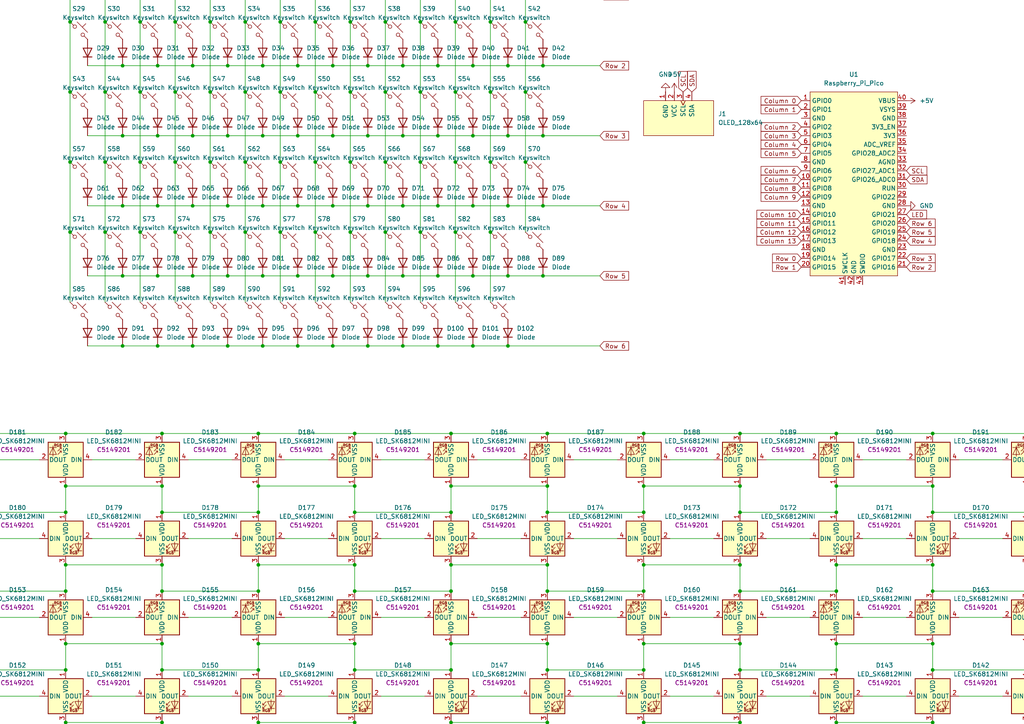
<source format=kicad_sch>
(kicad_sch (version 20250114) (generator "eeschema") (generator_version "9.0")
  (paper "A4")
  (junction (at 46.99 278.13))
  (junction (at 35.56 -1.27))
  (junction (at 81.28 -34.29))
  (junction (at 186.69 232.41))
  (junction (at 186.69 171.45))
  (junction (at 270.51 232.41))
  (junction (at 71.12 26.67))
  (junction (at 50.8 67.31))
  (junction (at 387.35 232.41))
  (junction (at 130.81 186.69))
  (junction (at 130.81 140.97))
  (junction (at 158.75 140.97))
  (junction (at 101.6 -34.29))
  (junction (at 30.48 46.99))
  (junction (at 45.72 59.69))
  (junction (at 50.8 6.35))
  (junction (at 116.84 100.33))
  (junction (at 40.64 46.99))
  (junction (at 74.93 209.55))
  (junction (at 157.48 80.01))
  (junction (at 45.72 -21.59))
  (junction (at 30.48 -34.29))
  (junction (at 298.45 217.17))
  (junction (at 81.28 46.99))
  (junction (at 20.32 26.67))
  (junction (at 270.51 255.27))
  (junction (at 214.63 255.27))
  (junction (at 60.96 -34.29))
  (junction (at 20.32 -34.29))
  (junction (at 158.75 125.73))
  (junction (at 19.05 171.45))
  (junction (at 326.39 140.97))
  (junction (at 50.8 -13.97))
  (junction (at 137.16 100.33))
  (junction (at 74.93 148.59))
  (junction (at 127 59.69))
  (junction (at 242.57 125.73))
  (junction (at 158.75 255.27))
  (junction (at 326.39 209.55))
  (junction (at 74.93 278.13))
  (junction (at 147.32 -21.59))
  (junction (at 46.99 163.83))
  (junction (at 130.81 217.17))
  (junction (at 157.48 59.69))
  (junction (at 147.32 39.37))
  (junction (at 60.96 6.35))
  (junction (at 157.48 -21.59))
  (junction (at 270.51 278.13))
  (junction (at 242.57 209.55))
  (junction (at 96.52 100.33))
  (junction (at 158.75 278.13))
  (junction (at 132.08 -13.97))
  (junction (at 158.75 209.55))
  (junction (at 214.63 262.89))
  (junction (at 35.56 39.37))
  (junction (at 186.69 240.03))
  (junction (at 214.63 278.13))
  (junction (at 20.32 6.35))
  (junction (at 35.56 59.69))
  (junction (at -8.89 171.45))
  (junction (at 152.4 46.99))
  (junction (at 96.52 19.05))
  (junction (at 106.68 39.37))
  (junction (at 354.33 240.03))
  (junction (at 91.44 46.99))
  (junction (at 76.2 -21.59))
  (junction (at 270.51 171.45))
  (junction (at 71.12 -34.29))
  (junction (at 40.64 67.31))
  (junction (at 326.39 163.83))
  (junction (at 132.08 -34.29))
  (junction (at 298.45 140.97))
  (junction (at 74.93 125.73))
  (junction (at 101.6 46.99))
  (junction (at 326.39 125.73))
  (junction (at 81.28 26.67))
  (junction (at 106.68 -1.27))
  (junction (at 270.51 209.55))
  (junction (at 20.32 -13.97))
  (junction (at 19.05 240.03))
  (junction (at 81.28 -13.97))
  (junction (at 111.76 -13.97))
  (junction (at 186.69 255.27))
  (junction (at 76.2 39.37))
  (junction (at 116.84 39.37))
  (junction (at 127 80.01))
  (junction (at 74.93 186.69))
  (junction (at 19.05 232.41))
  (junction (at 186.69 186.69))
  (junction (at 186.69 209.55))
  (junction (at 55.88 39.37))
  (junction (at 55.88 59.69))
  (junction (at 270.51 240.03))
  (junction (at 157.48 39.37))
  (junction (at -8.89 125.73))
  (junction (at -8.89 209.55))
  (junction (at 111.76 6.35))
  (junction (at 71.12 6.35))
  (junction (at 96.52 39.37))
  (junction (at 214.63 209.55))
  (junction (at 121.92 26.67))
  (junction (at 214.63 148.59))
  (junction (at 130.81 171.45))
  (junction (at 147.32 80.01))
  (junction (at 91.44 6.35))
  (junction (at 102.87 232.41))
  (junction (at 74.93 171.45))
  (junction (at 132.08 26.67))
  (junction (at 127 19.05))
  (junction (at -8.89 194.31))
  (junction (at 30.48 -13.97))
  (junction (at 127 -21.59))
  (junction (at 127 39.37))
  (junction (at 60.96 67.31))
  (junction (at 96.52 80.01))
  (junction (at 55.88 -21.59))
  (junction (at 71.12 46.99))
  (junction (at 19.05 148.59))
  (junction (at 71.12 -13.97))
  (junction (at 130.81 194.31))
  (junction (at 74.93 194.31))
  (junction (at 102.87 171.45))
  (junction (at 102.87 240.03))
  (junction (at 102.87 186.69))
  (junction (at 121.92 -13.97))
  (junction (at 106.68 -21.59))
  (junction (at 298.45 209.55))
  (junction (at 157.48 -1.27))
  (junction (at 55.88 -1.27))
  (junction (at -8.89 255.27))
  (junction (at 86.36 100.33))
  (junction (at 326.39 262.89))
  (junction (at 96.52 -1.27))
  (junction (at 76.2 59.69))
  (junction (at 242.57 186.69))
  (junction (at 186.69 278.13))
  (junction (at 326.39 171.45))
  (junction (at 19.05 194.31))
  (junction (at 91.44 -34.29))
  (junction (at 121.92 67.31))
  (junction (at 91.44 26.67))
  (junction (at 74.93 255.27))
  (junction (at 102.87 217.17))
  (junction (at 158.75 217.17))
  (junction (at 270.51 140.97))
  (junction (at 91.44 -13.97))
  (junction (at 91.44 67.31))
  (junction (at 326.39 255.27))
  (junction (at 132.08 46.99))
  (junction (at 46.99 171.45))
  (junction (at 214.63 171.45))
  (junction (at 74.93 163.83))
  (junction (at 137.16 -21.59))
  (junction (at 242.57 163.83))
  (junction (at 101.6 67.31))
  (junction (at 137.16 19.05))
  (junction (at 186.69 148.59))
  (junction (at 50.8 46.99))
  (junction (at 127 100.33))
  (junction (at 30.48 6.35))
  (junction (at 55.88 100.33))
  (junction (at 66.04 -21.59))
  (junction (at 152.4 26.67))
  (junction (at 55.88 19.05))
  (junction (at 76.2 80.01))
  (junction (at 142.24 -34.29))
  (junction (at 147.32 19.05))
  (junction (at 214.63 240.03))
  (junction (at 81.28 6.35))
  (junction (at 116.84 -21.59))
  (junction (at 74.93 262.89))
  (junction (at 86.36 80.01))
  (junction (at 45.72 80.01))
  (junction (at 142.24 26.67))
  (junction (at -8.89 240.03))
  (junction (at 130.81 240.03))
  (junction (at 106.68 100.33))
  (junction (at 298.45 240.03))
  (junction (at 130.81 163.83))
  (junction (at 130.81 262.89))
  (junction (at 242.57 255.27))
  (junction (at 326.39 148.59))
  (junction (at 19.05 255.27))
  (junction (at 121.92 -34.29))
  (junction (at 298.45 232.41))
  (junction (at 152.4 -34.29))
  (junction (at 298.45 171.45))
  (junction (at 326.39 217.17))
  (junction (at 86.36 39.37))
  (junction (at 130.81 255.27))
  (junction (at 74.93 140.97))
  (junction (at 116.84 59.69))
  (junction (at 30.48 67.31))
  (junction (at 242.57 278.13))
  (junction (at 55.88 80.01))
  (junction (at 102.87 255.27))
  (junction (at 152.4 6.35))
  (junction (at 214.63 140.97))
  (junction (at 214.63 163.83))
  (junction (at 106.68 59.69))
  (junction (at 45.72 -1.27))
  (junction (at 298.45 125.73))
  (junction (at 86.36 59.69))
  (junction (at 116.84 19.05))
  (junction (at 66.04 59.69))
  (junction (at 96.52 59.69))
  (junction (at 20.32 46.99))
  (junction (at 298.45 148.59))
  (junction (at 298.45 186.69))
  (junction (at 158.75 232.41))
  (junction (at 132.08 6.35))
  (junction (at 74.93 217.17))
  (junction (at 45.72 39.37))
  (junction (at 130.81 278.13))
  (junction (at 86.36 -1.27))
  (junction (at 101.6 26.67))
  (junction (at 60.96 -13.97))
  (junction (at 298.45 262.89))
  (junction (at 242.57 262.89))
  (junction (at 66.04 100.33))
  (junction (at 298.45 194.31))
  (junction (at 102.87 278.13))
  (junction (at 326.39 194.31))
  (junction (at 354.33 262.89))
  (junction (at 147.32 -1.27))
  (junction (at 158.75 186.69))
  (junction (at 186.69 217.17))
  (junction (at 40.64 -34.29))
  (junction (at 298.45 278.13))
  (junction (at 101.6 6.35))
  (junction (at 270.51 163.83))
  (junction (at 46.99 255.27))
  (junction (at 142.24 -13.97))
  (junction (at 121.92 6.35))
  (junction (at 45.72 100.33))
  (junction (at 76.2 -1.27))
  (junction (at 158.75 262.89))
  (junction (at 35.56 100.33))
  (junction (at 46.99 209.55))
  (junction (at 214.63 232.41))
  (junction (at 101.6 -13.97))
  (junction (at 354.33 232.41))
  (junction (at 46.99 148.59))
  (junction (at 35.56 80.01))
  (junction (at 20.32 67.31))
  (junction (at 270.51 148.59))
  (junction (at 102.87 209.55))
  (junction (at -8.89 163.83))
  (junction (at 142.24 46.99))
  (junction (at 50.8 -34.29))
  (junction (at 142.24 6.35))
  (junction (at 270.51 186.69))
  (junction (at 242.57 148.59))
  (junction (at 19.05 262.89))
  (junction (at 326.39 278.13))
  (junction (at 66.04 19.05))
  (junction (at 60.96 26.67))
  (junction (at 35.56 -21.59))
  (junction (at 19.05 186.69))
  (junction (at 326.39 240.03))
  (junction (at 19.05 217.17))
  (junction (at 86.36 19.05))
  (junction (at 86.36 -21.59))
  (junction (at 186.69 140.97))
  (junction (at 46.99 186.69))
  (junction (at 40.64 6.35))
  (junction (at 186.69 194.31))
  (junction (at 121.92 46.99))
  (junction (at 111.76 26.67))
  (junction (at 40.64 -13.97))
  (junction (at 130.81 125.73))
  (junction (at 19.05 209.55))
  (junction (at 66.04 80.01))
  (junction (at 102.87 194.31))
  (junction (at 106.68 80.01))
  (junction (at 270.51 194.31))
  (junction (at 19.05 140.97))
  (junction (at 71.12 67.31))
  (junction (at 354.33 217.17))
  (junction (at 46.99 140.97))
  (junction (at 158.75 194.31))
  (junction (at 102.87 262.89))
  (junction (at 137.16 39.37))
  (junction (at 66.04 39.37))
  (junction (at 152.4 -13.97))
  (junction (at 116.84 -1.27))
  (junction (at 157.48 19.05))
  (junction (at 76.2 100.33))
  (junction (at 270.51 125.73))
  (junction (at 132.08 67.31))
  (junction (at 270.51 217.17))
  (junction (at 387.35 186.69))
  (junction (at 116.84 80.01))
  (junction (at 147.32 100.33))
  (junction (at 45.72 19.05))
  (junction (at 270.51 262.89))
  (junction (at 111.76 67.31))
  (junction (at 46.99 217.17))
  (junction (at 46.99 240.03))
  (junction (at 130.81 209.55))
  (junction (at 242.57 232.41))
  (junction (at 354.33 148.59))
  (junction (at 102.87 140.97))
  (junction (at 214.63 217.17))
  (junction (at 242.57 171.45))
  (junction (at 242.57 240.03))
  (junction (at 158.75 240.03))
  (junction (at 127 -1.27))
  (junction (at 186.69 125.73))
  (junction (at 74.93 240.03))
  (junction (at 106.68 19.05))
  (junction (at -8.89 217.17))
  (junction (at 102.87 125.73))
  (junction (at 354.33 171.45))
  (junction (at 35.56 19.05))
  (junction (at 137.16 59.69))
  (junction (at 137.16 -1.27))
  (junction (at 354.33 194.31))
  (junction (at 76.2 19.05))
  (junction (at 142.24 67.31))
  (junction (at 81.28 67.31))
  (junction (at 158.75 163.83))
  (junction (at 19.05 163.83))
  (junction (at 130.81 148.59))
  (junction (at 298.45 255.27))
  (junction (at 46.99 262.89))
  (junction (at 354.33 278.13))
  (junction (at 147.32 59.69))
  (junction (at 298.45 163.83))
  (junction (at 242.57 217.17))
  (junction (at 102.87 148.59))
  (junction (at 186.69 163.83))
  (junction (at 46.99 232.41))
  (junction (at 186.69 262.89))
  (junction (at 326.39 186.69))
  (junction (at 354.33 186.69))
  (junction (at 354.33 140.97))
  (junction (at -52.07 163.83))
  (junction (at 326.39 232.41))
  (junction (at 111.76 46.99))
  (junction (at 60.96 46.99))
  (junction (at 102.87 163.83))
  (junction (at 46.99 194.31))
  (junction (at 96.52 -21.59))
  (junction (at 214.63 194.31))
  (junction (at 74.93 232.41))
  (junction (at 387.35 148.59))
  (junction (at -52.07 209.55))
  (junction (at -8.89 148.59))
  (junction (at 66.04 -1.27))
  (junction (at 158.75 171.45))
  (junction (at 111.76 -34.29))
  (junction (at 137.16 80.01))
  (junction (at 158.75 148.59))
  (junction (at 242.57 140.97))
  (junction (at 130.81 232.41))
  (junction (at 30.48 26.67))
  (junction (at 242.57 194.31))
  (junction (at 50.8 26.67))
  (junction (at 19.05 125.73))
  (junction (at 46.99 125.73))
  (junction (at 40.64 26.67))
  (junction (at 214.63 125.73))
  (junction (at 214.63 186.69))
  (wire (pts (xy 368.3 247.65) (xy 361.95 247.65)))
  (wire (pts (xy 278.13 247.65) (xy 290.83 247.65)))
  (wire (pts (xy 270.51 262.89) (xy 298.45 262.89)))
  (wire (pts (xy 127 -1.27) (xy 137.16 -1.27)))
  (wire (pts (xy 106.68 39.37) (xy 116.84 39.37)))
  (wire (pts (xy 326.39 255.27) (xy 326.39 262.89)))
  (wire (pts (xy 66.04 -1.27) (xy 76.2 -1.27)))
  (wire (pts (xy -1.27 224.79) (xy 11.43 224.79)))
  (wire (pts (xy 132.08 -53.34) (xy 132.08 -34.29)))
  (wire (pts (xy 110.49 201.93) (xy 123.19 201.93)))
  (wire (pts (xy 242.57 255.27) (xy 242.57 262.89)))
  (wire (pts (xy 173.99 39.37) (xy 157.48 39.37)))
  (wire (pts (xy 20.32 -53.34) (xy 20.32 -34.29)))
  (wire (pts (xy 20.32 -34.29) (xy 20.32 -13.97)))
  (wire (pts (xy 147.32 80.01) (xy 157.48 80.01)))
  (wire (pts (xy 66.04 39.37) (xy 76.2 39.37)))
  (wire (pts (xy 81.28 26.67) (xy 81.28 46.99)))
  (wire (pts (xy 74.93 186.69) (xy 102.87 186.69)))
  (wire (pts (xy 158.75 232.41) (xy 158.75 240.03)))
  (wire (pts (xy 158.75 163.83) (xy 158.75 171.45)))
  (wire (pts (xy 45.72 -21.59) (xy 55.88 -21.59)))
  (wire (pts (xy 96.52 -21.59) (xy 106.68 -21.59)))
  (wire (pts (xy 102.87 163.83) (xy 102.87 171.45)))
  (wire (pts (xy 86.36 -21.59) (xy 96.52 -21.59)))
  (wire (pts (xy 96.52 39.37) (xy 106.68 39.37)))
  (wire (pts (xy -25.4 133.35) (xy -16.51 133.35)))
  (wire (pts (xy 111.76 67.31) (xy 111.76 87.63)))
  (wire (pts (xy 127 19.05) (xy 137.16 19.05)))
  (wire (pts (xy 35.56 39.37) (xy 45.72 39.37)))
  (wire (pts (xy 55.88 39.37) (xy 66.04 39.37)))
  (wire (pts (xy -8.89 171.45) (xy 19.05 171.45)))
  (wire (pts (xy 130.81 186.69) (xy 130.81 194.31)))
  (wire (pts (xy 250.19 179.07) (xy 262.89 179.07)))
  (wire (pts (xy 142.24 -34.29) (xy 142.24 -13.97)))
  (wire (pts (xy 354.33 186.69) (xy 387.35 186.69)))
  (wire (pts (xy 194.31 133.35) (xy 207.01 133.35)))
  (wire (pts (xy 242.57 232.41) (xy 270.51 232.41)))
  (wire (pts (xy 102.87 171.45) (xy 130.81 171.45)))
  (wire (pts (xy 278.13 133.35) (xy 290.83 133.35)))
  (wire (pts (xy 361.95 133.35) (xy 472.44 133.35)))
  (wire (pts (xy -52.07 163.83) (xy -8.89 163.83)))
  (wire (pts (xy 74.93 140.97) (xy 102.87 140.97)))
  (wire (pts (xy 46.99 171.45) (xy 74.93 171.45)))
  (wire (pts (xy 96.52 -1.27) (xy 106.68 -1.27)))
  (wire (pts (xy 54.61 270.51) (xy 67.31 270.51)))
  (wire (pts (xy 166.37 133.35) (xy 179.07 133.35)))
  (wire (pts (xy 46.99 194.31) (xy 74.93 194.31)))
  (wire (pts (xy 20.32 26.67) (xy 20.32 46.99)))
  (wire (pts (xy 142.24 67.31) (xy 142.24 87.63)))
  (wire (pts (xy 40.64 -13.97) (xy 40.64 6.35)))
  (wire (pts (xy 137.16 39.37) (xy 147.32 39.37)))
  (wire (pts (xy -8.89 255.27) (xy -52.07 255.27)))
  (wire (pts (xy 186.69 255.27) (xy 186.69 262.89)))
  (wire (pts (xy -52.07 209.55) (xy -52.07 163.83)))
  (wire (pts (xy 306.07 133.35) (xy 318.77 133.35)))
  (wire (pts (xy 132.08 67.31) (xy 132.08 87.63)))
  (wire (pts (xy 250.19 133.35) (xy 262.89 133.35)))
  (wire (pts (xy 270.51 125.73) (xy 298.45 125.73)))
  (wire (pts (xy -25.4 156.21) (xy -25.4 133.35)))
  (wire (pts (xy 106.68 80.01) (xy 116.84 80.01)))
  (wire (pts (xy 334.01 201.93) (xy 346.71 201.93)))
  (wire (pts (xy 127 39.37) (xy 137.16 39.37)))
  (wire (pts (xy 298.45 186.69) (xy 326.39 186.69)))
  (wire (pts (xy 45.72 19.05) (xy 55.88 19.05)))
  (wire (pts (xy 81.28 -34.29) (xy 81.28 -13.97)))
  (wire (pts (xy 76.2 100.33) (xy 86.36 100.33)))
  (wire (pts (xy 157.48 19.05) (xy 173.99 19.05)))
  (wire (pts (xy 130.81 232.41) (xy 130.81 240.03)))
  (wire (pts (xy 20.32 6.35) (xy 20.32 26.67)))
  (wire (pts (xy 306.07 179.07) (xy 318.77 179.07)))
  (wire (pts (xy 35.56 100.33) (xy 45.72 100.33)))
  (wire (pts (xy 158.75 262.89) (xy 186.69 262.89)))
  (wire (pts (xy 46.99 240.03) (xy 74.93 240.03)))
  (wire (pts (xy 25.4 80.01) (xy 35.56 80.01)))
  (wire (pts (xy 326.39 217.17) (xy 354.33 217.17)))
  (wire (pts (xy 270.51 217.17) (xy 298.45 217.17)))
  (wire (pts (xy 19.05 278.13) (xy 46.99 278.13)))
  (wire (pts (xy 270.51 278.13) (xy 298.45 278.13)))
  (wire (pts (xy 138.43 270.51) (xy 151.13 270.51)))
  (wire (pts (xy 250.19 156.21) (xy 262.89 156.21)))
  (wire (pts (xy 270.51 140.97) (xy 270.51 148.59)))
  (wire (pts (xy 130.81 255.27) (xy 130.81 262.89)))
  (wire (pts (xy 242.57 140.97) (xy 242.57 148.59)))
  (wire (pts (xy 46.99 217.17) (xy 74.93 217.17)))
  (wire (pts (xy 334.01 133.35) (xy 346.71 133.35)))
  (wire (pts (xy 152.4 46.99) (xy 152.4 67.31)))
  (wire (pts (xy 46.99 232.41) (xy 46.99 240.03)))
  (wire (pts (xy -1.27 247.65) (xy 11.43 247.65)))
  (wire (pts (xy 250.19 201.93) (xy 262.89 201.93)))
  (wire (pts (xy 214.63 194.31) (xy 242.57 194.31)))
  (wire (pts (xy 86.36 59.69) (xy 96.52 59.69)))
  (wire (pts (xy 19.05 186.69) (xy 46.99 186.69)))
  (wire (pts (xy 101.6 67.31) (xy 101.6 87.63)))
  (wire (pts (xy 354.33 140.97) (xy 387.35 140.97)))
  (wire (pts (xy 334.01 156.21) (xy 346.71 156.21)))
  (wire (pts (xy 194.31 247.65) (xy 207.01 247.65)))
  (wire (pts (xy -16.51 156.21) (xy -25.4 156.21)))
  (wire (pts (xy 186.69 163.83) (xy 214.63 163.83)))
  (wire (pts (xy -52.07 255.27) (xy -52.07 209.55)))
  (wire (pts (xy 334.01 224.79) (xy 346.71 224.79)))
  (wire (pts (xy 74.93 163.83) (xy 74.93 171.45)))
  (wire (pts (xy 242.57 163.83) (xy 242.57 171.45)))
  (wire (pts (xy 368.3 201.93) (xy 361.95 201.93)))
  (wire (pts (xy 45.72 59.69) (xy 55.88 59.69)))
  (wire (pts (xy 354.33 186.69) (xy 354.33 194.31)))
  (wire (pts (xy -8.89 255.27) (xy -8.89 262.89)))
  (wire (pts (xy 158.75 255.27) (xy 158.75 262.89)))
  (wire (pts (xy 326.39 240.03) (xy 354.33 240.03)))
  (wire (pts (xy 76.2 39.37) (xy 86.36 39.37)))
  (wire (pts (xy 158.75 194.31) (xy 186.69 194.31)))
  (wire (pts (xy 19.05 140.97) (xy 46.99 140.97)))
  (wire (pts (xy 166.37 156.21) (xy 179.07 156.21)))
  (wire (pts (xy 86.36 80.01) (xy 96.52 80.01)))
  (wire (pts (xy 74.93 140.97) (xy 74.93 148.59)))
  (wire (pts (xy 96.52 80.01) (xy 106.68 80.01)))
  (wire (pts (xy 158.75 140.97) (xy 158.75 148.59)))
  (wire (pts (xy 121.92 26.67) (xy 121.92 46.99)))
  (wire (pts (xy 54.61 133.35) (xy 67.31 133.35)))
  (wire (pts (xy 137.16 19.05) (xy 147.32 19.05)))
  (wire (pts (xy 82.55 156.21) (xy 95.25 156.21)))
  (wire (pts (xy 110.49 224.79) (xy 123.19 224.79)))
  (wire (pts (xy 46.99 278.13) (xy 74.93 278.13)))
  (wire (pts (xy 50.8 -53.34) (xy 50.8 -34.29)))
  (wire (pts (xy 130.81 163.83) (xy 158.75 163.83)))
  (wire (pts (xy 130.81 140.97) (xy 158.75 140.97)))
  (wire (pts (xy 82.55 133.35) (xy 95.25 133.35)))
  (wire (pts (xy 101.6 26.67) (xy 101.6 46.99)))
  (wire (pts (xy 82.55 224.79) (xy 95.25 224.79)))
  (wire (pts (xy 20.32 -13.97) (xy 20.32 6.35)))
  (wire (pts (xy 445.77 118.11) (xy 472.44 118.11)))
  (wire (pts (xy 138.43 156.21) (xy 151.13 156.21)))
  (wire (pts (xy -8.89 194.31) (xy 19.05 194.31)))
  (wire (pts (xy 116.84 100.33) (xy 127 100.33)))
  (wire (pts (xy 30.48 26.67) (xy 30.48 46.99)))
  (wire (pts (xy 132.08 46.99) (xy 132.08 67.31)))
  (wire (pts (xy 137.16 59.69) (xy 147.32 59.69)))
  (wire (pts (xy 35.56 -1.27) (xy 45.72 -1.27)))
  (wire (pts (xy 116.84 19.05) (xy 127 19.05)))
  (wire (pts (xy 166.37 270.51) (xy 179.07 270.51)))
  (wire (pts (xy 66.04 80.01) (xy 76.2 80.01)))
  (wire (pts (xy 76.2 59.69) (xy 86.36 59.69)))
  (wire (pts (xy 298.45 140.97) (xy 326.39 140.97)))
  (wire (pts (xy 102.87 255.27) (xy 102.87 262.89)))
  (wire (pts (xy 102.87 148.59) (xy 130.81 148.59)))
  (wire (pts (xy 137.16 100.33) (xy 147.32 100.33)))
  (wire (pts (xy 298.45 278.13) (xy 326.39 278.13)))
  (wire (pts (xy 214.63 186.69) (xy 214.63 194.31)))
  (wire (pts (xy 354.33 232.41) (xy 354.33 240.03)))
  (wire (pts (xy 25.4 39.37) (xy 35.56 39.37)))
  (wire (pts (xy 46.99 186.69) (xy 46.99 194.31)))
  (wire (pts (xy 152.4 -34.29) (xy 152.4 -13.97)))
  (wire (pts (xy 222.25 156.21) (xy 234.95 156.21)))
  (wire (pts (xy 334.01 179.07) (xy 346.71 179.07)))
  (wire (pts (xy 278.13 201.93) (xy 290.83 201.93)))
  (wire (pts (xy 354.33 255.27) (xy 354.33 262.89)))
  (wire (pts (xy 158.75 209.55) (xy 158.75 217.17)))
  (wire (pts (xy 55.88 19.05) (xy 66.04 19.05)))
  (wire (pts (xy 35.56 59.69) (xy 45.72 59.69)))
  (wire (pts (xy 214.63 278.13) (xy 242.57 278.13)))
  (wire (pts (xy 242.57 186.69) (xy 242.57 194.31)))
  (wire (pts (xy 102.87 217.17) (xy 130.81 217.17)))
  (wire (pts (xy 30.48 6.35) (xy 30.48 26.67)))
  (wire (pts (xy 102.87 262.89) (xy 130.81 262.89)))
  (wire (pts (xy 101.6 46.99) (xy 101.6 67.31)))
  (wire (pts (xy 298.45 209.55) (xy 298.45 217.17)))
  (wire (pts (xy 326.39 186.69) (xy 326.39 194.31)))
  (wire (pts (xy -52.07 125.73) (xy -8.89 125.73)))
  (wire (pts (xy 157.48 80.01) (xy 173.99 80.01)))
  (wire (pts (xy 54.61 201.93) (xy 67.31 201.93)))
  (wire (pts (xy 121.92 -34.29) (xy 121.92 -13.97)))
  (wire (pts (xy 45.72 39.37) (xy 55.88 39.37)))
  (wire (pts (xy 111.76 6.35) (xy 111.76 26.67)))
  (wire (pts (xy 110.49 156.21) (xy 123.19 156.21)))
  (wire (pts (xy 270.51 171.45) (xy 298.45 171.45)))
  (wire (pts (xy 298.45 255.27) (xy 298.45 262.89)))
  (wire (pts (xy -8.89 209.55) (xy -52.07 209.55)))
  (wire (pts (xy 40.64 6.35) (xy 40.64 26.67)))
  (wire (pts (xy 298.45 255.27) (xy 326.39 255.27)))
  (wire (pts (xy 158.75 125.73) (xy 186.69 125.73)))
  (wire (pts (xy 81.28 -13.97) (xy 81.28 6.35)))
  (wire (pts (xy -52.07 163.83) (xy -52.07 125.73)))
  (wire (pts (xy 152.4 -13.97) (xy 152.4 6.35)))
  (wire (pts (xy 102.87 209.55) (xy 102.87 217.17)))
  (wire (pts (xy 121.92 6.35) (xy 121.92 26.67)))
  (wire (pts (xy 46.99 163.83) (xy 46.99 171.45)))
  (wire (pts (xy 242.57 125.73) (xy 270.51 125.73)))
  (wire (pts (xy 40.64 67.31) (xy 40.64 87.63)))
  (wire (pts (xy 19.05 232.41) (xy 46.99 232.41)))
  (wire (pts (xy 132.08 6.35) (xy 132.08 26.67)))
  (wire (pts (xy 121.92 -13.97) (xy 121.92 6.35)))
  (wire (pts (xy 45.72 -1.27) (xy 55.88 -1.27)))
  (wire (pts (xy 76.2 80.01) (xy 86.36 80.01)))
  (wire (pts (xy 45.72 100.33) (xy 55.88 100.33)))
  (wire (pts (xy 166.37 247.65) (xy 179.07 247.65)))
  (wire (pts (xy 101.6 -13.97) (xy 101.6 6.35)))
  (wire (pts (xy 106.68 59.69) (xy 116.84 59.69)))
  (wire (pts (xy 60.96 6.35) (xy 60.96 26.67)))
  (wire (pts (xy 326.39 209.55) (xy 326.39 217.17)))
  (wire (pts (xy 387.35 186.69) (xy 387.35 148.59)))
  (wire (pts (xy 74.93 232.41) (xy 74.93 240.03)))
  (wire (pts (xy 111.76 -13.97) (xy 111.76 6.35)))
  (wire (pts (xy 26.67 224.79) (xy 39.37 224.79)))
  (wire (pts (xy 60.96 26.67) (xy 60.96 46.99)))
  (wire (pts (xy 214.63 240.03) (xy 242.57 240.03)))
  (wire (pts (xy -25.4 247.65) (xy -25.4 224.79)))
  (wire (pts (xy -77.47 163.83) (xy -52.07 163.83)))
  (wire (pts (xy 71.12 -13.97) (xy 71.12 6.35)))
  (wire (pts (xy 138.43 179.07) (xy 151.13 179.07)))
  (wire (pts (xy -25.4 224.79) (xy -16.51 224.79)))
  (wire (pts (xy 306.07 201.93) (xy 318.77 201.93)))
  (wire (pts (xy 130.81 163.83) (xy 130.81 171.45)))
  (wire (pts (xy 35.56 -21.59) (xy 45.72 -21.59)))
  (wire (pts (xy 111.76 46.99) (xy 111.76 67.31)))
  (wire (pts (xy 91.44 26.67) (xy 91.44 46.99)))
  (wire (pts (xy 86.36 39.37) (xy 96.52 39.37)))
  (wire (pts (xy 186.69 186.69) (xy 214.63 186.69)))
  (wire (pts (xy 46.99 262.89) (xy 74.93 262.89)))
  (wire (pts (xy 60.96 -34.29) (xy 60.96 -13.97)))
  (wire (pts (xy 194.31 270.51) (xy 207.01 270.51)))
  (wire (pts (xy 19.05 232.41) (xy 19.05 240.03)))
  (wire (pts (xy 40.64 -34.29) (xy 40.64 -13.97)))
  (wire (pts (xy 298.45 163.83) (xy 326.39 163.83)))
  (wire (pts (xy 298.45 140.97) (xy 298.45 148.59)))
  (wire (pts (xy 137.16 -21.59) (xy 147.32 -21.59)))
  (wire (pts (xy 71.12 67.31) (xy 71.12 87.63)))
  (wire (pts (xy 111.76 -53.34) (xy 111.76 -34.29)))
  (wire (pts (xy 142.24 26.67) (xy 142.24 46.99)))
  (wire (pts (xy 137.16 -1.27) (xy 147.32 -1.27)))
  (wire (pts (xy 157.48 -21.59) (xy 173.99 -21.59)))
  (wire (pts (xy 186.69 125.73) (xy 214.63 125.73)))
  (wire (pts (xy 106.68 -21.59) (xy 116.84 -21.59)))
  (wire (pts (xy 222.25 133.35) (xy 234.95 133.35)))
  (wire (pts (xy 326.39 163.83) (xy 326.39 171.45)))
  (wire (pts (xy 50.8 6.35) (xy 50.8 26.67)))
  (wire (pts (xy 354.33 209.55) (xy 354.33 217.17)))
  (wire (pts (xy 138.43 201.93) (xy 151.13 201.93)))
  (wire (pts (xy 152.4 -53.34) (xy 152.4 -34.29)))
  (wire (pts (xy 110.49 247.65) (xy 123.19 247.65)))
  (wire (pts (xy 137.16 80.01) (xy 147.32 80.01)))
  (wire (pts (xy 326.39 125.73) (xy 354.33 125.73)))
  (wire (pts (xy 132.08 26.67) (xy 132.08 46.99)))
  (wire (pts (xy 270.51 240.03) (xy 298.45 240.03)))
  (wire (pts (xy 278.13 156.21) (xy 290.83 156.21)))
  (wire (pts (xy 186.69 140.97) (xy 214.63 140.97)))
  (wire (pts (xy 46.99 209.55) (xy 46.99 217.17)))
  (wire (pts (xy 116.84 -1.27) (xy 127 -1.27)))
  (wire (pts (xy 82.55 201.93) (xy 95.25 201.93)))
  (wire (pts (xy 74.93 209.55) (xy 102.87 209.55)))
  (wire (pts (xy 186.69 209.55) (xy 214.63 209.55)))
  (wire (pts (xy 147.32 100.33) (xy 173.99 100.33)))
  (wire (pts (xy -1.27 179.07) (xy 11.43 179.07)))
  (wire (pts (xy 55.88 100.33) (xy 66.04 100.33)))
  (wire (pts (xy 71.12 46.99) (xy 71.12 67.31)))
  (wire (pts (xy 74.93 163.83) (xy 102.87 163.83)))
  (wire (pts (xy 30.48 -13.97) (xy 30.48 6.35)))
  (wire (pts (xy 25.4 -21.59) (xy 35.56 -21.59)))
  (wire (pts (xy 55.88 -1.27) (xy 66.04 -1.27)))
  (wire (pts (xy -8.89 140.97) (xy -8.89 148.59)))
  (wire (pts (xy 361.95 270.51) (xy 368.3 270.51)))
  (wire (pts (xy 130.81 255.27) (xy 158.75 255.27)))
  (wire (pts (xy 25.4 -1.27) (xy 35.56 -1.27)))
  (wire (pts (xy 66.04 -21.59) (xy 76.2 -21.59)))
  (wire (pts (xy 130.81 209.55) (xy 130.81 217.17)))
  (wire (pts (xy 26.67 179.07) (xy 39.37 179.07)))
  (wire (pts (xy 222.25 270.51) (xy 234.95 270.51)))
  (wire (pts (xy 106.68 100.33) (xy 116.84 100.33)))
  (wire (pts (xy 142.24 6.35) (xy 142.24 26.67)))
  (wire (pts (xy 130.81 140.97) (xy 130.81 148.59)))
  (wire (pts (xy 242.57 255.27) (xy 270.51 255.27)))
  (wire (pts (xy 130.81 232.41) (xy 158.75 232.41)))
  (wire (pts (xy 20.32 46.99) (xy 20.32 67.31)))
  (wire (pts (xy 91.44 -13.97) (xy 91.44 6.35)))
  (wire (pts (xy 298.45 163.83) (xy 298.45 171.45)))
  (wire (pts (xy 354.33 278.13) (xy 387.35 278.13)))
  (wire (pts (xy 354.33 163.83) (xy 354.33 171.45)))
  (wire (pts (xy 270.51 232.41) (xy 270.51 240.03)))
  (wire (pts (xy 194.31 201.93) (xy 207.01 201.93)))
  (wire (pts (xy 82.55 179.07) (xy 95.25 179.07)))
  (wire (pts (xy 222.25 179.07) (xy 234.95 179.07)))
  (wire (pts (xy -8.89 217.17) (xy 19.05 217.17)))
  (wire (pts (xy 147.32 19.05) (xy 157.48 19.05)))
  (wire (pts (xy 242.57 186.69) (xy 270.51 186.69)))
  (wire (pts (xy -8.89 262.89) (xy 19.05 262.89)))
  (wire (pts (xy 270.51 194.31) (xy 298.45 194.31)))
  (wire (pts (xy 214.63 255.27) (xy 214.63 262.89)))
  (wire (pts (xy 40.64 46.99) (xy 40.64 67.31)))
  (wire (pts (xy 214.63 163.83) (xy 214.63 171.45)))
  (wire (pts (xy 96.52 59.69) (xy 106.68 59.69)))
  (wire (pts (xy -25.4 179.07) (xy -16.51 179.07)))
  (wire (pts (xy 361.95 179.07) (xy 368.3 179.07)))
  (wire (pts (xy 194.31 224.79) (xy 207.01 224.79)))
  (wire (pts (xy 106.68 19.05) (xy 116.84 19.05)))
  (wire (pts (xy -8.89 240.03) (xy 19.05 240.03)))
  (wire (pts (xy 102.87 125.73) (xy 130.81 125.73)))
  (wire (pts (xy 106.68 -1.27) (xy 116.84 -1.27)))
  (wire (pts (xy 19.05 255.27) (xy 46.99 255.27)))
  (wire (pts (xy 326.39 148.59) (xy 354.33 148.59)))
  (wire (pts (xy 158.75 186.69) (xy 158.75 194.31)))
  (wire (pts (xy 91.44 -34.29) (xy 91.44 -13.97)))
  (wire (pts (xy 306.07 270.51) (xy 318.77 270.51)))
  (wire (pts (xy 250.19 270.51) (xy 262.89 270.51)))
  (wire (pts (xy 55.88 -21.59) (xy 66.04 -21.59)))
  (wire (pts (xy 116.84 59.69) (xy 127 59.69)))
  (wire (pts (xy 54.61 247.65) (xy 67.31 247.65)))
  (wire (pts (xy 138.43 133.35) (xy 151.13 133.35)))
  (wire (pts (xy 110.49 133.35) (xy 123.19 133.35)))
  (wire (pts (xy 387.35 140.97) (xy 387.35 148.59)))
  (wire (pts (xy 222.25 224.79) (xy 234.95 224.79)))
  (wire (pts (xy 147.32 -21.59) (xy 157.48 -21.59)))
  (wire (pts (xy 186.69 232.41) (xy 214.63 232.41)))
  (wire (pts (xy 30.48 -34.29) (xy 30.48 -13.97)))
  (wire (pts (xy 250.19 247.65) (xy 262.89 247.65)))
  (wire (pts (xy 270.51 163.83) (xy 270.51 171.45)))
  (wire (pts (xy 147.32 39.37) (xy 157.48 39.37)))
  (wire (pts (xy 46.99 255.27) (xy 46.99 262.89)))
  (wire (pts (xy 387.35 232.41) (xy 387.35 186.69)))
  (wire (pts (xy 110.49 179.07) (xy 123.19 179.07)))
  (wire (pts (xy 81.28 -53.34) (xy 81.28 -34.29)))
  (wire (pts (xy 35.56 80.01) (xy 45.72 80.01)))
  (wire (pts (xy 20.32 67.31) (xy 20.32 87.63)))
  (wire (pts (xy 326.39 262.89) (xy 354.33 262.89)))
  (wire (pts (xy 270.51 255.27) (xy 270.51 262.89)))
  (wire (pts (xy 19.05 125.73) (xy 46.99 125.73)))
  (wire (pts (xy 186.69 278.13) (xy 214.63 278.13)))
  (wire (pts (xy 387.35 278.13) (xy 387.35 232.41)))
  (wire (pts (xy 194.31 156.21) (xy 207.01 156.21)))
  (wire (pts (xy 71.12 -53.34) (xy 71.12 -34.29)))
  (wire (pts (xy 186.69 209.55) (xy 186.69 217.17)))
  (wire (pts (xy 40.64 -53.34) (xy 40.64 -34.29)))
  (wire (pts (xy 158.75 240.03) (xy 186.69 240.03)))
  (wire (pts (xy -1.27 201.93) (xy 11.43 201.93)))
  (wire (pts (xy 50.8 -13.97) (xy 50.8 6.35)))
  (wire (pts (xy 110.49 270.51) (xy 123.19 270.51)))
  (wire (pts (xy 147.32 59.69) (xy 157.48 59.69)))
  (wire (pts (xy 306.07 247.65) (xy 318.77 247.65)))
  (wire (pts (xy 214.63 262.89) (xy 242.57 262.89)))
  (wire (pts (xy 74.93 255.27) (xy 74.93 262.89)))
  (wire (pts (xy 472.44 133.35) (xy 472.44 118.11)))
  (wire (pts (xy 158.75 148.59) (xy 186.69 148.59)))
  (wire (pts (xy 214.63 217.17) (xy 242.57 217.17)))
  (wire (pts (xy -8.89 186.69) (xy -8.89 194.31)))
  (wire (pts (xy 74.93 186.69) (xy 74.93 194.31)))
  (wire (pts (xy 19.05 209.55) (xy 46.99 209.55)))
  (wire (pts (xy 306.07 224.79) (xy 318.77 224.79)))
  (wire (pts (xy 54.61 224.79) (xy 67.31 224.79)))
  (wire (pts (xy 19.05 163.83) (xy 19.05 171.45)))
  (wire (pts (xy 26.67 156.21) (xy 39.37 156.21)))
  (wire (pts (xy 242.57 232.41) (xy 242.57 240.03)))
  (wire (pts (xy 186.69 232.41) (xy 186.69 240.03)))
  (wire (pts (xy 242.57 209.55) (xy 242.57 217.17)))
  (wire (pts (xy 214.63 232.41) (xy 214.63 240.03)))
  (wire (pts (xy 158.75 217.17) (xy 186.69 217.17)))
  (wire (pts (xy 166.37 179.07) (xy 179.07 179.07)))
  (wire (pts (xy 354.33 140.97) (xy 354.33 148.59)))
  (wire (pts (xy 127 -21.59) (xy 137.16 -21.59)))
  (wire (pts (xy 132.08 -13.97) (xy 132.08 6.35)))
  (wire (pts (xy 91.44 -53.34) (xy 91.44 -34.29)))
  (wire (pts (xy 326.39 278.13) (xy 354.33 278.13)))
  (wire (pts (xy 26.67 201.93) (xy 39.37 201.93)))
  (wire (pts (xy 81.28 6.35) (xy 81.28 26.67)))
  (wire (pts (xy 368.3 179.07) (xy 368.3 156.21)))
  (wire (pts (xy 158.75 171.45) (xy 186.69 171.45)))
  (wire (pts (xy 19.05 140.97) (xy 19.05 148.59)))
  (wire (pts (xy 101.6 -34.29) (xy 101.6 -13.97)))
  (wire (pts (xy 278.13 270.51) (xy 290.83 270.51)))
  (wire (pts (xy 26.67 270.51) (xy 39.37 270.51)))
  (wire (pts (xy 298.45 186.69) (xy 298.45 194.31)))
  (wire (pts (xy 116.84 80.01) (xy 127 80.01)))
  (wire (pts (xy 46.99 140.97) (xy 46.99 148.59)))
  (wire (pts (xy 242.57 163.83) (xy 270.51 163.83)))
  (wire (pts (xy 30.48 67.31) (xy 30.48 87.63)))
  (wire (pts (xy 25.4 19.05) (xy 35.56 19.05)))
  (wire (pts (xy 121.92 67.31) (xy 121.92 87.63)))
  (wire (pts (xy 157.48 59.69) (xy 173.99 59.69)))
  (wire (pts (xy 368.3 270.51) (xy 368.3 247.65)))
  (wire (pts (xy -25.4 201.93) (xy -25.4 179.07)))
  (wire (pts (xy 76.2 -1.27) (xy 86.36 -1.27)))
  (wire (pts (xy 242.57 278.13) (xy 270.51 278.13)))
  (wire (pts (xy 298.45 232.41) (xy 326.39 232.41)))
  (wire (pts (xy 130.81 209.55) (xy 158.75 209.55)))
  (wire (pts (xy 19.05 255.27) (xy 19.05 262.89)))
  (wire (pts (xy 91.44 67.31) (xy 91.44 87.63)))
  (wire (pts (xy 368.3 156.21) (xy 361.95 156.21)))
  (wire (pts (xy 222.25 247.65) (xy 234.95 247.65)))
  (wire (pts (xy 173.99 -1.27) (xy 157.48 -1.27)))
  (wire (pts (xy 416.56 148.59) (xy 387.35 148.59)))
  (wire (pts (xy 270.51 209.55) (xy 270.51 217.17)))
  (wire (pts (xy 46.99 148.59) (xy 74.93 148.59)))
  (wire (pts (xy -8.89 209.55) (xy -8.89 217.17)))
  (wire (pts (xy 166.37 224.79) (xy 179.07 224.79)))
  (wire (pts (xy 50.8 67.31) (xy 50.8 87.63)))
  (wire (pts (xy 74.93 255.27) (xy 102.87 255.27)))
  (wire (pts (xy 19.05 163.83) (xy 46.99 163.83)))
  (wire (pts (xy 101.6 -53.34) (xy 101.6 -34.29)))
  (wire (pts (xy 81.28 46.99) (xy 81.28 67.31)))
  (wire (pts (xy -16.51 247.65) (xy -25.4 247.65)))
  (wire (pts (xy 111.76 -34.29) (xy 111.76 -13.97)))
  (wire (pts (xy 298.45 209.55) (xy 326.39 209.55)))
  (wire (pts (xy 186.69 186.69) (xy 186.69 194.31)))
  (wire (pts (xy 214.63 140.97) (xy 214.63 148.59)))
  (wire (pts (xy 30.48 -53.34) (xy 30.48 -34.29)))
  (wire (pts (xy 71.12 6.35) (xy 71.12 26.67)))
  (wire (pts (xy 142.24 46.99) (xy 142.24 67.31)))
  (wire (pts (xy 46.99 125.73) (xy 74.93 125.73)))
  (wire (pts (xy 45.72 80.01) (xy 55.88 80.01)))
  (wire (pts (xy 102.87 232.41) (xy 102.87 240.03)))
  (wire (pts (xy -8.89 232.41) (xy -8.89 240.03)))
  (wire (pts (xy 152.4 26.67) (xy 152.4 46.99)))
  (wire (pts (xy 25.4 59.69) (xy 35.56 59.69)))
  (wire (pts (xy 130.81 278.13) (xy 158.75 278.13)))
  (wire (pts (xy 127 80.01) (xy 137.16 80.01)))
  (wire (pts (xy 214.63 209.55) (xy 214.63 217.17)))
  (wire (pts (xy 82.55 247.65) (xy 95.25 247.65)))
  (wire (pts (xy 60.96 67.31) (xy 60.96 87.63)))
  (wire (pts (xy 130.81 125.73) (xy 158.75 125.73)))
  (wire (pts (xy 278.13 179.07) (xy 290.83 179.07)))
  (wire (pts (xy 222.25 201.93) (xy 234.95 201.93)))
  (wire (pts (xy 74.93 209.55) (xy 74.93 217.17)))
  (wire (pts (xy 166.37 201.93) (xy 179.07 201.93)))
  (wire (pts (xy 242.57 140.97) (xy 270.51 140.97)))
  (wire (pts (xy 74.93 278.13) (xy 102.87 278.13)))
  (wire (pts (xy 142.24 -13.97) (xy 142.24 6.35)))
  (wire (pts (xy 26.67 247.65) (xy 39.37 247.65)))
  (wire (pts (xy 138.43 247.65) (xy 151.13 247.65)))
  (wire (pts (xy 214.63 125.73) (xy 242.57 125.73)))
  (wire (pts (xy 214.63 148.59) (xy 242.57 148.59)))
  (wire (pts (xy 96.52 19.05) (xy 106.68 19.05)))
  (wire (pts (xy 368.3 224.79) (xy 368.3 201.93)))
  (wire (pts (xy 121.92 46.99) (xy 121.92 67.31)))
  (wire (pts (xy 186.69 163.83) (xy 186.69 171.45)))
  (wire (pts (xy 326.39 140.97) (xy 326.39 148.59)))
  (wire (pts (xy 278.13 224.79) (xy 290.83 224.79)))
  (wire (pts (xy 121.92 -53.34) (xy 121.92 -34.29)))
  (wire (pts (xy 71.12 26.67) (xy 71.12 46.99)))
  (wire (pts (xy 86.36 -1.27) (xy 96.52 -1.27)))
  (wire (pts (xy 25.4 100.33) (xy 35.56 100.33)))
  (wire (pts (xy 270.51 186.69) (xy 270.51 194.31)))
  (wire (pts (xy 298.45 232.41) (xy 298.45 240.03)))
  (wire (pts (xy 96.52 100.33) (xy 106.68 100.33)))
  (wire (pts (xy 91.44 46.99) (xy 91.44 67.31)))
  (wire (pts (xy 138.43 224.79) (xy 151.13 224.79)))
  (wire (pts (xy 298.45 125.73) (xy 326.39 125.73)))
  (wire (pts (xy 50.8 46.99) (xy 50.8 67.31)))
  (wire (pts (xy 102.87 194.31) (xy 130.81 194.31)))
  (wire (pts (xy 60.96 46.99) (xy 60.96 67.31)))
  (wire (pts (xy -8.89 148.59) (xy 19.05 148.59)))
  (wire (pts (xy 19.05 209.55) (xy 19.05 217.17)))
  (wire (pts (xy 82.55 270.51) (xy 95.25 270.51)))
  (wire (pts (xy 127 100.33) (xy 137.16 100.33)))
  (wire (pts (xy 102.87 278.13) (xy 130.81 278.13)))
  (wire (pts (xy 74.93 232.41) (xy 102.87 232.41)))
  (wire (pts (xy 111.76 26.67) (xy 111.76 46.99)))
  (wire (pts (xy 158.75 278.13) (xy 186.69 278.13)))
  (wire (pts (xy 74.93 125.73) (xy 102.87 125.73)))
  (wire (pts (xy 81.28 67.31) (xy 81.28 87.63)))
  (wire (pts (xy 306.07 156.21) (xy 318.77 156.21)))
  (wire (pts (xy 55.88 59.69) (xy 66.04 59.69)))
  (wire (pts (xy 91.44 6.35) (xy 91.44 26.67)))
  (wire (pts (xy 60.96 -13.97) (xy 60.96 6.35)))
  (wire (pts (xy 26.67 133.35) (xy 39.37 133.35)))
  (wire (pts (xy -1.27 156.21) (xy 11.43 156.21)))
  (wire (pts (xy 326.39 194.31) (xy 354.33 194.31)))
  (wire (pts (xy 19.05 186.69) (xy 19.05 194.31)))
  (wire (pts (xy -16.51 201.93) (xy -25.4 201.93)))
  (wire (pts (xy 101.6 6.35) (xy 101.6 26.67)))
  (wire (pts (xy 326.39 232.41) (xy 326.39 240.03)))
  (wire (pts (xy 76.2 19.05) (xy 86.36 19.05)))
  (wire (pts (xy -8.89 125.73) (xy 19.05 125.73)))
  (wire (pts (xy 40.64 26.67) (xy 40.64 46.99)))
  (wire (pts (xy 102.87 240.03) (xy 130.81 240.03)))
  (wire (pts (xy 54.61 156.21) (xy 67.31 156.21)))
  (wire (pts (xy 186.69 255.27) (xy 214.63 255.27)))
  (wire (pts (xy 86.36 19.05) (xy 96.52 19.05)))
  (wire (pts (xy 152.4 6.35) (xy 152.4 26.67)))
  (wire (pts (xy 50.8 26.67) (xy 50.8 46.99)))
  (wire (pts (xy 354.33 232.41) (xy 387.35 232.41)))
  (wire (pts (xy 71.12 -34.29) (xy 71.12 -13.97)))
  (wire (pts (xy 66.04 59.69) (xy 76.2 59.69)))
  (wire (pts (xy 55.88 80.01) (xy 66.04 80.01)))
  (wire (pts (xy 250.19 224.79) (xy 262.89 224.79)))
  (wire (pts (xy 130.81 186.69) (xy 158.75 186.69)))
  (wire (pts (xy 116.84 -21.59) (xy 127 -21.59)))
  (wire (pts (xy 334.01 270.51) (xy 346.71 270.51)))
  (wire (pts (xy 60.96 -53.34) (xy 60.96 -34.29)))
  (wire (pts (xy 102.87 186.69) (xy 102.87 194.31)))
  (wire (pts (xy 270.51 148.59) (xy 298.45 148.59)))
  (wire (pts (xy 66.04 100.33) (xy 76.2 100.33)))
  (wire (pts (xy 86.36 100.33) (xy 96.52 100.33)))
  (wire (pts (xy 116.84 39.37) (xy 127 39.37)))
  (wire (pts (xy 102.87 140.97) (xy 102.87 148.59)))
  (wire (pts (xy 242.57 209.55) (xy 270.51 209.55)))
  (wire (pts (xy 35.56 19.05) (xy 45.72 19.05)))
  (wire (pts (xy 214.63 171.45) (xy 242.57 171.45)))
  (wire (pts (xy -8.89 163.83) (xy -8.89 171.45)))
  (wire (pts (xy 326.39 171.45) (xy 354.33 171.45)))
  (wire (pts (xy 186.69 140.97) (xy 186.69 148.59)))
  (wire (pts (xy 361.95 224.79) (xy 368.3 224.79)))
  (wire (pts (xy 132.08 -34.29) (xy 132.08 -13.97)))
  (wire (pts (xy 127 59.69) (xy 137.16 59.69)))
  (wire (pts (xy 334.01 247.65) (xy 346.71 247.65)))
  (wire (pts (xy -1.27 133.35) (xy 11.43 133.35)))
  (wire (pts (xy 30.48 46.99) (xy 30.48 67.31)))
  (wire (pts (xy 66.04 19.05) (xy 76.2 19.05)))
  (wire (pts (xy 147.32 -1.27) (xy 157.48 -1.27)))
  (wire (pts (xy 142.24 -53.34) (xy 142.24 -34.29)))
  (wire (pts (xy 54.61 179.07) (xy 67.31 179.07)))
  (wire (pts (xy 76.2 -21.59) (xy 86.36 -21.59)))
  (wire (pts (xy 50.8 -34.29) (xy 50.8 -13.97)))
  (wire (pts (xy 194.31 179.07) (xy 207.01 179.07)))
  (global_label "Column 5" (shape input) (at 232.41 44.45 180) (property "Intersheetrefs" "${INTERSHEET_REFS}" (effects (hide yes))))
  (global_label "Row 5" (shape input) (at 262.89 67.31 0) (property "Intersheetrefs" "${INTERSHEET_REFS}" (effects (hide yes))))
  (global_label "Column 6" (shape input) (at 81.28 -53.34 90) (property "Intersheetrefs" "${INTERSHEET_REFS}" (effects (hide yes))))
  (global_label "Row 0" (shape input) (at 173.99 -21.59 0) (property "Intersheetrefs" "${INTERSHEET_REFS}" (effects (hide yes))))
  (global_label "Column 2" (shape input) (at 40.64 -53.34 90) (property "Intersheetrefs" "${INTERSHEET_REFS}" (effects (hide yes))))
  (global_label "Column 2" (shape input) (at 232.41 36.83 180) (property "Intersheetrefs" "${INTERSHEET_REFS}" (effects (hide yes))))
  (global_label "Column 9" (shape input) (at 232.41 57.15 180) (property "Intersheetrefs" "${INTERSHEET_REFS}" (effects (hide yes))))
  (global_label "Column 7" (shape input) (at 91.44 -53.34 90) (property "Intersheetrefs" "${INTERSHEET_REFS}" (effects (hide yes))))
  (global_label "Column 13" (shape input) (at 232.41 69.85 180) (property "Intersheetrefs" "${INTERSHEET_REFS}" (effects (hide yes))))
  (global_label "Column 12" (shape input) (at 232.41 67.31 180) (property "Intersheetrefs" "${INTERSHEET_REFS}" (effects (hide yes))))
  (global_label "Column 0" (shape input) (at 232.41 29.21 180) (property "Intersheetrefs" "${INTERSHEET_REFS}" (effects (hide yes))))
  (global_label "Column 12" (shape input) (at 142.24 -53.34 90) (property "Intersheetrefs" "${INTERSHEET_REFS}" (effects (hide yes))))
  (global_label "Row 2" (shape input) (at 173.99 19.05 0) (property "Intersheetrefs" "${INTERSHEET_REFS}" (effects (hide yes))))
  (global_label "Row 1" (shape input) (at 232.41 77.47 180) (property "Intersheetrefs" "${INTERSHEET_REFS}" (effects (hide yes))))
  (global_label "LED" (shape input) (at 445.77 118.11 180) (property "Intersheetrefs" "${INTERSHEET_REFS}" (effects (hide yes))))
  (global_label "Column 9" (shape input) (at 111.76 -53.34 90) (property "Intersheetrefs" "${INTERSHEET_REFS}" (effects (hide yes))))
  (global_label "Column 1" (shape input) (at 30.48 -53.34 90) (property "Intersheetrefs" "${INTERSHEET_REFS}" (effects (hide yes))))
  (global_label "Column 8" (shape input) (at 232.41 54.61 180) (property "Intersheetrefs" "${INTERSHEET_REFS}" (effects (hide yes))))
  (global_label "Row 0" (shape input) (at 232.41 74.93 180) (property "Intersheetrefs" "${INTERSHEET_REFS}" (effects (hide yes))))
  (global_label "Column 5" (shape input) (at 71.12 -53.34 90) (property "Intersheetrefs" "${INTERSHEET_REFS}" (effects (hide yes))))
  (global_label "Row 3" (shape input) (at 173.99 39.37 0) (property "Intersheetrefs" "${INTERSHEET_REFS}" (effects (hide yes))))
  (global_label "Row 1" (shape input) (at 173.99 -1.27 0) (property "Intersheetrefs" "${INTERSHEET_REFS}" (effects (hide yes))))
  (global_label "Column 1" (shape input) (at 232.41 31.75 180) (property "Intersheetrefs" "${INTERSHEET_REFS}" (effects (hide yes))))
  (global_label "LED" (shape input) (at 262.89 62.23 0) (property "Intersheetrefs" "${INTERSHEET_REFS}" (effects (hide yes))))
  (global_label "Row 5" (shape input) (at 173.99 80.01 0) (property "Intersheetrefs" "${INTERSHEET_REFS}" (effects (hide yes))))
  (global_label "Column 8" (shape input) (at 101.6 -53.34 90) (property "Intersheetrefs" "${INTERSHEET_REFS}" (effects (hide yes))))
  (global_label "Row 2" (shape input) (at 262.89 77.47 0) (property "Intersheetrefs" "${INTERSHEET_REFS}" (effects (hide yes))))
  (global_label "Column 4" (shape input) (at 60.96 -53.34 90) (property "Intersheetrefs" "${INTERSHEET_REFS}" (effects (hide yes))))
  (global_label "Row 4" (shape input) (at 173.99 59.69 0) (property "Intersheetrefs" "${INTERSHEET_REFS}" (effects (hide yes))))
  (global_label "SCL" (shape input) (at 262.89 49.53 0) (property "Intersheetrefs" "${INTERSHEET_REFS}" (effects (hide yes))))
  (global_label "Column 7" (shape input) (at 232.41 52.07 180) (property "Intersheetrefs" "${INTERSHEET_REFS}" (effects (hide yes))))
  (global_label "Column 4" (shape input) (at 232.41 41.91 180) (property "Intersheetrefs" "${INTERSHEET_REFS}" (effects (hide yes))))
  (global_label "Row 3" (shape input) (at 262.89 74.93 0) (property "Intersheetrefs" "${INTERSHEET_REFS}" (effects (hide yes))))
  (global_label "Column 11" (shape input) (at 132.08 -53.34 90) (property "Intersheetrefs" "${INTERSHEET_REFS}" (effects (hide yes))))
  (global_label "Column 10" (shape input) (at 121.92 -53.34 90) (property "Intersheetrefs" "${INTERSHEET_REFS}" (effects (hide yes))))
  (global_label "Column 6" (shape input) (at 232.41 49.53 180) (property "Intersheetrefs" "${INTERSHEET_REFS}" (effects (hide yes))))
  (global_label "Row 4" (shape input) (at 262.89 69.85 0) (property "Intersheetrefs" "${INTERSHEET_REFS}" (effects (hide yes))))
  (global_label "Row 6" (shape input) (at 262.89 64.77 0) (property "Intersheetrefs" "${INTERSHEET_REFS}" (effects (hide yes))))
  (global_label "SCL" (shape input) (at 198.12 26.67 90) (property "Intersheetrefs" "${INTERSHEET_REFS}" (effects (hide yes))))
  (global_label "Column 10" (shape input) (at 232.41 62.23 180) (property "Intersheetrefs" "${INTERSHEET_REFS}" (effects (hide yes))))
  (global_label "Row 6" (shape input) (at 173.99 100.33 0) (property "Intersheetrefs" "${INTERSHEET_REFS}" (effects (hide yes))))
  (global_label "SDA" (shape input) (at 262.89 52.07 0) (property "Intersheetrefs" "${INTERSHEET_REFS}" (effects (hide yes))))
  (global_label "Column 11" (shape input) (at 232.41 64.77 180) (property "Intersheetrefs" "${INTERSHEET_REFS}" (effects (hide yes))))
  (global_label "Column 13" (shape input) (at 152.4 -53.34 90) (property "Intersheetrefs" "${INTERSHEET_REFS}" (effects (hide yes))))
  (global_label "Column 3" (shape input) (at 232.41 39.37 180) (property "Intersheetrefs" "${INTERSHEET_REFS}" (effects (hide yes))))
  (global_label "Column 0" (shape input) (at 20.32 -53.34 90) (property "Intersheetrefs" "${INTERSHEET_REFS}" (effects (hide yes))))
  (global_label "SDA" (shape input) (at 200.66 26.67 90) (property "Intersheetrefs" "${INTERSHEET_REFS}" (effects (hide yes))))
  (global_label "Column 3" (shape input) (at 50.8 -53.34 90) (property "Intersheetrefs" "${INTERSHEET_REFS}" (effects (hide yes))))
  (symbol (lib_id "ScottoKeebs:LED_SK6812MINI") (at -8.89 224.79 180) (unit 1)
    (property "Reference" "D125" (at 5.08 216.8046 0))
    (property "Value" "LED_SK6812MINI" (at 5.08 219.3446 0))
    (property "Footprint" "ScottoKeebs_Components:LED_SK6812MINI" (effects (hide yes)))
    (property "Datasheet" "https://cdn-shop.adafruit.com/product-files/2686/SK6812MINI_REV.01-1-2.pdf" (effects (hide yes)))
    (property "Description" "RGB LED with integrated controller" (effects (hide yes)))
    (property "LCSC" "C5149201" (at 5.08 221.8846 0))
  )
  (symbol (lib_id "ScottoKeebs:LED_SK6812MINI") (at 46.99 179.07 180) (unit 1)
    (property "Reference" "D155" (at 60.96 171.0846 0))
    (property "Value" "LED_SK6812MINI" (at 60.96 173.6246 0))
    (property "Footprint" "ScottoKeebs_Components:LED_SK6812MINI" (effects (hide yes)))
    (property "Datasheet" "https://cdn-shop.adafruit.com/product-files/2686/SK6812MINI_REV.01-1-2.pdf" (effects (hide yes)))
    (property "Description" "RGB LED with integrated controller" (effects (hide yes)))
    (property "LCSC" "C5149201" (at 60.96 176.1646 0))
  )
  (symbol (lib_id "ScottoKeebs:Placeholder_Diode") (at 86.36 -25.4 90) (unit 1)
    (property "Reference" "D7" (at 88.9 -26.6701 90) (effects (justify right)))
    (property "Value" "Diode" (at 88.9 -24.1301 90) (effects (justify right)))
    (property "Footprint" "ScottoKeebs_Components:Diode_DO-35" (effects (hide yes)))
    (property "Description" "1N4148 (DO-35) or 1N4148W (SOD-123)" (effects (hide yes)))
    (property "Sim.Device" "D" (effects (hide yes)))
    (property "Sim.Pins" "1=K 2=A" (effects (hide yes)))
  )
  (symbol (lib_id "ScottoKeebs:LED_SK6812MINI") (at 46.99 133.35 180) (unit 1)
    (property "Reference" "D183" (at 60.96 125.3646 0))
    (property "Value" "LED_SK6812MINI" (at 60.96 127.9046 0))
    (property "Footprint" "ScottoKeebs_Components:LED_SK6812MINI" (effects (hide yes)))
    (property "Datasheet" "https://cdn-shop.adafruit.com/product-files/2686/SK6812MINI_REV.01-1-2.pdf" (effects (hide yes)))
    (property "Description" "RGB LED with integrated controller" (effects (hide yes)))
    (property "LCSC" "C5149201" (at 60.96 130.4446 0))
  )
  (symbol (lib_id "ScottoKeebs:LED_SK6812MINI") (at 298.45 201.93 0) (unit 1)
    (property "Reference" "D141" (at 312.42 192.9698 0))
    (property "Value" "LED_SK6812MINI" (at 312.42 195.5098 0))
    (property "Footprint" "ScottoKeebs_Components:LED_SK6812MINI" (effects (hide yes)))
    (property "Datasheet" "https://cdn-shop.adafruit.com/product-files/2686/SK6812MINI_REV.01-1-2.pdf" (effects (hide yes)))
    (property "Description" "RGB LED with integrated controller" (effects (hide yes)))
    (property "LCSC" "C5149201" (at 312.42 198.0498 0))
  )
  (symbol (lib_id "ScottoKeebs:Placeholder_Keyswitch") (at 22.86 90.17 0) (unit 1)
    (property "Reference" "S85" (at 22.86 83.82 0))
    (property "Value" "Keyswitch" (at 22.86 86.36 0))
    (property "Footprint" "ScottoKeebs_MX:MX_PCB_1.00u" (effects (hide yes)))
    (property "Description" "Push button switch, normally open, two pins, 45° tilted" (effects (hide yes)))
  )
  (symbol (lib_id "ScottoKeebs:LED_SK6812MINI") (at 354.33 247.65 0) (unit 1)
    (property "Reference" "D111" (at 368.3 238.6898 0))
    (property "Value" "LED_SK6812MINI" (at 368.3 241.2298 0))
    (property "Footprint" "ScottoKeebs_Components:LED_SK6812MINI" (effects (hide yes)))
    (property "Datasheet" "https://cdn-shop.adafruit.com/product-files/2686/SK6812MINI_REV.01-1-2.pdf" (effects (hide yes)))
    (property "Description" "RGB LED with integrated controller" (effects (hide yes)))
    (property "LCSC" "C5149201" (at 368.3 243.7698 0))
  )
  (symbol (lib_id "ScottoKeebs:Placeholder_Keyswitch") (at 33.02 8.89 0) (unit 1)
    (property "Reference" "S30" (at 33.02 2.54 0))
    (property "Value" "Keyswitch" (at 33.02 5.08 0))
    (property "Footprint" "ScottoKeebs_MX:MX_PCB_1.00u" (effects (hide yes)))
    (property "Description" "Push button switch, normally open, two pins, 45° tilted" (effects (hide yes)))
  )
  (symbol (lib_id "power:+5V") (at 195.58 26.67 0) (unit 1)
    (property "Reference" "#PWR05" (effects (hide yes)))
    (property "Value" "+5V" (at 195.58 21.59 0))
    (property "Description" "Power symbol creates a global label with name \"+5V\"" (effects (hide yes)))
  )
  (symbol (lib_id "ScottoKeebs:LED_SK6812MINI") (at 19.05 201.93 0) (unit 1)
    (property "Reference" "D151" (at 33.02 192.9698 0))
    (property "Value" "LED_SK6812MINI" (at 33.02 195.5098 0))
    (property "Footprint" "ScottoKeebs_Components:LED_SK6812MINI" (effects (hide yes)))
    (property "Datasheet" "https://cdn-shop.adafruit.com/product-files/2686/SK6812MINI_REV.01-1-2.pdf" (effects (hide yes)))
    (property "Description" "RGB LED with integrated controller" (effects (hide yes)))
    (property "LCSC" "C5149201" (at 33.02 198.0498 0))
  )
  (symbol (lib_id "ScottoKeebs:Placeholder_Keyswitch") (at 114.3 69.85 0) (unit 1)
    (property "Reference" "S80" (at 114.3 63.5 0))
    (property "Value" "Keyswitch" (at 114.3 66.04 0))
    (property "Footprint" "ScottoKeebs_MX:MX_PCB_1.00u" (effects (hide yes)))
    (property "Description" "Push button switch, normally open, two pins, 45° tilted" (effects (hide yes)))
  )
  (symbol (lib_id "ScottoKeebs:Placeholder_Keyswitch") (at 124.46 49.53 0) (unit 1)
    (property "Reference" "S67" (at 124.46 43.18 0))
    (property "Value" "Keyswitch" (at 124.46 45.72 0))
    (property "Footprint" "ScottoKeebs_MX:MX_PCB_1.00u" (effects (hide yes)))
    (property "Description" "Push button switch, normally open, two pins, 45° tilted" (effects (hide yes)))
  )
  (symbol (lib_id "ScottoKeebs:Placeholder_Diode") (at 137.16 76.2 90) (unit 1)
    (property "Reference" "D87" (at 139.7 74.9299 90) (effects (justify right)))
    (property "Value" "Diode" (at 139.7 77.4699 90) (effects (justify right)))
    (property "Footprint" "ScottoKeebs_Components:Diode_DO-35" (effects (hide yes)))
    (property "Description" "1N4148 (DO-35) or 1N4148W (SOD-123)" (effects (hide yes)))
    (property "Sim.Device" "D" (effects (hide yes)))
    (property "Sim.Pins" "1=K 2=A" (effects (hide yes)))
  )
  (symbol (lib_id "ScottoKeebs:Placeholder_Keyswitch") (at 144.78 -31.75 0) (unit 1)
    (property "Reference" "S13" (at 144.78 -38.1 0))
    (property "Value" "Keyswitch" (at 144.78 -35.56 0))
    (property "Footprint" "ScottoKeebs_MX:MX_PCB_1.00u" (effects (hide yes)))
    (property "Description" "Push button switch, normally open, two pins, 45° tilted" (effects (hide yes)))
  )
  (symbol (lib_id "ScottoKeebs:Placeholder_Diode") (at 116.84 -25.4 90) (unit 1)
    (property "Reference" "D10" (at 119.38 -26.6701 90) (effects (justify right)))
    (property "Value" "Diode" (at 119.38 -24.1301 90) (effects (justify right)))
    (property "Footprint" "ScottoKeebs_Components:Diode_DO-35" (effects (hide yes)))
    (property "Description" "1N4148 (DO-35) or 1N4148W (SOD-123)" (effects (hide yes)))
    (property "Sim.Device" "D" (effects (hide yes)))
    (property "Sim.Pins" "1=K 2=A" (effects (hide yes)))
  )
  (symbol (lib_id "ScottoKeebs:Placeholder_Keyswitch") (at 83.82 90.17 0) (unit 1)
    (property "Reference" "S91" (at 83.82 83.82 0))
    (property "Value" "Keyswitch" (at 83.82 86.36 0))
    (property "Footprint" "ScottoKeebs_MX:MX_PCB_1.00u" (effects (hide yes)))
    (property "Description" "Push button switch, normally open, two pins, 45° tilted" (effects (hide yes)))
  )
  (symbol (lib_id "ScottoKeebs:LED_SK6812MINI") (at 74.93 156.21 0) (unit 1)
    (property "Reference" "D177" (at 88.9 147.2498 0))
    (property "Value" "LED_SK6812MINI" (at 88.9 149.7898 0))
    (property "Footprint" "ScottoKeebs_Components:LED_SK6812MINI" (effects (hide yes)))
    (property "Datasheet" "https://cdn-shop.adafruit.com/product-files/2686/SK6812MINI_REV.01-1-2.pdf" (effects (hide yes)))
    (property "Description" "RGB LED with integrated controller" (effects (hide yes)))
    (property "LCSC" "C5149201" (at 88.9 152.3298 0))
  )
  (symbol (lib_id "ScottoKeebs:LED_SK6812MINI") (at 158.75 270.51 180) (unit 1)
    (property "Reference" "D103" (at 172.72 262.5246 0))
    (property "Value" "LED_SK6812MINI" (at 172.72 265.0646 0))
    (property "Footprint" "ScottoKeebs_Components:LED_SK6812MINI" (effects (hide yes)))
    (property "Datasheet" "https://cdn-shop.adafruit.com/product-files/2686/SK6812MINI_REV.01-1-2.pdf" (effects (hide yes)))
    (property "Description" "RGB LED with integrated controller" (effects (hide yes)))
    (property "LCSC" "C5149201" (at 172.72 267.6046 0))
  )
  (symbol (lib_id "ScottoKeebs:Placeholder_Diode") (at 106.68 55.88 90) (unit 1)
    (property "Reference" "D70" (at 109.22 54.6099 90) (effects (justify right)))
    (property "Value" "Diode" (at 109.22 57.1499 90) (effects (justify right)))
    (property "Footprint" "ScottoKeebs_Components:Diode_DO-35" (effects (hide yes)))
    (property "Description" "1N4148 (DO-35) or 1N4148W (SOD-123)" (effects (hide yes)))
    (property "Sim.Device" "D" (effects (hide yes)))
    (property "Sim.Pins" "1=K 2=A" (effects (hide yes)))
  )
  (symbol (lib_id "ScottoKeebs:LED_SK6812MINI") (at 242.57 133.35 180) (unit 1)
    (property "Reference" "D190" (at 256.54 125.3646 0))
    (property "Value" "LED_SK6812MINI" (at 256.54 127.9046 0))
    (property "Footprint" "ScottoKeebs_Components:LED_SK6812MINI" (effects (hide yes)))
    (property "Datasheet" "https://cdn-shop.adafruit.com/product-files/2686/SK6812MINI_REV.01-1-2.pdf" (effects (hide yes)))
    (property "Description" "RGB LED with integrated controller" (effects (hide yes)))
    (property "LCSC" "C5149201" (at 256.54 130.4446 0))
  )
  (symbol (lib_id "ScottoKeebs:LED_SK6812MINI") (at 19.05 179.07 180) (unit 1)
    (property "Reference" "D154" (at 33.02 171.0846 0))
    (property "Value" "LED_SK6812MINI" (at 33.02 173.6246 0))
    (property "Footprint" "ScottoKeebs_Components:LED_SK6812MINI" (effects (hide yes)))
    (property "Datasheet" "https://cdn-shop.adafruit.com/product-files/2686/SK6812MINI_REV.01-1-2.pdf" (effects (hide yes)))
    (property "Description" "RGB LED with integrated controller" (effects (hide yes)))
    (property "LCSC" "C5149201" (at 33.02 176.1646 0))
  )
  (symbol (lib_id "ScottoKeebs:LED_SK6812MINI") (at 102.87 270.51 180) (unit 1)
    (property "Reference" "D60" (at 116.84 262.5246 0))
    (property "Value" "LED_SK6812MINI" (at 116.84 265.0646 0))
    (property "Footprint" "ScottoKeebs_Components:LED_SK6812MINI" (effects (hide yes)))
    (property "Datasheet" "https://cdn-shop.adafruit.com/product-files/2686/SK6812MINI_REV.01-1-2.pdf" (effects (hide yes)))
    (property "Description" "RGB LED with integrated controller" (effects (hide yes)))
    (property "LCSC" "C5149201" (at 116.84 267.6046 0))
  )
  (symbol (lib_id "ScottoKeebs:Placeholder_Diode") (at 157.48 35.56 90) (unit 1)
    (property "Reference" "D59" (at 160.02 34.2899 90) (effects (justify right)))
    (property "Value" "Diode" (at 160.02 36.8299 90) (effects (justify right)))
    (property "Footprint" "ScottoKeebs_Components:Diode_DO-35" (effects (hide yes)))
    (property "Description" "1N4148 (DO-35) or 1N4148W (SOD-123)" (effects (hide yes)))
    (property "Sim.Device" "D" (effects (hide yes)))
    (property "Sim.Pins" "1=K 2=A" (effects (hide yes)))
  )
  (symbol (lib_id "ScottoKeebs:Placeholder_Keyswitch") (at 73.66 -31.75 0) (unit 1)
    (property "Reference" "S6" (at 73.66 -38.1 0))
    (property "Value" "Keyswitch" (at 73.66 -35.56 0))
    (property "Footprint" "ScottoKeebs_MX:MX_PCB_1.00u" (effects (hide yes)))
    (property "Description" "Push button switch, normally open, two pins, 45° tilted" (effects (hide yes)))
  )
  (symbol (lib_id "ScottoKeebs:Placeholder_Diode") (at 35.56 55.88 90) (unit 1)
    (property "Reference" "D62" (at 38.1 54.6099 90) (effects (justify right)))
    (property "Value" "Diode" (at 38.1 57.1499 90) (effects (justify right)))
    (property "Footprint" "ScottoKeebs_Components:Diode_DO-35" (effects (hide yes)))
    (property "Description" "1N4148 (DO-35) or 1N4148W (SOD-123)" (effects (hide yes)))
    (property "Sim.Device" "D" (effects (hide yes)))
    (property "Sim.Pins" "1=K 2=A" (effects (hide yes)))
  )
  (symbol (lib_id "ScottoKeebs:LED_SK6812MINI") (at 158.75 201.93 0) (unit 1)
    (property "Reference" "D146" (at 172.72 192.9698 0))
    (property "Value" "LED_SK6812MINI" (at 172.72 195.5098 0))
    (property "Footprint" "ScottoKeebs_Components:LED_SK6812MINI" (effects (hide yes)))
    (property "Datasheet" "https://cdn-shop.adafruit.com/product-files/2686/SK6812MINI_REV.01-1-2.pdf" (effects (hide yes)))
    (property "Description" "RGB LED with integrated controller" (effects (hide yes)))
    (property "LCSC" "C5149201" (at 172.72 198.0498 0))
  )
  (symbol (lib_id "ScottoKeebs:LED_SK6812MINI") (at -8.89 247.65 0) (unit 1)
    (property "Reference" "D124" (at -22.86 255.6354 0))
    (property "Value" "LED_SK6812MINI" (at -22.86 253.0954 0))
    (property "Footprint" "ScottoKeebs_Components:LED_SK6812MINI" (effects (hide yes)))
    (property "Datasheet" "https://cdn-shop.adafruit.com/product-files/2686/SK6812MINI_REV.01-1-2.pdf" (effects (hide yes)))
    (property "Description" "RGB LED with integrated controller" (effects (hide yes)))
    (property "LCSC" "C5149201" (at -22.86 250.5554 0))
  )
  (symbol (lib_id "ScottoKeebs:Placeholder_Keyswitch") (at 93.98 -11.43 0) (unit 1)
    (property "Reference" "S22" (at 93.98 -17.78 0))
    (property "Value" "Keyswitch" (at 93.98 -15.24 0))
    (property "Footprint" "ScottoKeebs_MX:MX_PCB_1.00u" (effects (hide yes)))
    (property "Description" "Push button switch, normally open, two pins, 45° tilted" (effects (hide yes)))
  )
  (symbol (lib_id "ScottoKeebs:Placeholder_Keyswitch") (at 93.98 29.21 0) (unit 1)
    (property "Reference" "S50" (at 93.98 22.86 0))
    (property "Value" "Keyswitch" (at 93.98 25.4 0))
    (property "Footprint" "ScottoKeebs_MX:MX_PCB_1.00u" (effects (hide yes)))
    (property "Description" "Push button switch, normally open, two pins, 45° tilted" (effects (hide yes)))
  )
  (symbol (lib_id "ScottoKeebs:Placeholder_Keyswitch") (at 144.78 29.21 0) (unit 1)
    (property "Reference" "S55" (at 144.78 22.86 0))
    (property "Value" "Keyswitch" (at 144.78 25.4 0))
    (property "Footprint" "ScottoKeebs_MX:MX_PCB_1.00u" (effects (hide yes)))
    (property "Description" "Push button switch, normally open, two pins, 45° tilted" (effects (hide yes)))
  )
  (symbol (lib_id "ScottoKeebs:Placeholder_Keyswitch") (at 104.14 90.17 0) (unit 1)
    (property "Reference" "S93" (at 104.14 83.82 0))
    (property "Value" "Keyswitch" (at 104.14 86.36 0))
    (property "Footprint" "ScottoKeebs_MX:MX_PCB_1.00u" (effects (hide yes)))
    (property "Description" "Push button switch, normally open, two pins, 45° tilted" (effects (hide yes)))
  )
  (symbol (lib_id "ScottoKeebs:Placeholder_Diode") (at 25.4 55.88 90) (unit 1)
    (property "Reference" "D61" (at 27.94 54.6099 90) (effects (justify right)))
    (property "Value" "Diode" (at 27.94 57.1499 90) (effects (justify right)))
    (property "Footprint" "ScottoKeebs_Components:Diode_DO-35" (effects (hide yes)))
    (property "Description" "1N4148 (DO-35) or 1N4148W (SOD-123)" (effects (hide yes)))
    (property "Sim.Device" "D" (effects (hide yes)))
    (property "Sim.Pins" "1=K 2=A" (effects (hide yes)))
  )
  (symbol (lib_id "ScottoKeebs:LED_SK6812MINI") (at 326.39 247.65 0) (unit 1)
    (property "Reference" "D112" (at 312.42 255.6354 0))
    (property "Value" "LED_SK6812MINI" (at 312.42 253.0954 0))
    (property "Footprint" "ScottoKeebs_Components:LED_SK6812MINI" (effects (hide yes)))
    (property "Datasheet" "https://cdn-shop.adafruit.com/product-files/2686/SK6812MINI_REV.01-1-2.pdf" (effects (hide yes)))
    (property "Description" "RGB LED with integrated controller" (effects (hide yes)))
    (property "LCSC" "C5149201" (at 312.42 250.5554 0))
  )
  (symbol (lib_id "ScottoKeebs:LED_SK6812MINI") (at 186.69 179.07 180) (unit 1)
    (property "Reference" "D160" (at 200.66 171.0846 0))
    (property "Value" "LED_SK6812MINI" (at 200.66 173.6246 0))
    (property "Footprint" "ScottoKeebs_Components:LED_SK6812MINI" (effects (hide yes)))
    (property "Datasheet" "https://cdn-shop.adafruit.com/product-files/2686/SK6812MINI_REV.01-1-2.pdf" (effects (hide yes)))
    (property "Description" "RGB LED with integrated controller" (effects (hide yes)))
    (property "LCSC" "C5149201" (at 200.66 176.1646 0))
  )
  (symbol (lib_id "ScottoKeebs:Placeholder_Keyswitch") (at 43.18 49.53 0) (unit 1)
    (property "Reference" "S59" (at 43.18 43.18 0))
    (property "Value" "Keyswitch" (at 43.18 45.72 0))
    (property "Footprint" "ScottoKeebs_MX:MX_PCB_1.00u" (effects (hide yes)))
    (property "Description" "Push button switch, normally open, two pins, 45° tilted" (effects (hide yes)))
  )
  (symbol (lib_id "ScottoKeebs:Placeholder_Diode") (at 157.48 -25.4 90) (unit 1)
    (property "Reference" "D14" (at 160.02 -26.6701 90) (effects (justify right)))
    (property "Value" "Diode" (at 160.02 -24.1301 90) (effects (justify right)))
    (property "Footprint" "ScottoKeebs_Components:Diode_DO-35" (effects (hide yes)))
    (property "Description" "1N4148 (DO-35) or 1N4148W (SOD-123)" (effects (hide yes)))
    (property "Sim.Device" "D" (effects (hide yes)))
    (property "Sim.Pins" "1=K 2=A" (effects (hide yes)))
  )
  (symbol (lib_id "ScottoKeebs:LED_SK6812MINI") (at -8.89 156.21 0) (unit 1)
    (property "Reference" "D180" (at 5.08 147.2498 0))
    (property "Value" "LED_SK6812MINI" (at 5.08 149.7898 0))
    (property "Footprint" "ScottoKeebs_Components:LED_SK6812MINI" (effects (hide yes)))
    (property "Datasheet" "https://cdn-shop.adafruit.com/product-files/2686/SK6812MINI_REV.01-1-2.pdf" (effects (hide yes)))
    (property "Description" "RGB LED with integrated controller" (effects (hide yes)))
    (property "LCSC" "C5149201" (at 5.08 152.3298 0))
  )
  (symbol (lib_id "ScottoKeebs:Placeholder_Diode") (at 147.32 35.56 90) (unit 1)
    (property "Reference" "D58" (at 149.86 34.2899 90) (effects (justify right)))
    (property "Value" "Diode" (at 149.86 36.8299 90) (effects (justify right)))
    (property "Footprint" "ScottoKeebs_Components:Diode_DO-35" (effects (hide yes)))
    (property "Description" "1N4148 (DO-35) or 1N4148W (SOD-123)" (effects (hide yes)))
    (property "Sim.Device" "D" (effects (hide yes)))
    (property "Sim.Pins" "1=K 2=A" (effects (hide yes)))
  )
  (symbol (lib_id "ScottoKeebs:LED_SK6812MINI") (at 130.81 156.21 0) (unit 1)
    (property "Reference" "D175" (at 144.78 147.2498 0))
    (property "Value" "LED_SK6812MINI" (at 144.78 149.7898 0))
    (property "Footprint" "ScottoKeebs_Components:LED_SK6812MINI" (effects (hide yes)))
    (property "Datasheet" "https://cdn-shop.adafruit.com/product-files/2686/SK6812MINI_REV.01-1-2.pdf" (effects (hide yes)))
    (property "Description" "RGB LED with integrated controller" (effects (hide yes)))
    (property "LCSC" "C5149201" (at 144.78 152.3298 0))
  )
  (symbol (lib_id "ScottoKeebs:LED_SK6812MINI") (at 74.93 247.65 0) (unit 1)
    (property "Reference" "D121" (at 60.96 255.6354 0))
    (property "Value" "LED_SK6812MINI" (at 60.96 253.0954 0))
    (property "Footprint" "ScottoKeebs_Components:LED_SK6812MINI" (effects (hide yes)))
    (property "Datasheet" "https://cdn-shop.adafruit.com/product-files/2686/SK6812MINI_REV.01-1-2.pdf" (effects (hide yes)))
    (property "Description" "RGB LED with integrated controller" (effects (hide yes)))
    (property "LCSC" "C5149201" (at 60.96 250.5554 0))
  )
  (symbol (lib_id "ScottoKeebs:LED_SK6812MINI") (at 214.63 133.35 180) (unit 1)
    (property "Reference" "D189" (at 228.6 125.3646 0))
    (property "Value" "LED_SK6812MINI" (at 228.6 127.9046 0))
    (property "Footprint" "ScottoKeebs_Components:LED_SK6812MINI" (effects (hide yes)))
    (property "Datasheet" "https://cdn-shop.adafruit.com/product-files/2686/SK6812MINI_REV.01-1-2.pdf" (effects (hide yes)))
    (property "Description" "RGB LED with integrated controller" (effects (hide yes)))
    (property "LCSC" "C5149201" (at 228.6 130.4446 0))
  )
  (symbol (lib_id "ScottoKeebs:Placeholder_Keyswitch") (at 63.5 90.17 0) (unit 1)
    (property "Reference" "S89" (at 63.5 83.82 0))
    (property "Value" "Keyswitch" (at 63.5 86.36 0))
    (property "Footprint" "ScottoKeebs_MX:MX_PCB_1.00u" (effects (hide yes)))
    (property "Description" "Push button switch, normally open, two pins, 45° tilted" (effects (hide yes)))
  )
  (symbol (lib_id "ScottoKeebs:Placeholder_Keyswitch") (at 22.86 -31.75 0) (unit 1)
    (property "Reference" "S1" (at 22.86 -38.1 0))
    (property "Value" "Keyswitch" (at 22.86 -35.56 0))
    (property "Footprint" "ScottoKeebs_MX:MX_PCB_1.00u" (effects (hide yes)))
    (property "Description" "Push button switch, normally open, two pins, 45° tilted" (effects (hide yes)))
  )
  (symbol (lib_id "ScottoKeebs:Placeholder_Diode") (at 96.52 -5.08 90) (unit 1)
    (property "Reference" "D22" (at 99.06 -6.3501 90) (effects (justify right)))
    (property "Value" "Diode" (at 99.06 -3.8101 90) (effects (justify right)))
    (property "Footprint" "ScottoKeebs_Components:Diode_DO-35" (effects (hide yes)))
    (property "Description" "1N4148 (DO-35) or 1N4148W (SOD-123)" (effects (hide yes)))
    (property "Sim.Device" "D" (effects (hide yes)))
    (property "Sim.Pins" "1=K 2=A" (effects (hide yes)))
  )
  (symbol (lib_id "ScottoKeebs:Placeholder_Keyswitch") (at 33.02 69.85 0) (unit 1)
    (property "Reference" "S72" (at 33.02 63.5 0))
    (property "Value" "Keyswitch" (at 33.02 66.04 0))
    (property "Footprint" "ScottoKeebs_MX:MX_PCB_1.00u" (effects (hide yes)))
    (property "Description" "Push button switch, normally open, two pins, 45° tilted" (effects (hide yes)))
  )
  (symbol (lib_id "ScottoKeebs:Placeholder_Diode") (at 86.36 35.56 90) (unit 1)
    (property "Reference" "D50" (at 88.9 34.2899 90) (effects (justify right)))
    (property "Value" "Diode" (at 88.9 36.8299 90) (effects (justify right)))
    (property "Footprint" "ScottoKeebs_Components:Diode_DO-35" (effects (hide yes)))
    (property "Description" "1N4148 (DO-35) or 1N4148W (SOD-123)" (effects (hide yes)))
    (property "Sim.Device" "D" (effects (hide yes)))
    (property "Sim.Pins" "1=K 2=A" (effects (hide yes)))
  )
  (symbol (lib_id "ScottoKeebs:LED_SK6812MINI") (at 242.57 247.65 0) (unit 1)
    (property "Reference" "D115" (at 228.6 255.6354 0))
    (property "Value" "LED_SK6812MINI" (at 228.6 253.0954 0))
    (property "Footprint" "ScottoKeebs_Components:LED_SK6812MINI" (effects (hide yes)))
    (property "Datasheet" "https://cdn-shop.adafruit.com/product-files/2686/SK6812MINI_REV.01-1-2.pdf" (effects (hide yes)))
    (property "Description" "RGB LED with integrated controller" (effects (hide yes)))
    (property "LCSC" "C5149201" (at 228.6 250.5554 0))
  )
  (symbol (lib_id "ScottoKeebs:Placeholder_Diode") (at 76.2 55.88 90) (unit 1)
    (property "Reference" "D67" (at 78.74 54.6099 90) (effects (justify right)))
    (property "Value" "Diode" (at 78.74 57.1499 90) (effects (justify right)))
    (property "Footprint" "ScottoKeebs_Components:Diode_DO-35" (effects (hide yes)))
    (property "Description" "1N4148 (DO-35) or 1N4148W (SOD-123)" (effects (hide yes)))
    (property "Sim.Device" "D" (effects (hide yes)))
    (property "Sim.Pins" "1=K 2=A" (effects (hide yes)))
  )
  (symbol (lib_id "ScottoKeebs:Placeholder_Keyswitch") (at 73.66 29.21 0) (unit 1)
    (property "Reference" "S48" (at 73.66 22.86 0))
    (property "Value" "Keyswitch" (at 73.66 25.4 0))
    (property "Footprint" "ScottoKeebs_MX:MX_PCB_1.00u" (effects (hide yes)))
    (property "Description" "Push button switch, normally open, two pins, 45° tilted" (effects (hide yes)))
  )
  (symbol (lib_id "ScottoKeebs:Placeholder_Diode") (at 127 -5.08 90) (unit 1)
    (property "Reference" "D25" (at 129.54 -6.3501 90) (effects (justify right)))
    (property "Value" "Diode" (at 129.54 -3.8101 90) (effects (justify right)))
    (property "Footprint" "ScottoKeebs_Components:Diode_DO-35" (effects (hide yes)))
    (property "Description" "1N4148 (DO-35) or 1N4148W (SOD-123)" (effects (hide yes)))
    (property "Sim.Device" "D" (effects (hide yes)))
    (property "Sim.Pins" "1=K 2=A" (effects (hide yes)))
  )
  (symbol (lib_id "ScottoKeebs:LED_SK6812MINI") (at -8.89 133.35 180) (unit 1)
    (property "Reference" "D181" (at 5.08 125.3646 0))
    (property "Value" "LED_SK6812MINI" (at 5.08 127.9046 0))
    (property "Footprint" "ScottoKeebs_Components:LED_SK6812MINI" (effects (hide yes)))
    (property "Datasheet" "https://cdn-shop.adafruit.com/product-files/2686/SK6812MINI_REV.01-1-2.pdf" (effects (hide yes)))
    (property "Description" "RGB LED with integrated controller" (effects (hide yes)))
    (property "LCSC" "C5149201" (at 5.08 130.4446 0))
  )
  (symbol (lib_id "ScottoKeebs:Placeholder_Keyswitch") (at 134.62 8.89 0) (unit 1)
    (property "Reference" "S40" (at 134.62 2.54 0))
    (property "Value" "Keyswitch" (at 134.62 5.08 0))
    (property "Footprint" "ScottoKeebs_MX:MX_PCB_1.00u" (effects (hide yes)))
    (property "Description" "Push button switch, normally open, two pins, 45° tilted" (effects (hide yes)))
  )
  (symbol (lib_id "ScottoKeebs:Placeholder_Diode") (at 137.16 96.52 90) (unit 1)
    (property "Reference" "D101" (at 139.7 95.2499 90) (effects (justify right)))
    (property "Value" "Diode" (at 139.7 97.7899 90) (effects (justify right)))
    (property "Footprint" "ScottoKeebs_Components:Diode_DO-35" (effects (hide yes)))
    (property "Description" "1N4148 (DO-35) or 1N4148W (SOD-123)" (effects (hide yes)))
    (property "Sim.Device" "D" (effects (hide yes)))
    (property "Sim.Pins" "1=K 2=A" (effects (hide yes)))
  )
  (symbol (lib_id "ScottoKeebs:Placeholder_Keyswitch") (at 93.98 90.17 0) (unit 1)
    (property "Reference" "S92" (at 93.98 83.82 0))
    (property "Value" "Keyswitch" (at 93.98 86.36 0))
    (property "Footprint" "ScottoKeebs_MX:MX_PCB_1.00u" (effects (hide yes)))
    (property "Description" "Push button switch, normally open, two pins, 45° tilted" (effects (hide yes)))
  )
  (symbol (lib_id "ScottoKeebs:Placeholder_Diode") (at 106.68 15.24 90) (unit 1)
    (property "Reference" "D37" (at 109.22 13.9699 90) (effects (justify right)))
    (property "Value" "Diode" (at 109.22 16.5099 90) (effects (justify right)))
    (property "Footprint" "ScottoKeebs_Components:Diode_DO-35" (effects (hide yes)))
    (property "Description" "1N4148 (DO-35) or 1N4148W (SOD-123)" (effects (hide yes)))
    (property "Sim.Device" "D" (effects (hide yes)))
    (property "Sim.Pins" "1=K 2=A" (effects (hide yes)))
  )
  (symbol (lib_id "ScottoKeebs:Placeholder_Diode") (at 116.84 76.2 90) (unit 1)
    (property "Reference" "D85" (at 119.38 74.9299 90) (effects (justify right)))
    (property "Value" "Diode" (at 119.38 77.4699 90) (effects (justify right)))
    (property "Footprint" "ScottoKeebs_Components:Diode_DO-35" (effects (hide yes)))
    (property "Description" "1N4148 (DO-35) or 1N4148W (SOD-123)" (effects (hide yes)))
    (property "Sim.Device" "D" (effects (hide yes)))
    (property "Sim.Pins" "1=K 2=A" (effects (hide yes)))
  )
  (symbol (lib_id "ScottoKeebs:Placeholder_Keyswitch") (at 114.3 49.53 0) (unit 1)
    (property "Reference" "S66" (at 114.3 43.18 0))
    (property "Value" "Keyswitch" (at 114.3 45.72 0))
    (property "Footprint" "ScottoKeebs_MX:MX_PCB_1.00u" (effects (hide yes)))
    (property "Description" "Push button switch, normally open, two pins, 45° tilted" (effects (hide yes)))
  )
  (symbol (lib_id "ScottoKeebs:LED_SK6812MINI") (at 326.39 133.35 180) (unit 1)
    (property "Reference" "D193" (at 340.36 125.3646 0))
    (property "Value" "LED_SK6812MINI" (at 340.36 127.9046 0))
    (property "Footprint" "ScottoKeebs_Components:LED_SK6812MINI" (effects (hide yes)))
    (property "Datasheet" "https://cdn-shop.adafruit.com/product-files/2686/SK6812MINI_REV.01-1-2.pdf" (effects (hide yes)))
    (property "Description" "RGB LED with integrated controller" (effects (hide yes)))
    (property "LCSC" "C5149201" (at 340.36 130.4446 0))
  )
  (symbol (lib_id "ScottoKeebs:Placeholder_Diode") (at 147.32 55.88 90) (unit 1)
    (property "Reference" "D74" (at 149.86 54.6099 90) (effects (justify right)))
    (property "Value" "Diode" (at 149.86 57.1499 90) (effects (justify right)))
    (property "Footprint" "ScottoKeebs_Components:Diode_DO-35" (effects (hide yes)))
    (property "Description" "1N4148 (DO-35) or 1N4148W (SOD-123)" (effects (hide yes)))
    (property "Sim.Device" "D" (effects (hide yes)))
    (property "Sim.Pins" "1=K 2=A" (effects (hide yes)))
  )
  (symbol (lib_id "ScottoKeebs:LED_SK6812MINI") (at 102.87 224.79 180) (unit 1)
    (property "Reference" "D129" (at 116.84 216.8046 0))
    (property "Value" "LED_SK6812MINI" (at 116.84 219.3446 0))
    (property "Footprint" "ScottoKeebs_Components:LED_SK6812MINI" (effects (hide yes)))
    (property "Datasheet" "https://cdn-shop.adafruit.com/product-files/2686/SK6812MINI_REV.01-1-2.pdf" (effects (hide yes)))
    (property "Description" "RGB LED with integrated controller" (effects (hide yes)))
    (property "LCSC" "C5149201" (at 116.84 221.8846 0))
  )
  (symbol (lib_id "ScottoKeebs:Placeholder_Diode") (at 66.04 -25.4 90) (unit 1)
    (property "Reference" "D5" (at 68.58 -26.6701 90) (effects (justify right)))
    (property "Value" "Diode" (at 68.58 -24.1301 90) (effects (justify right)))
    (property "Footprint" "ScottoKeebs_Components:Diode_DO-35" (effects (hide yes)))
    (property "Description" "1N4148 (DO-35) or 1N4148W (SOD-123)" (effects (hide yes)))
    (property "Sim.Device" "D" (effects (hide yes)))
    (property "Sim.Pins" "1=K 2=A" (effects (hide yes)))
  )
  (symbol (lib_id "ScottoKeebs:Placeholder_Diode") (at 35.56 76.2 90) (unit 1)
    (property "Reference" "D77" (at 38.1 74.9299 90) (effects (justify right)))
    (property "Value" "Diode" (at 38.1 77.4699 90) (effects (justify right)))
    (property "Footprint" "ScottoKeebs_Components:Diode_DO-35" (effects (hide yes)))
    (property "Description" "1N4148 (DO-35) or 1N4148W (SOD-123)" (effects (hide yes)))
    (property "Sim.Device" "D" (effects (hide yes)))
    (property "Sim.Pins" "1=K 2=A" (effects (hide yes)))
  )
  (symbol (lib_id "ScottoKeebs:Placeholder_Diode") (at 137.16 15.24 90) (unit 1)
    (property "Reference" "D40" (at 139.7 13.9699 90) (effects (justify right)))
    (property "Value" "Diode" (at 139.7 16.5099 90) (effects (justify right)))
    (property "Footprint" "ScottoKeebs_Components:Diode_DO-35" (effects (hide yes)))
    (property "Description" "1N4148 (DO-35) or 1N4148W (SOD-123)" (effects (hide yes)))
    (property "Sim.Device" "D" (effects (hide yes)))
    (property "Sim.Pins" "1=K 2=A" (effects (hide yes)))
  )
  (symbol (lib_id "power:+5V") (at 416.56 148.59 270) (unit 1)
    (property "Reference" "#PWR02" (effects (hide yes)))
    (property "Value" "+5V" (at 420.37 148.5899 90) (effects (justify left)))
    (property "Description" "Power symbol creates a global label with name \"+5V\"" (effects (hide yes)))
  )
  (symbol (lib_id "ScottoKeebs:Placeholder_Diode") (at 147.32 96.52 90) (unit 1)
    (property "Reference" "D102" (at 149.86 95.2499 90) (effects (justify right)))
    (property "Value" "Diode" (at 149.86 97.7899 90) (effects (justify right)))
    (property "Footprint" "ScottoKeebs_Components:Diode_DO-35" (effects (hide yes)))
    (property "Description" "1N4148 (DO-35) or 1N4148W (SOD-123)" (effects (hide yes)))
    (property "Sim.Device" "D" (effects (hide yes)))
    (property "Sim.Pins" "1=K 2=A" (effects (hide yes)))
  )
  (symbol (lib_id "ScottoKeebs:LED_SK6812MINI") (at 102.87 247.65 0) (unit 1)
    (property "Reference" "D120" (at 88.9 255.6354 0))
    (property "Value" "LED_SK6812MINI" (at 88.9 253.0954 0))
    (property "Footprint" "ScottoKeebs_Components:LED_SK6812MINI" (effects (hide yes)))
    (property "Datasheet" "https://cdn-shop.adafruit.com/product-files/2686/SK6812MINI_REV.01-1-2.pdf" (effects (hide yes)))
    (property "Description" "RGB LED with integrated controller" (effects (hide yes)))
    (property "LCSC" "C5149201" (at 88.9 250.5554 0))
  )
  (symbol (lib_id "ScottoKeebs:LED_SK6812MINI") (at 19.05 224.79 180) (unit 1)
    (property "Reference" "D126" (at 33.02 216.8046 0))
    (property "Value" "LED_SK6812MINI" (at 33.02 219.3446 0))
    (property "Footprint" "ScottoKeebs_Components:LED_SK6812MINI" (effects (hide yes)))
    (property "Datasheet" "https://cdn-shop.adafruit.com/product-files/2686/SK6812MINI_REV.01-1-2.pdf" (effects (hide yes)))
    (property "Description" "RGB LED with integrated controller" (effects (hide yes)))
    (property "LCSC" "C5149201" (at 33.02 221.8846 0))
  )
  (symbol (lib_id "ScottoKeebs:Placeholder_Keyswitch") (at 104.14 69.85 0) (unit 1)
    (property "Reference" "S79" (at 104.14 63.5 0))
    (property "Value" "Keyswitch" (at 104.14 66.04 0))
    (property "Footprint" "ScottoKeebs_MX:MX_PCB_1.00u" (effects (hide yes)))
    (property "Description" "Push button switch, normally open, two pins, 45° tilted" (effects (hide yes)))
  )
  (symbol (lib_id "ScottoKeebs:Placeholder_Diode") (at 45.72 76.2 90) (unit 1)
    (property "Reference" "D78" (at 48.26 74.9299 90) (effects (justify right)))
    (property "Value" "Diode" (at 48.26 77.4699 90) (effects (justify right)))
    (property "Footprint" "ScottoKeebs_Components:Diode_DO-35" (effects (hide yes)))
    (property "Description" "1N4148 (DO-35) or 1N4148W (SOD-123)" (effects (hide yes)))
    (property "Sim.Device" "D" (effects (hide yes)))
    (property "Sim.Pins" "1=K 2=A" (effects (hide yes)))
  )
  (symbol (lib_id "ScottoKeebs:LED_SK6812MINI") (at 186.69 224.79 180) (unit 1)
    (property "Reference" "D132" (at 200.66 216.8046 0))
    (property "Value" "LED_SK6812MINI" (at 200.66 219.3446 0))
    (property "Footprint" "ScottoKeebs_Components:LED_SK6812MINI" (effects (hide yes)))
    (property "Datasheet" "https://cdn-shop.adafruit.com/product-files/2686/SK6812MINI_REV.01-1-2.pdf" (effects (hide yes)))
    (property "Description" "RGB LED with integrated controller" (effects (hide yes)))
    (property "LCSC" "C5149201" (at 200.66 221.8846 0))
  )
  (symbol (lib_id "ScottoKeebs:LED_SK6812MINI") (at 46.99 247.65 0) (unit 1)
    (property "Reference" "D122" (at 33.02 255.6354 0))
    (property "Value" "LED_SK6812MINI" (at 33.02 253.0954 0))
    (property "Footprint" "ScottoKeebs_Components:LED_SK6812MINI" (effects (hide yes)))
    (property "Datasheet" "https://cdn-shop.adafruit.com/product-files/2686/SK6812MINI_REV.01-1-2.pdf" (effects (hide yes)))
    (property "Description" "RGB LED with integrated controller" (effects (hide yes)))
    (property "LCSC" "C5149201" (at 33.02 250.5554 0))
  )
  (symbol (lib_id "ScottoKeebs:Placeholder_Diode") (at 147.32 -5.08 90) (unit 1)
    (property "Reference" "D27" (at 149.86 -6.3501 90) (effects (justify right)))
    (property "Value" "Diode" (at 149.86 -3.8101 90) (effects (justify right)))
    (property "Footprint" "ScottoKeebs_Components:Diode_DO-35" (effects (hide yes)))
    (property "Description" "1N4148 (DO-35) or 1N4148W (SOD-123)" (effects (hide yes)))
    (property "Sim.Device" "D" (effects (hide yes)))
    (property "Sim.Pins" "1=K 2=A" (effects (hide yes)))
  )
  (symbol (lib_id "ScottoKeebs:LED_SK6812MINI") (at 186.69 247.65 0) (unit 1)
    (property "Reference" "D117" (at 172.72 255.6354 0))
    (property "Value" "LED_SK6812MINI" (at 172.72 253.0954 0))
    (property "Footprint" "ScottoKeebs_Components:LED_SK6812MINI" (effects (hide yes)))
    (property "Datasheet" "https://cdn-shop.adafruit.com/product-files/2686/SK6812MINI_REV.01-1-2.pdf" (effects (hide yes)))
    (property "Description" "RGB LED with integrated controller" (effects (hide yes)))
    (property "LCSC" "C5149201" (at 172.72 250.5554 0))
  )
  (symbol (lib_id "ScottoKeebs:Placeholder_Keyswitch") (at 93.98 69.85 0) (unit 1)
    (property "Reference" "S78" (at 93.98 63.5 0))
    (property "Value" "Keyswitch" (at 93.98 66.04 0))
    (property "Footprint" "ScottoKeebs_MX:MX_PCB_1.00u" (effects (hide yes)))
    (property "Description" "Push button switch, normally open, two pins, 45° tilted" (effects (hide yes)))
  )
  (symbol (lib_id "ScottoKeebs:LED_SK6812MINI") (at 326.39 201.93 0) (unit 1)
    (property "Reference" "D140" (at 340.36 192.9698 0))
    (property "Value" "LED_SK6812MINI" (at 340.36 195.5098 0))
    (property "Footprint" "ScottoKeebs_Components:LED_SK6812MINI" (effects (hide yes)))
    (property "Datasheet" "https://cdn-shop.adafruit.com/product-files/2686/SK6812MINI_REV.01-1-2.pdf" (effects (hide yes)))
    (property "Description" "RGB LED with integrated controller" (effects (hide yes)))
    (property "LCSC" "C5149201" (at 340.36 198.0498 0))
  )
  (symbol (lib_id "ScottoKeebs:Placeholder_Diode") (at 147.32 -25.4 90) (unit 1)
    (property "Reference" "D13" (at 149.86 -26.6701 90) (effects (justify right)))
    (property "Value" "Diode" (at 149.86 -24.1301 90) (effects (justify right)))
    (property "Footprint" "ScottoKeebs_Components:Diode_DO-35" (effects (hide yes)))
    (property "Description" "1N4148 (DO-35) or 1N4148W (SOD-123)" (effects (hide yes)))
    (property "Sim.Device" "D" (effects (hide yes)))
    (property "Sim.Pins" "1=K 2=A" (effects (hide yes)))
  )
  (symbol (lib_id "ScottoKeebs:Placeholder_Keyswitch") (at 93.98 8.89 0) (unit 1)
    (property "Reference" "S36" (at 93.98 2.54 0))
    (property "Value" "Keyswitch" (at 93.98 5.08 0))
    (property "Footprint" "ScottoKeebs_MX:MX_PCB_1.00u" (effects (hide yes)))
    (property "Description" "Push button switch, normally open, two pins, 45° tilted" (effects (hide yes)))
  )
  (symbol (lib_id "ScottoKeebs:Placeholder_Keyswitch") (at 134.62 29.21 0) (unit 1)
    (property "Reference" "S54" (at 134.62 22.86 0))
    (property "Value" "Keyswitch" (at 134.62 25.4 0))
    (property "Footprint" "ScottoKeebs_MX:MX_PCB_1.00u" (effects (hide yes)))
    (property "Description" "Push button switch, normally open, two pins, 45° tilted" (effects (hide yes)))
  )
  (symbol (lib_id "ScottoKeebs:Placeholder_Keyswitch") (at 63.5 49.53 0) (unit 1)
    (property "Reference" "S61" (at 63.5 43.18 0))
    (property "Value" "Keyswitch" (at 63.5 45.72 0))
    (property "Footprint" "ScottoKeebs_MX:MX_PCB_1.00u" (effects (hide yes)))
    (property "Description" "Push button switch, normally open, two pins, 45° tilted" (effects (hide yes)))
  )
  (symbol (lib_id "ScottoKeebs:LED_SK6812MINI") (at 298.45 270.51 180) (unit 1)
    (property "Reference" "D108" (at 312.42 262.5246 0))
    (property "Value" "LED_SK6812MINI" (at 312.42 265.0646 0))
    (property "Footprint" "ScottoKeebs_Components:LED_SK6812MINI" (effects (hide yes)))
    (property "Datasheet" "https://cdn-shop.adafruit.com/product-files/2686/SK6812MINI_REV.01-1-2.pdf" (effects (hide yes)))
    (property "Description" "RGB LED with integrated controller" (effects (hide yes)))
    (property "LCSC" "C5149201" (at 312.42 267.6046 0))
  )
  (symbol (lib_id "ScottoKeebs:Placeholder_Diode") (at 147.32 15.24 90) (unit 1)
    (property "Reference" "D41" (at 149.86 13.9699 90) (effects (justify right)))
    (property "Value" "Diode" (at 149.86 16.5099 90) (effects (justify right)))
    (property "Footprint" "ScottoKeebs_Components:Diode_DO-35" (effects (hide yes)))
    (property "Description" "1N4148 (DO-35) or 1N4148W (SOD-123)" (effects (hide yes)))
    (property "Sim.Device" "D" (effects (hide yes)))
    (property "Sim.Pins" "1=K 2=A" (effects (hide yes)))
  )
  (symbol (lib_id "ScottoKeebs:Placeholder_Diode") (at 96.52 76.2 90) (unit 1)
    (property "Reference" "D83" (at 99.06 74.9299 90) (effects (justify right)))
    (property "Value" "Diode" (at 99.06 77.4699 90) (effects (justify right)))
    (property "Footprint" "ScottoKeebs_Components:Diode_DO-35" (effects (hide yes)))
    (property "Description" "1N4148 (DO-35) or 1N4148W (SOD-123)" (effects (hide yes)))
    (property "Sim.Device" "D" (effects (hide yes)))
    (property "Sim.Pins" "1=K 2=A" (effects (hide yes)))
  )
  (symbol (lib_id "ScottoKeebs:Placeholder_Diode") (at 157.48 15.24 90) (unit 1)
    (property "Reference" "D42" (at 160.02 13.9699 90) (effects (justify right)))
    (property "Value" "Diode" (at 160.02 16.5099 90) (effects (justify right)))
    (property "Footprint" "ScottoKeebs_Components:Diode_DO-35" (effects (hide yes)))
    (property "Description" "1N4148 (DO-35) or 1N4148W (SOD-123)" (effects (hide yes)))
    (property "Sim.Device" "D" (effects (hide yes)))
    (property "Sim.Pins" "1=K 2=A" (effects (hide yes)))
  )
  (symbol (lib_id "power:GND") (at 262.89 59.69 90) (unit 1)
    (property "Reference" "#PWR03" (effects (hide yes)))
    (property "Value" "GND" (at 266.7 59.6899 90) (effects (justify right)))
    (property "Description" "Power symbol creates a global label with name \"GND\" , ground" (effects (hide yes)))
  )
  (symbol (lib_id "ScottoKeebs:Placeholder_Diode") (at 96.52 -25.4 90) (unit 1)
    (property "Reference" "D8" (at 99.06 -26.6701 90) (effects (justify right)))
    (property "Value" "Diode" (at 99.06 -24.1301 90) (effects (justify right)))
    (property "Footprint" "ScottoKeebs_Components:Diode_DO-35" (effects (hide yes)))
    (property "Description" "1N4148 (DO-35) or 1N4148W (SOD-123)" (effects (hide yes)))
    (property "Sim.Device" "D" (effects (hide yes)))
    (property "Sim.Pins" "1=K 2=A" (effects (hide yes)))
  )
  (symbol (lib_id "ScottoKeebs:LED_SK6812MINI") (at 270.51 201.93 0) (unit 1)
    (property "Reference" "D142" (at 284.48 192.9698 0))
    (property "Value" "LED_SK6812MINI" (at 284.48 195.5098 0))
    (property "Footprint" "ScottoKeebs_Components:LED_SK6812MINI" (effects (hide yes)))
    (property "Datasheet" "https://cdn-shop.adafruit.com/product-files/2686/SK6812MINI_REV.01-1-2.pdf" (effects (hide yes)))
    (property "Description" "RGB LED with integrated controller" (effects (hide yes)))
    (property "LCSC" "C5149201" (at 284.48 198.0498 0))
  )
  (symbol (lib_id "ScottoKeebs:Placeholder_Diode") (at 55.88 15.24 90) (unit 1)
    (property "Reference" "D32" (at 58.42 13.9699 90) (effects (justify right)))
    (property "Value" "Diode" (at 58.42 16.5099 90) (effects (justify right)))
    (property "Footprint" "ScottoKeebs_Components:Diode_DO-35" (effects (hide yes)))
    (property "Description" "1N4148 (DO-35) or 1N4148W (SOD-123)" (effects (hide yes)))
    (property "Sim.Device" "D" (effects (hide yes)))
    (property "Sim.Pins" "1=K 2=A" (effects (hide yes)))
  )
  (symbol (lib_id "ScottoKeebs:LED_SK6812MINI") (at 46.99 270.51 180) (unit 1)
    (property "Reference" "D52" (at 60.96 262.5246 0))
    (property "Value" "LED_SK6812MINI" (at 60.96 265.0646 0))
    (property "Footprint" "ScottoKeebs_Components:LED_SK6812MINI" (effects (hide yes)))
    (property "Datasheet" "https://cdn-shop.adafruit.com/product-files/2686/SK6812MINI_REV.01-1-2.pdf" (effects (hide yes)))
    (property "Description" "RGB LED with integrated controller" (effects (hide yes)))
    (property "LCSC" "C5149201" (at 60.96 267.6046 0))
  )
  (symbol (lib_id "ScottoKeebs:LED_SK6812MINI") (at 242.57 156.21 0) (unit 1)
    (property "Reference" "D171" (at 256.54 147.2498 0))
    (property "Value" "LED_SK6812MINI" (at 256.54 149.7898 0))
    (property "Footprint" "ScottoKeebs_Components:LED_SK6812MINI" (effects (hide yes)))
    (property "Datasheet" "https://cdn-shop.adafruit.com/product-files/2686/SK6812MINI_REV.01-1-2.pdf" (effects (hide yes)))
    (property "Description" "RGB LED with integrated controller" (effects (hide yes)))
    (property "LCSC" "C5149201" (at 256.54 152.3298 0))
  )
  (symbol (lib_id "ScottoKeebs:Placeholder_Diode") (at 45.72 -25.4 90) (unit 1)
    (property "Reference" "D3" (at 48.26 -26.6701 90) (effects (justify right)))
    (property "Value" "Diode" (at 48.26 -24.1301 90) (effects (justify right)))
    (property "Footprint" "ScottoKeebs_Components:Diode_DO-35" (effects (hide yes)))
    (property "Description" "1N4148 (DO-35) or 1N4148W (SOD-123)" (effects (hide yes)))
    (property "Sim.Device" "D" (effects (hide yes)))
    (property "Sim.Pins" "1=K 2=A" (effects (hide yes)))
  )
  (symbol (lib_id "ScottoKeebs:Placeholder_Keyswitch") (at 63.5 29.21 0) (unit 1)
    (property "Reference" "S47" (at 63.5 22.86 0))
    (property "Value" "Keyswitch" (at 63.5 25.4 0))
    (property "Footprint" "ScottoKeebs_MX:MX_PCB_1.00u" (effects (hide yes)))
    (property "Description" "Push button switch, normally open, two pins, 45° tilted" (effects (hide yes)))
  )
  (symbol (lib_id "ScottoKeebs:LED_SK6812MINI") (at 270.51 133.35 180) (unit 1)
    (property "Reference" "D191" (at 284.48 125.3646 0))
    (property "Value" "LED_SK6812MINI" (at 284.48 127.9046 0))
    (property "Footprint" "ScottoKeebs_Components:LED_SK6812MINI" (effects (hide yes)))
    (property "Datasheet" "https://cdn-shop.adafruit.com/product-files/2686/SK6812MINI_REV.01-1-2.pdf" (effects (hide yes)))
    (property "Description" "RGB LED with integrated controller" (effects (hide yes)))
    (property "LCSC" "C5149201" (at 284.48 130.4446 0))
  )
  (symbol (lib_id "ScottoKeebs:Placeholder_Keyswitch") (at 83.82 69.85 0) (unit 1)
    (property "Reference" "S77" (at 83.82 63.5 0))
    (property "Value" "Keyswitch" (at 83.82 66.04 0))
    (property "Footprint" "ScottoKeebs_MX:MX_PCB_1.00u" (effects (hide yes)))
    (property "Description" "Push button switch, normally open, two pins, 45° tilted" (effects (hide yes)))
  )
  (symbol (lib_id "ScottoKeebs:Placeholder_Keyswitch") (at 114.3 8.89 0) (unit 1)
    (property "Reference" "S38" (at 114.3 2.54 0))
    (property "Value" "Keyswitch" (at 114.3 5.08 0))
    (property "Footprint" "ScottoKeebs_MX:MX_PCB_1.00u" (effects (hide yes)))
    (property "Description" "Push button switch, normally open, two pins, 45° tilted" (effects (hide yes)))
  )
  (symbol (lib_id "ScottoKeebs:LED_SK6812MINI") (at 326.39 179.07 180) (unit 1)
    (property "Reference" "D165" (at 340.36 171.0846 0))
    (property "Value" "LED_SK6812MINI" (at 340.36 173.6246 0))
    (property "Footprint" "ScottoKeebs_Components:LED_SK6812MINI" (effects (hide yes)))
    (property "Datasheet" "https://cdn-shop.adafruit.com/product-files/2686/SK6812MINI_REV.01-1-2.pdf" (effects (hide yes)))
    (property "Description" "RGB LED with integrated controller" (effects (hide yes)))
    (property "LCSC" "C5149201" (at 340.36 176.1646 0))
  )
  (symbol (lib_id "ScottoKeebs:Placeholder_Keyswitch") (at 22.86 29.21 0) (unit 1)
    (property "Reference" "S43" (at 22.86 22.86 0))
    (property "Value" "Keyswitch" (at 22.86 25.4 0))
    (property "Footprint" "ScottoKeebs_MX:MX_PCB_1.00u" (effects (hide yes)))
    (property "Description" "Push button switch, normally open, two pins, 45° tilted" (effects (hide yes)))
  )
  (symbol (lib_id "ScottoKeebs:Placeholder_Keyswitch") (at 73.66 8.89 0) (unit 1)
    (property "Reference" "S34" (at 73.66 2.54 0))
    (property "Value" "Keyswitch" (at 73.66 5.08 0))
    (property "Footprint" "ScottoKeebs_MX:MX_PCB_1.00u" (effects (hide yes)))
    (property "Description" "Push button switch, normally open, two pins, 45° tilted" (effects (hide yes)))
  )
  (symbol (lib_id "ScottoKeebs:LED_SK6812MINI") (at 354.33 156.21 0) (unit 1)
    (property "Reference" "D167" (at 368.3 147.2498 0))
    (property "Value" "LED_SK6812MINI" (at 368.3 149.7898 0))
    (property "Footprint" "ScottoKeebs_Components:LED_SK6812MINI" (effects (hide yes)))
    (property "Datasheet" "https://cdn-shop.adafruit.com/product-files/2686/SK6812MINI_REV.01-1-2.pdf" (effects (hide yes)))
    (property "Description" "RGB LED with integrated controller" (effects (hide yes)))
    (property "LCSC" "C5149201" (at 368.3 152.3298 0))
  )
  (symbol (lib_id "ScottoKeebs:Placeholder_Diode") (at 66.04 35.56 90) (unit 1)
    (property "Reference" "D47" (at 68.58 34.2899 90) (effects (justify right)))
    (property "Value" "Diode" (at 68.58 36.8299 90) (effects (justify right)))
    (property "Footprint" "ScottoKeebs_Components:Diode_DO-35" (effects (hide yes)))
    (property "Description" "1N4148 (DO-35) or 1N4148W (SOD-123)" (effects (hide yes)))
    (property "Sim.Device" "D" (effects (hide yes)))
    (property "Sim.Pins" "1=K 2=A" (effects (hide yes)))
  )
  (symbol (lib_id "ScottoKeebs:LED_SK6812MINI") (at 19.05 156.21 0) (unit 1)
    (property "Reference" "D179" (at 33.02 147.2498 0))
    (property "Value" "LED_SK6812MINI" (at 33.02 149.7898 0))
    (property "Footprint" "ScottoKeebs_Components:LED_SK6812MINI" (effects (hide yes)))
    (property "Datasheet" "https://cdn-shop.adafruit.com/product-files/2686/SK6812MINI_REV.01-1-2.pdf" (effects (hide yes)))
    (property "Description" "RGB LED with integrated controller" (effects (hide yes)))
    (property "LCSC" "C5149201" (at 33.02 152.3298 0))
  )
  (symbol (lib_id "ScottoKeebs:Placeholder_Diode") (at 66.04 55.88 90) (unit 1)
    (property "Reference" "D66" (at 68.58 54.6099 90) (effects (justify right)))
    (property "Value" "Diode" (at 68.58 57.1499 90) (effects (justify right)))
    (property "Footprint" "ScottoKeebs_Components:Diode_DO-35" (effects (hide yes)))
    (property "Description" "1N4148 (DO-35) or 1N4148W (SOD-123)" (effects (hide yes)))
    (property "Sim.Device" "D" (effects (hide yes)))
    (property "Sim.Pins" "1=K 2=A" (effects (hide yes)))
  )
  (symbol (lib_id "ScottoKeebs:LED_SK6812MINI") (at 214.63 156.21 0) (unit 1)
    (property "Reference" "D172" (at 228.6 147.2498 0))
    (property "Value" "LED_SK6812MINI" (at 228.6 149.7898 0))
    (property "Footprint" "ScottoKeebs_Components:LED_SK6812MINI" (effects (hide yes)))
    (property "Datasheet" "https://cdn-shop.adafruit.com/product-files/2686/SK6812MINI_REV.01-1-2.pdf" (effects (hide yes)))
    (property "Description" "RGB LED with integrated controller" (effects (hide yes)))
    (property "LCSC" "C5149201" (at 228.6 152.3298 0))
  )
  (symbol (lib_id "ScottoKeebs:LED_SK6812MINI") (at 130.81 270.51 180) (unit 1)
    (property "Reference" "D64" (at 144.78 262.5246 0))
    (property "Value" "LED_SK6812MINI" (at 144.78 265.0646 0))
    (property "Footprint" "ScottoKeebs_Components:LED_SK6812MINI" (effects (hide yes)))
    (property "Datasheet" "https://cdn-shop.adafruit.com/product-files/2686/SK6812MINI_REV.01-1-2.pdf" (effects (hide yes)))
    (property "Description" "RGB LED with integrated controller" (effects (hide yes)))
    (property "LCSC" "C5149201" (at 144.78 267.6046 0))
  )
  (symbol (lib_id "ScottoKeebs:Placeholder_Diode") (at 25.4 96.52 90) (unit 1)
    (property "Reference" "D90" (at 27.94 95.2499 90) (effects (justify right)))
    (property "Value" "Diode" (at 27.94 97.7899 90) (effects (justify right)))
    (property "Footprint" "ScottoKeebs_Components:Diode_DO-35" (effects (hide yes)))
    (property "Description" "1N4148 (DO-35) or 1N4148W (SOD-123)" (effects (hide yes)))
    (property "Sim.Device" "D" (effects (hide yes)))
    (property "Sim.Pins" "1=K 2=A" (effects (hide yes)))
  )
  (symbol (lib_id "ScottoKeebs:Placeholder_Diode") (at 137.16 -5.08 90) (unit 1)
    (property "Reference" "D26" (at 139.7 -6.3501 90) (effects (justify right)))
    (property "Value" "Diode" (at 139.7 -3.8101 90) (effects (justify right)))
    (property "Footprint" "ScottoKeebs_Components:Diode_DO-35" (effects (hide yes)))
    (property "Description" "1N4148 (DO-35) or 1N4148W (SOD-123)" (effects (hide yes)))
    (property "Sim.Device" "D" (effects (hide yes)))
    (property "Sim.Pins" "1=K 2=A" (effects (hide yes)))
  )
  (symbol (lib_id "ScottoKeebs:Placeholder_Keyswitch") (at 33.02 29.21 0) (unit 1)
    (property "Reference" "S44" (at 33.02 22.86 0))
    (property "Value" "Keyswitch" (at 33.02 25.4 0))
    (property "Footprint" "ScottoKeebs_MX:MX_PCB_1.00u" (effects (hide yes)))
    (property "Description" "Push button switch, normally open, two pins, 45° tilted" (effects (hide yes)))
  )
  (symbol (lib_id "ScottoKeebs:Placeholder_Diode") (at 116.84 35.56 90) (unit 1)
    (property "Reference" "D54" (at 119.38 34.2899 90) (effects (justify right)))
    (property "Value" "Diode" (at 119.38 36.8299 90) (effects (justify right)))
    (property "Footprint" "ScottoKeebs_Components:Diode_DO-35" (effects (hide yes)))
    (property "Description" "1N4148 (DO-35) or 1N4148W (SOD-123)" (effects (hide yes)))
    (property "Sim.Device" "D" (effects (hide yes)))
    (property "Sim.Pins" "1=K 2=A" (effects (hide yes)))
  )
  (symbol (lib_id "ScottoKeebs:LED_SK6812MINI") (at 354.33 179.07 180) (unit 1)
    (property "Reference" "D166" (at 368.3 171.0846 0))
    (property "Value" "LED_SK6812MINI" (at 368.3 173.6246 0))
    (property "Footprint" "ScottoKeebs_Components:LED_SK6812MINI" (effects (hide yes)))
    (property "Datasheet" "https://cdn-shop.adafruit.com/product-files/2686/SK6812MINI_REV.01-1-2.pdf" (effects (hide yes)))
    (property "Description" "RGB LED with integrated controller" (effects (hide yes)))
    (property "LCSC" "C5149201" (at 368.3 176.1646 0))
  )
  (symbol (lib_id "ScottoKeebs:Placeholder_Keyswitch") (at 104.14 -11.43 0) (unit 1)
    (property "Reference" "S23" (at 104.14 -17.78 0))
    (property "Value" "Keyswitch" (at 104.14 -15.24 0))
    (property "Footprint" "ScottoKeebs_MX:MX_PCB_1.00u" (effects (hide yes)))
    (property "Description" "Push button switch, normally open, two pins, 45° tilted" (effects (hide yes)))
  )
  (symbol (lib_id "ScottoKeebs:Placeholder_Diode") (at 106.68 -25.4 90) (unit 1)
    (property "Reference" "D9" (at 109.22 -26.6701 90) (effects (justify right)))
    (property "Value" "Diode" (at 109.22 -24.1301 90) (effects (justify right)))
    (property "Footprint" "ScottoKeebs_Components:Diode_DO-35" (effects (hide yes)))
    (property "Description" "1N4148 (DO-35) or 1N4148W (SOD-123)" (effects (hide yes)))
    (property "Sim.Device" "D" (effects (hide yes)))
    (property "Sim.Pins" "1=K 2=A" (effects (hide yes)))
  )
  (symbol (lib_id "ScottoKeebs:LED_SK6812MINI") (at 158.75 156.21 0) (unit 1)
    (property "Reference" "D174" (at 172.72 147.2498 0))
    (property "Value" "LED_SK6812MINI" (at 172.72 149.7898 0))
    (property "Footprint" "ScottoKeebs_Components:LED_SK6812MINI" (effects (hide yes)))
    (property "Datasheet" "https://cdn-shop.adafruit.com/product-files/2686/SK6812MINI_REV.01-1-2.pdf" (effects (hide yes)))
    (property "Description" "RGB LED with integrated controller" (effects (hide yes)))
    (property "LCSC" "C5149201" (at 172.72 152.3298 0))
  )
  (symbol (lib_id "ScottoKeebs:Placeholder_Keyswitch") (at 63.5 -31.75 0) (unit 1)
    (property "Reference" "S5" (at 63.5 -38.1 0))
    (property "Value" "Keyswitch" (at 63.5 -35.56 0))
    (property "Footprint" "ScottoKeebs_MX:MX_PCB_1.00u" (effects (hide yes)))
    (property "Description" "Push button switch, normally open, two pins, 45° tilted" (effects (hide yes)))
  )
  (symbol (lib_id "ScottoKeebs:Placeholder_Keyswitch") (at 73.66 90.17 0) (unit 1)
    (property "Reference" "S90" (at 73.66 83.82 0))
    (property "Value" "Keyswitch" (at 73.66 86.36 0))
    (property "Footprint" "ScottoKeebs_MX:MX_PCB_1.00u" (effects (hide yes)))
    (property "Description" "Push button switch, normally open, two pins, 45° tilted" (effects (hide yes)))
  )
  (symbol (lib_id "ScottoKeebs:Placeholder_Keyswitch") (at 43.18 69.85 0) (unit 1)
    (property "Reference" "S73" (at 43.18 63.5 0))
    (property "Value" "Keyswitch" (at 43.18 66.04 0))
    (property "Footprint" "ScottoKeebs_MX:MX_PCB_1.00u" (effects (hide yes)))
    (property "Description" "Push button switch, normally open, two pins, 45° tilted" (effects (hide yes)))
  )
  (symbol (lib_id "ScottoKeebs:Placeholder_Diode") (at 86.36 76.2 90) (unit 1)
    (property "Reference" "D82" (at 88.9 74.9299 90) (effects (justify right)))
    (property "Value" "Diode" (at 88.9 77.4699 90) (effects (justify right)))
    (property "Footprint" "ScottoKeebs_Components:Diode_DO-35" (effects (hide yes)))
    (property "Description" "1N4148 (DO-35) or 1N4148W (SOD-123)" (effects (hide yes)))
    (property "Sim.Device" "D" (effects (hide yes)))
    (property "Sim.Pins" "1=K 2=A" (effects (hide yes)))
  )
  (symbol (lib_id "ScottoKeebs:Placeholder_Diode") (at 127 96.52 90) (unit 1)
    (property "Reference" "D100" (at 129.54 95.2499 90) (effects (justify right)))
    (property "Value" "Diode" (at 129.54 97.7899 90) (effects (justify right)))
    (property "Footprint" "ScottoKeebs_Components:Diode_DO-35" (effects (hide yes)))
    (property "Description" "1N4148 (DO-35) or 1N4148W (SOD-123)" (effects (hide yes)))
    (property "Sim.Device" "D" (effects (hide yes)))
    (property "Sim.Pins" "1=K 2=A" (effects (hide yes)))
  )
  (symbol (lib_id "ScottoKeebs:Placeholder_Keyswitch") (at 104.14 29.21 0) (unit 1)
    (property "Reference" "S51" (at 104.14 22.86 0))
    (property "Value" "Keyswitch" (at 104.14 25.4 0))
    (property "Footprint" "ScottoKeebs_MX:MX_PCB_1.00u" (effects (hide yes)))
    (property "Description" "Push button switch, normally open, two pins, 45° tilted" (effects (hide yes)))
  )
  (symbol (lib_id "ScottoKeebs:Placeholder_Keyswitch") (at 63.5 69.85 0) (unit 1)
    (property "Reference" "S75" (at 63.5 63.5 0))
    (property "Value" "Keyswitch" (at 63.5 66.04 0))
    (property "Footprint" "ScottoKeebs_MX:MX_PCB_1.00u" (effects (hide yes)))
    (property "Description" "Push button switch, normally open, two pins, 45° tilted" (effects (hide yes)))
  )
  (symbol (lib_id "ScottoKeebs:Placeholder_Diode") (at 25.4 -5.08 90) (unit 1)
    (property "Reference" "D15" (at 27.94 -6.3501 90) (effects (justify right)))
    (property "Value" "Diode" (at 27.94 -3.8101 90) (effects (justify right)))
    (property "Footprint" "ScottoKeebs_Components:Diode_DO-35" (effects (hide yes)))
    (property "Description" "1N4148 (DO-35) or 1N4148W (SOD-123)" (effects (hide yes)))
    (property "Sim.Device" "D" (effects (hide yes)))
    (property "Sim.Pins" "1=K 2=A" (effects (hide yes)))
  )
  (symbol (lib_id "ScottoKeebs:Placeholder_Keyswitch") (at 73.66 -11.43 0) (unit 1)
    (property "Reference" "S20" (at 73.66 -17.78 0))
    (property "Value" "Keyswitch" (at 73.66 -15.24 0))
    (property "Footprint" "ScottoKeebs_MX:MX_PCB_1.00u" (effects (hide yes)))
    (property "Description" "Push button switch, normally open, two pins, 45° tilted" (effects (hide yes)))
  )
  (symbol (lib_id "ScottoKeebs:Placeholder_Keyswitch") (at 53.34 69.85 0) (unit 1)
    (property "Reference" "S74" (at 53.34 63.5 0))
    (property "Value" "Keyswitch" (at 53.34 66.04 0))
    (property "Footprint" "ScottoKeebs_MX:MX_PCB_1.00u" (effects (hide yes)))
    (property "Description" "Push button switch, normally open, two pins, 45° tilted" (effects (hide yes)))
  )
  (symbol (lib_id "ScottoKeebs:LED_SK6812MINI") (at 186.69 156.21 0) (unit 1)
    (property "Reference" "D173" (at 200.66 147.2498 0))
    (property "Value" "LED_SK6812MINI" (at 200.66 149.7898 0))
    (property "Footprint" "ScottoKeebs_Components:LED_SK6812MINI" (effects (hide yes)))
    (property "Datasheet" "https://cdn-shop.adafruit.com/product-files/2686/SK6812MINI_REV.01-1-2.pdf" (effects (hide yes)))
    (property "Description" "RGB LED with integrated controller" (effects (hide yes)))
    (property "LCSC" "C5149201" (at 200.66 152.3298 0))
  )
  (symbol (lib_id "ScottoKeebs:Placeholder_Keyswitch") (at 22.86 49.53 0) (unit 1)
    (property "Reference" "S57" (at 22.86 43.18 0))
    (property "Value" "Keyswitch" (at 22.86 45.72 0))
    (property "Footprint" "ScottoKeebs_MX:MX_PCB_1.00u" (effects (hide yes)))
    (property "Description" "Push button switch, normally open, two pins, 45° tilted" (effects (hide yes)))
  )
  (symbol (lib_id "ScottoKeebs:Placeholder_Diode") (at 45.72 96.52 90) (unit 1)
    (property "Reference" "D92" (at 48.26 95.2499 90) (effects (justify right)))
    (property "Value" "Diode" (at 48.26 97.7899 90) (effects (justify right)))
    (property "Footprint" "ScottoKeebs_Components:Diode_DO-35" (effects (hide yes)))
    (property "Description" "1N4148 (DO-35) or 1N4148W (SOD-123)" (effects (hide yes)))
    (property "Sim.Device" "D" (effects (hide yes)))
    (property "Sim.Pins" "1=K 2=A" (effects (hide yes)))
  )
  (symbol (lib_id "ScottoKeebs:LED_SK6812MINI") (at 354.33 224.79 180) (unit 1)
    (property "Reference" "D138" (at 368.3 216.8046 0))
    (property "Value" "LED_SK6812MINI" (at 368.3 219.3446 0))
    (property "Footprint" "ScottoKeebs_Components:LED_SK6812MINI" (effects (hide yes)))
    (property "Datasheet" "https://cdn-shop.adafruit.com/product-files/2686/SK6812MINI_REV.01-1-2.pdf" (effects (hide yes)))
    (property "Description" "RGB LED with integrated controller" (effects (hide yes)))
    (property "LCSC" "C5149201" (at 368.3 221.8846 0))
  )
  (symbol (lib_id "ScottoKeebs:Placeholder_Diode") (at 35.56 35.56 90) (unit 1)
    (property "Reference" "D44" (at 38.1 34.2899 90) (effects (justify right)))
    (property "Value" "Diode" (at 38.1 36.8299 90) (effects (justify right)))
    (property "Footprint" "ScottoKeebs_Components:Diode_DO-35" (effects (hide yes)))
    (property "Description" "1N4148 (DO-35) or 1N4148W (SOD-123)" (effects (hide yes)))
    (property "Sim.Device" "D" (effects (hide yes)))
    (property "Sim.Pins" "1=K 2=A" (effects (hide yes)))
  )
  (symbol (lib_id "ScottoKeebs:Placeholder_Diode") (at 45.72 15.24 90) (unit 1)
    (property "Reference" "D31" (at 48.26 13.9699 90) (effects (justify right)))
    (property "Value" "Diode" (at 48.26 16.5099 90) (effects (justify right)))
    (property "Footprint" "ScottoKeebs_Components:Diode_DO-35" (effects (hide yes)))
    (property "Description" "1N4148 (DO-35) or 1N4148W (SOD-123)" (effects (hide yes)))
    (property "Sim.Device" "D" (effects (hide yes)))
    (property "Sim.Pins" "1=K 2=A" (effects (hide yes)))
  )
  (symbol (lib_id "ScottoKeebs:LED_SK6812MINI") (at 130.81 224.79 180) (unit 1)
    (property "Reference" "D130" (at 144.78 216.8046 0))
    (property "Value" "LED_SK6812MINI" (at 144.78 219.3446 0))
    (property "Footprint" "ScottoKeebs_Components:LED_SK6812MINI" (effects (hide yes)))
    (property "Datasheet" "https://cdn-shop.adafruit.com/product-files/2686/SK6812MINI_REV.01-1-2.pdf" (effects (hide yes)))
    (property "Description" "RGB LED with integrated controller" (effects (hide yes)))
    (property "LCSC" "C5149201" (at 144.78 221.8846 0))
  )
  (symbol (lib_id "ScottoKeebs:LED_SK6812MINI") (at 270.51 179.07 180) (unit 1)
    (property "Reference" "D163" (at 284.48 171.0846 0))
    (property "Value" "LED_SK6812MINI" (at 284.48 173.6246 0))
    (property "Footprint" "ScottoKeebs_Components:LED_SK6812MINI" (effects (hide yes)))
    (property "Datasheet" "https://cdn-shop.adafruit.com/product-files/2686/SK6812MINI_REV.01-1-2.pdf" (effects (hide yes)))
    (property "Description" "RGB LED with integrated controller" (effects (hide yes)))
    (property "LCSC" "C5149201" (at 284.48 176.1646 0))
  )
  (symbol (lib_id "ScottoKeebs:LED_SK6812MINI") (at 74.93 270.51 180) (unit 1)
    (property "Reference" "D56" (at 88.9 262.5246 0))
    (property "Value" "LED_SK6812MINI" (at 88.9 265.0646 0))
    (property "Footprint" "ScottoKeebs_Components:LED_SK6812MINI" (effects (hide yes)))
    (property "Datasheet" "https://cdn-shop.adafruit.com/product-files/2686/SK6812MINI_REV.01-1-2.pdf" (effects (hide yes)))
    (property "Description" "RGB LED with integrated controller" (effects (hide yes)))
    (property "LCSC" "C5149201" (at 88.9 267.6046 0))
  )
  (symbol (lib_id "ScottoKeebs:LED_SK6812MINI") (at 102.87 201.93 0) (unit 1)
    (property "Reference" "D148" (at 116.84 192.9698 0))
    (property "Value" "LED_SK6812MINI" (at 116.84 195.5098 0))
    (property "Footprint" "ScottoKeebs_Components:LED_SK6812MINI" (effects (hide yes)))
    (property "Datasheet" "https://cdn-shop.adafruit.com/product-files/2686/SK6812MINI_REV.01-1-2.pdf" (effects (hide yes)))
    (property "Description" "RGB LED with integrated controller" (effects (hide yes)))
    (property "LCSC" "C5149201" (at 116.84 198.0498 0))
  )
  (symbol (lib_id "ScottoKeebs:Placeholder_Keyswitch") (at 134.62 90.17 0) (unit 1)
    (property "Reference" "S96" (at 134.62 83.82 0))
    (property "Value" "Keyswitch" (at 134.62 86.36 0))
    (property "Footprint" "ScottoKeebs_MX:MX_PCB_1.00u" (effects (hide yes)))
    (property "Description" "Push button switch, normally open, two pins, 45° tilted" (effects (hide yes)))
  )
  (symbol (lib_id "ScottoKeebs:Placeholder_Diode") (at 25.4 76.2 90) (unit 1)
    (property "Reference" "D76" (at 27.94 74.9299 90) (effects (justify right)))
    (property "Value" "Diode" (at 27.94 77.4699 90) (effects (justify right)))
    (property "Footprint" "ScottoKeebs_Components:Diode_DO-35" (effects (hide yes)))
    (property "Description" "1N4148 (DO-35) or 1N4148W (SOD-123)" (effects (hide yes)))
    (property "Sim.Device" "D" (effects (hide yes)))
    (property "Sim.Pins" "1=K 2=A" (effects (hide yes)))
  )
  (symbol (lib_id "ScottoKeebs:Placeholder_Keyswitch") (at 144.78 -11.43 0) (unit 1)
    (property "Reference" "S27" (at 144.78 -17.78 0))
    (property "Value" "Keyswitch" (at 144.78 -15.24 0))
    (property "Footprint" "ScottoKeebs_MX:MX_PCB_1.00u" (effects (hide yes)))
    (property "Description" "Push button switch, normally open, two pins, 45° tilted" (effects (hide yes)))
  )
  (symbol (lib_id "ScottoKeebs:Placeholder_Keyswitch") (at 124.46 29.21 0) (unit 1)
    (property "Reference" "S53" (at 124.46 22.86 0))
    (property "Value" "Keyswitch" (at 124.46 25.4 0))
    (property "Footprint" "ScottoKeebs_MX:MX_PCB_1.00u" (effects (hide yes)))
    (property "Description" "Push button switch, normally open, two pins, 45° tilted" (effects (hide yes)))
  )
  (symbol (lib_id "ScottoKeebs:Placeholder_Diode") (at 35.56 -25.4 90) (unit 1)
    (property "Reference" "D2" (at 38.1 -26.6701 90) (effects (justify right)))
    (property "Value" "Diode" (at 38.1 -24.1301 90) (effects (justify right)))
    (property "Footprint" "ScottoKeebs_Components:Diode_DO-35" (effects (hide yes)))
    (property "Description" "1N4148 (DO-35) or 1N4148W (SOD-123)" (effects (hide yes)))
    (property "Sim.Device" "D" (effects (hide yes)))
    (property "Sim.Pins" "1=K 2=A" (effects (hide yes)))
  )
  (symbol (lib_id "ScottoKeebs:Placeholder_Diode") (at 127 55.88 90) (unit 1)
    (property "Reference" "D72" (at 129.54 54.6099 90) (effects (justify right)))
    (property "Value" "Diode" (at 129.54 57.1499 90) (effects (justify right)))
    (property "Footprint" "ScottoKeebs_Components:Diode_DO-35" (effects (hide yes)))
    (property "Description" "1N4148 (DO-35) or 1N4148W (SOD-123)" (effects (hide yes)))
    (property "Sim.Device" "D" (effects (hide yes)))
    (property "Sim.Pins" "1=K 2=A" (effects (hide yes)))
  )
  (symbol (lib_id "ScottoKeebs:Placeholder_Keyswitch") (at 104.14 49.53 0) (unit 1)
    (property "Reference" "S65" (at 104.14 43.18 0))
    (property "Value" "Keyswitch" (at 104.14 45.72 0))
    (property "Footprint" "ScottoKeebs_MX:MX_PCB_1.00u" (effects (hide yes)))
    (property "Description" "Push button switch, normally open, two pins, 45° tilted" (effects (hide yes)))
  )
  (symbol (lib_id "ScottoKeebs:Placeholder_Keyswitch") (at 144.78 49.53 0) (unit 1)
    (property "Reference" "S69" (at 144.78 43.18 0))
    (property "Value" "Keyswitch" (at 144.78 45.72 0))
    (property "Footprint" "ScottoKeebs_MX:MX_PCB_1.00u" (effects (hide yes)))
    (property "Description" "Push button switch, normally open, two pins, 45° tilted" (effects (hide yes)))
  )
  (symbol (lib_id "ScottoKeebs:Placeholder_Diode") (at 76.2 -5.08 90) (unit 1)
    (property "Reference" "D20" (at 78.74 -6.3501 90) (effects (justify right)))
    (property "Value" "Diode" (at 78.74 -3.8101 90) (effects (justify right)))
    (property "Footprint" "ScottoKeebs_Components:Diode_DO-35" (effects (hide yes)))
    (property "Description" "1N4148 (DO-35) or 1N4148W (SOD-123)" (effects (hide yes)))
    (property "Sim.Device" "D" (effects (hide yes)))
    (property "Sim.Pins" "1=K 2=A" (effects (hide yes)))
  )
  (symbol (lib_id "ScottoKeebs:LED_SK6812MINI") (at 102.87 179.07 180) (unit 1)
    (property "Reference" "D157" (at 116.84 171.0846 0))
    (property "Value" "LED_SK6812MINI" (at 116.84 173.6246 0))
    (property "Footprint" "ScottoKeebs_Components:LED_SK6812MINI" (effects (hide yes)))
    (property "Datasheet" "https://cdn-shop.adafruit.com/product-files/2686/SK6812MINI_REV.01-1-2.pdf" (effects (hide yes)))
    (property "Description" "RGB LED with integrated controller" (effects (hide yes)))
    (property "LCSC" "C5149201" (at 116.84 176.1646 0))
  )
  (symbol (lib_id "ScottoKeebs:Placeholder_Keyswitch") (at 154.94 -31.75 0) (unit 1)
    (property "Reference" "S14" (at 154.94 -38.1 0))
    (property "Value" "Keyswitch" (at 154.94 -35.56 0))
    (property "Footprint" "ScottoKeebs_MX:MX_PCB_1.00u" (effects (hide yes)))
    (property "Description" "Push button switch, normally open, two pins, 45° tilted" (effects (hide yes)))
  )
  (symbol (lib_id "ScottoKeebs:MCU_Raspberry_Pi_Pico") (at 247.65 53.34 0) (unit 1)
    (property "Reference" "U1" (at 247.65 21.59 0))
    (property "Value" "Raspberry_Pi_Pico" (at 247.65 24.13 0))
    (property "Footprint" "ScottoKeebs_MCU:Raspberry_Pi_Pico" (effects (hide yes)))
  )
  (symbol (lib_id "ScottoKeebs:Placeholder_Diode") (at 106.68 35.56 90) (unit 1)
    (property "Reference" "D53" (at 109.22 34.2899 90) (effects (justify right)))
    (property "Value" "Diode" (at 109.22 36.8299 90) (effects (justify right)))
    (property "Footprint" "ScottoKeebs_Components:Diode_DO-35" (effects (hide yes)))
    (property "Description" "1N4148 (DO-35) or 1N4148W (SOD-123)" (effects (hide yes)))
    (property "Sim.Device" "D" (effects (hide yes)))
    (property "Sim.Pins" "1=K 2=A" (effects (hide yes)))
  )
  (symbol (lib_id "ScottoKeebs:LED_SK6812MINI") (at 242.57 270.51 180) (unit 1)
    (property "Reference" "D106" (at 256.54 262.5246 0))
    (property "Value" "LED_SK6812MINI" (at 256.54 265.0646 0))
    (property "Footprint" "ScottoKeebs_Components:LED_SK6812MINI" (effects (hide yes)))
    (property "Datasheet" "https://cdn-shop.adafruit.com/product-files/2686/SK6812MINI_REV.01-1-2.pdf" (effects (hide yes)))
    (property "Description" "RGB LED with integrated controller" (effects (hide yes)))
    (property "LCSC" "C5149201" (at 256.54 267.6046 0))
  )
  (symbol (lib_id "ScottoKeebs:Placeholder_Diode") (at 45.72 35.56 90) (unit 1)
    (property "Reference" "D45" (at 48.26 34.2899 90) (effects (justify right)))
    (property "Value" "Diode" (at 48.26 36.8299 90) (effects (justify right)))
    (property "Footprint" "ScottoKeebs_Components:Diode_DO-35" (effects (hide yes)))
    (property "Description" "1N4148 (DO-35) or 1N4148W (SOD-123)" (effects (hide yes)))
    (property "Sim.Device" "D" (effects (hide yes)))
    (property "Sim.Pins" "1=K 2=A" (effects (hide yes)))
  )
  (symbol (lib_id "ScottoKeebs:Placeholder_Keyswitch") (at 33.02 90.17 0) (unit 1)
    (property "Reference" "S86" (at 33.02 83.82 0))
    (property "Value" "Keyswitch" (at 33.02 86.36 0))
    (property "Footprint" "ScottoKeebs_MX:MX_PCB_1.00u" (effects (hide yes)))
    (property "Description" "Push button switch, normally open, two pins, 45° tilted" (effects (hide yes)))
  )
  (symbol (lib_id "ScottoKeebs:Placeholder_Diode") (at 76.2 15.24 90) (unit 1)
    (property "Reference" "D34" (at 78.74 13.9699 90) (effects (justify right)))
    (property "Value" "Diode" (at 78.74 16.5099 90) (effects (justify right)))
    (property "Footprint" "ScottoKeebs_Components:Diode_DO-35" (effects (hide yes)))
    (property "Description" "1N4148 (DO-35) or 1N4148W (SOD-123)" (effects (hide yes)))
    (property "Sim.Device" "D" (effects (hide yes)))
    (property "Sim.Pins" "1=K 2=A" (effects (hide yes)))
  )
  (symbol (lib_id "ScottoKeebs:Placeholder_Diode") (at 86.36 -5.08 90) (unit 1)
    (property "Reference" "D21" (at 88.9 -6.3501 90) (effects (justify right)))
    (property "Value" "Diode" (at 88.9 -3.8101 90) (effects (justify right)))
    (property "Footprint" "ScottoKeebs_Components:Diode_DO-35" (effects (hide yes)))
    (property "Description" "1N4148 (DO-35) or 1N4148W (SOD-123)" (effects (hide yes)))
    (property "Sim.Device" "D" (effects (hide yes)))
    (property "Sim.Pins" "1=K 2=A" (effects (hide yes)))
  )
  (symbol (lib_id "ScottoKeebs:Placeholder_Keyswitch") (at 124.46 8.89 0) (unit 1)
    (property "Reference" "S39" (at 124.46 2.54 0))
    (property "Value" "Keyswitch" (at 124.46 5.08 0))
    (property "Footprint" "ScottoKeebs_MX:MX_PCB_1.00u" (effects (hide yes)))
    (property "Description" "Push button switch, normally open, two pins, 45° tilted" (effects (hide yes)))
  )
  (symbol (lib_id "ScottoKeebs:Placeholder_Diode") (at 35.56 15.24 90) (unit 1)
    (property "Reference" "D30" (at 38.1 13.9699 90) (effects (justify right)))
    (property "Value" "Diode" (at 38.1 16.5099 90) (effects (justify right)))
    (property "Footprint" "ScottoKeebs_Components:Diode_DO-35" (effects (hide yes)))
    (property "Description" "1N4148 (DO-35) or 1N4148W (SOD-123)" (effects (hide yes)))
    (property "Sim.Device" "D" (effects (hide yes)))
    (property "Sim.Pins" "1=K 2=A" (effects (hide yes)))
  )
  (symbol (lib_id "ScottoKeebs:Placeholder_Keyswitch") (at 134.62 69.85 0) (unit 1)
    (property "Reference" "S82" (at 134.62 63.5 0))
    (property "Value" "Keyswitch" (at 134.62 66.04 0))
    (property "Footprint" "ScottoKeebs_MX:MX_PCB_1.00u" (effects (hide yes)))
    (property "Description" "Push button switch, normally open, two pins, 45° tilted" (effects (hide yes)))
  )
  (symbol (lib_id "ScottoKeebs:Placeholder_Diode") (at 157.48 55.88 90) (unit 1)
    (property "Reference" "D75" (at 160.02 54.6099 90) (effects (justify right)))
    (property "Value" "Diode" (at 160.02 57.1499 90) (effects (justify right)))
    (property "Footprint" "ScottoKeebs_Components:Diode_DO-35" (effects (hide yes)))
    (property "Description" "1N4148 (DO-35) or 1N4148W (SOD-123)" (effects (hide yes)))
    (property "Sim.Device" "D" (effects (hide yes)))
    (property "Sim.Pins" "1=K 2=A" (effects (hide yes)))
  )
  (symbol (lib_id "ScottoKeebs:Placeholder_Keyswitch") (at 53.34 8.89 0) (unit 1)
    (property "Reference" "S32" (at 53.34 2.54 0))
    (property "Value" "Keyswitch" (at 53.34 5.08 0))
    (property "Footprint" "ScottoKeebs_MX:MX_PCB_1.00u" (effects (hide yes)))
    (property "Description" "Push button switch, normally open, two pins, 45° tilted" (effects (hide yes)))
  )
  (symbol (lib_id "ScottoKeebs:Placeholder_Diode") (at 157.48 -5.08 90) (unit 1)
    (property "Reference" "D28" (at 160.02 -6.3501 90) (effects (justify right)))
    (property "Value" "Diode" (at 160.02 -3.8101 90) (effects (justify right)))
    (property "Footprint" "ScottoKeebs_Components:Diode_DO-35" (effects (hide yes)))
    (property "Description" "1N4148 (DO-35) or 1N4148W (SOD-123)" (effects (hide yes)))
    (property "Sim.Device" "D" (effects (hide yes)))
    (property "Sim.Pins" "1=K 2=A" (effects (hide yes)))
  )
  (symbol (lib_id "power:+5V") (at 262.89 29.21 270) (unit 1)
    (property "Reference" "#PWR04" (effects (hide yes)))
    (property "Value" "+5V" (at 266.7 29.2099 90) (effects (justify left)))
    (property "Description" "Power symbol creates a global label with name \"+5V\"" (effects (hide yes)))
  )
  (symbol (lib_id "ScottoKeebs:Placeholder_Keyswitch") (at 33.02 49.53 0) (unit 1)
    (property "Reference" "S58" (at 33.02 43.18 0))
    (property "Value" "Keyswitch" (at 33.02 45.72 0))
    (property "Footprint" "ScottoKeebs_MX:MX_PCB_1.00u" (effects (hide yes)))
    (property "Description" "Push button switch, normally open, two pins, 45° tilted" (effects (hide yes)))
  )
  (symbol (lib_id "ScottoKeebs:Placeholder_Diode") (at 55.88 55.88 90) (unit 1)
    (property "Reference" "D65" (at 58.42 54.6099 90) (effects (justify right)))
    (property "Value" "Diode" (at 58.42 57.1499 90) (effects (justify right)))
    (property "Footprint" "ScottoKeebs_Components:Diode_DO-35" (effects (hide yes)))
    (property "Description" "1N4148 (DO-35) or 1N4148W (SOD-123)" (effects (hide yes)))
    (property "Sim.Device" "D" (effects (hide yes)))
    (property "Sim.Pins" "1=K 2=A" (effects (hide yes)))
  )
  (symbol (lib_id "ScottoKeebs:Placeholder_Diode") (at 116.84 15.24 90) (unit 1)
    (property "Reference" "D38" (at 119.38 13.9699 90) (effects (justify right)))
    (property "Value" "Diode" (at 119.38 16.5099 90) (effects (justify right)))
    (property "Footprint" "ScottoKeebs_Components:Diode_DO-35" (effects (hide yes)))
    (property "Description" "1N4148 (DO-35) or 1N4148W (SOD-123)" (effects (hide yes)))
    (property "Sim.Device" "D" (effects (hide yes)))
    (property "Sim.Pins" "1=K 2=A" (effects (hide yes)))
  )
  (symbol (lib_id "ScottoKeebs:Placeholder_Diode") (at 55.88 -25.4 90) (unit 1)
    (property "Reference" "D4" (at 58.42 -26.6701 90) (effects (justify right)))
    (property "Value" "Diode" (at 58.42 -24.1301 90) (effects (justify right)))
    (property "Footprint" "ScottoKeebs_Components:Diode_DO-35" (effects (hide yes)))
    (property "Description" "1N4148 (DO-35) or 1N4148W (SOD-123)" (effects (hide yes)))
    (property "Sim.Device" "D" (effects (hide yes)))
    (property "Sim.Pins" "1=K 2=A" (effects (hide yes)))
  )
  (symbol (lib_id "ScottoKeebs:Placeholder_Keyswitch") (at 83.82 -11.43 0) (unit 1)
    (property "Reference" "S21" (at 83.82 -17.78 0))
    (property "Value" "Keyswitch" (at 83.82 -15.24 0))
    (property "Footprint" "ScottoKeebs_MX:MX_PCB_1.00u" (effects (hide yes)))
    (property "Description" "Push button switch, normally open, two pins, 45° tilted" (effects (hide yes)))
  )
  (symbol (lib_id "ScottoKeebs:Placeholder_Keyswitch") (at 154.94 -11.43 0) (unit 1)
    (property "Reference" "S28" (at 154.94 -17.78 0))
    (property "Value" "Keyswitch" (at 154.94 -15.24 0))
    (property "Footprint" "ScottoKeebs_MX:MX_PCB_1.00u" (effects (hide yes)))
    (property "Description" "Push button switch, normally open, two pins, 45° tilted" (effects (hide yes)))
  )
  (symbol (lib_id "ScottoKeebs:Placeholder_Keyswitch") (at 134.62 49.53 0) (unit 1)
    (property "Reference" "S68" (at 134.62 43.18 0))
    (property "Value" "Keyswitch" (at 134.62 45.72 0))
    (property "Footprint" "ScottoKeebs_MX:MX_PCB_1.00u" (effects (hide yes)))
    (property "Description" "Push button switch, normally open, two pins, 45° tilted" (effects (hide yes)))
  )
  (symbol (lib_id "ScottoKeebs:Placeholder_Diode") (at 55.88 -5.08 90) (unit 1)
    (property "Reference" "D18" (at 58.42 -6.3501 90) (effects (justify right)))
    (property "Value" "Diode" (at 58.42 -3.8101 90) (effects (justify right)))
    (property "Footprint" "ScottoKeebs_Components:Diode_DO-35" (effects (hide yes)))
    (property "Description" "1N4148 (DO-35) or 1N4148W (SOD-123)" (effects (hide yes)))
    (property "Sim.Device" "D" (effects (hide yes)))
    (property "Sim.Pins" "1=K 2=A" (effects (hide yes)))
  )
  (symbol (lib_id "ScottoKeebs:LED_SK6812MINI") (at 326.39 224.79 180) (unit 1)
    (property "Reference" "D137" (at 340.36 216.8046 0))
    (property "Value" "LED_SK6812MINI" (at 340.36 219.3446 0))
    (property "Footprint" "ScottoKeebs_Components:LED_SK6812MINI" (effects (hide yes)))
    (property "Datasheet" "https://cdn-shop.adafruit.com/product-files/2686/SK6812MINI_REV.01-1-2.pdf" (effects (hide yes)))
    (property "Description" "RGB LED with integrated controller" (effects (hide yes)))
    (property "LCSC" "C5149201" (at 340.36 221.8846 0))
  )
  (symbol (lib_id "ScottoKeebs:Placeholder_Diode") (at 55.88 35.56 90) (unit 1)
    (property "Reference" "D46" (at 58.42 34.2899 90) (effects (justify right)))
    (property "Value" "Diode" (at 58.42 36.8299 90) (effects (justify right)))
    (property "Footprint" "ScottoKeebs_Components:Diode_DO-35" (effects (hide yes)))
    (property "Description" "1N4148 (DO-35) or 1N4148W (SOD-123)" (effects (hide yes)))
    (property "Sim.Device" "D" (effects (hide yes)))
    (property "Sim.Pins" "1=K 2=A" (effects (hide yes)))
  )
  (symbol (lib_id "ScottoKeebs:Placeholder_Diode") (at 55.88 96.52 90) (unit 1)
    (property "Reference" "D93" (at 58.42 95.2499 90) (effects (justify right)))
    (property "Value" "Diode" (at 58.42 97.7899 90) (effects (justify right)))
    (property "Footprint" "ScottoKeebs_Components:Diode_DO-35" (effects (hide yes)))
    (property "Description" "1N4148 (DO-35) or 1N4148W (SOD-123)" (effects (hide yes)))
    (property "Sim.Device" "D" (effects (hide yes)))
    (property "Sim.Pins" "1=K 2=A" (effects (hide yes)))
  )
  (symbol (lib_id "ScottoKeebs:LED_SK6812MINI") (at 270.51 224.79 180) (unit 1)
    (property "Reference" "D135" (at 284.48 216.8046 0))
    (property "Value" "LED_SK6812MINI" (at 284.48 219.3446 0))
    (property "Footprint" "ScottoKeebs_Components:LED_SK6812MINI" (effects (hide yes)))
    (property "Datasheet" "https://cdn-shop.adafruit.com/product-files/2686/SK6812MINI_REV.01-1-2.pdf" (effects (hide yes)))
    (property "Description" "RGB LED with integrated controller" (effects (hide yes)))
    (property "LCSC" "C5149201" (at 284.48 221.8846 0))
  )
  (symbol (lib_id "ScottoKeebs:Placeholder_Diode") (at 76.2 96.52 90) (unit 1)
    (property "Reference" "D95" (at 78.74 95.2499 90) (effects (justify right)))
    (property "Value" "Diode" (at 78.74 97.7899 90) (effects (justify right)))
    (property "Footprint" "ScottoKeebs_Components:Diode_DO-35" (effects (hide yes)))
    (property "Description" "1N4148 (DO-35) or 1N4148W (SOD-123)" (effects (hide yes)))
    (property "Sim.Device" "D" (effects (hide yes)))
    (property "Sim.Pins" "1=K 2=A" (effects (hide yes)))
  )
  (symbol (lib_id "ScottoKeebs:Placeholder_Diode") (at 25.4 35.56 90) (unit 1)
    (property "Reference" "D43" (at 27.94 34.2899 90) (effects (justify right)))
    (property "Value" "Diode" (at 27.94 36.8299 90) (effects (justify right)))
    (property "Footprint" "ScottoKeebs_Components:Diode_DO-35" (effects (hide yes)))
    (property "Description" "1N4148 (DO-35) or 1N4148W (SOD-123)" (effects (hide yes)))
    (property "Sim.Device" "D" (effects (hide yes)))
    (property "Sim.Pins" "1=K 2=A" (effects (hide yes)))
  )
  (symbol (lib_id "ScottoKeebs:Placeholder_Diode") (at 76.2 76.2 90) (unit 1)
    (property "Reference" "D81" (at 78.74 74.9299 90) (effects (justify right)))
    (property "Value" "Diode" (at 78.74 77.4699 90) (effects (justify right)))
    (property "Footprint" "ScottoKeebs_Components:Diode_DO-35" (effects (hide yes)))
    (property "Description" "1N4148 (DO-35) or 1N4148W (SOD-123)" (effects (hide yes)))
    (property "Sim.Device" "D" (effects (hide yes)))
    (property "Sim.Pins" "1=K 2=A" (effects (hide yes)))
  )
  (symbol (lib_id "ScottoKeebs:Placeholder_Keyswitch") (at 154.94 29.21 0) (unit 1)
    (property "Reference" "S56" (at 154.94 22.86 0))
    (property "Value" "Keyswitch" (at 154.94 25.4 0))
    (property "Footprint" "ScottoKeebs_MX:MX_PCB_1.00u" (effects (hide yes)))
    (property "Description" "Push button switch, normally open, two pins, 45° tilted" (effects (hide yes)))
  )
  (symbol (lib_id "ScottoKeebs:Placeholder_Diode") (at 137.16 55.88 90) (unit 1)
    (property "Reference" "D73" (at 139.7 54.6099 90) (effects (justify right)))
    (property "Value" "Diode" (at 139.7 57.1499 90) (effects (justify right)))
    (property "Footprint" "ScottoKeebs_Components:Diode_DO-35" (effects (hide yes)))
    (property "Description" "1N4148 (DO-35) or 1N4148W (SOD-123)" (effects (hide yes)))
    (property "Sim.Device" "D" (effects (hide yes)))
    (property "Sim.Pins" "1=K 2=A" (effects (hide yes)))
  )
  (symbol (lib_id "ScottoKeebs:LED_SK6812MINI") (at 326.39 270.51 180) (unit 1)
    (property "Reference" "D109" (at 340.36 262.5246 0))
    (property "Value" "LED_SK6812MINI" (at 340.36 265.0646 0))
    (property "Footprint" "ScottoKeebs_Components:LED_SK6812MINI" (effects (hide yes)))
    (property "Datasheet" "https://cdn-shop.adafruit.com/product-files/2686/SK6812MINI_REV.01-1-2.pdf" (effects (hide yes)))
    (property "Description" "RGB LED with integrated controller" (effects (hide yes)))
    (property "LCSC" "C5149201" (at 340.36 267.6046 0))
  )
  (symbol (lib_id "ScottoKeebs:LED_SK6812MINI") (at 158.75 179.07 180) (unit 1)
    (property "Reference" "D159" (at 172.72 171.0846 0))
    (property "Value" "LED_SK6812MINI" (at 172.72 173.6246 0))
    (property "Footprint" "ScottoKeebs_Components:LED_SK6812MINI" (effects (hide yes)))
    (property "Datasheet" "https://cdn-shop.adafruit.com/product-files/2686/SK6812MINI_REV.01-1-2.pdf" (effects (hide yes)))
    (property "Description" "RGB LED with integrated controller" (effects (hide yes)))
    (property "LCSC" "C5149201" (at 172.72 176.1646 0))
  )
  (symbol (lib_id "ScottoKeebs:Placeholder_Keyswitch") (at 144.78 69.85 0) (unit 1)
    (property "Reference" "S83" (at 144.78 63.5 0))
    (property "Value" "Keyswitch" (at 144.78 66.04 0))
    (property "Footprint" "ScottoKeebs_MX:MX_PCB_1.00u" (effects (hide yes)))
    (property "Description" "Push button switch, normally open, two pins, 45° tilted" (effects (hide yes)))
  )
  (symbol (lib_id "ScottoKeebs:Placeholder_Keyswitch") (at 33.02 -11.43 0) (unit 1)
    (property "Reference" "S16" (at 33.02 -17.78 0))
    (property "Value" "Keyswitch" (at 33.02 -15.24 0))
    (property "Footprint" "ScottoKeebs_MX:MX_PCB_1.00u" (effects (hide yes)))
    (property "Description" "Push button switch, normally open, two pins, 45° tilted" (effects (hide yes)))
  )
  (symbol (lib_id "ScottoKeebs:OLED_128x64") (at 196.85 29.21 0) (unit 1)
    (property "Reference" "J1" (at 208.28 33.0199 0) (effects (justify left)))
    (property "Value" "OLED_128x64" (at 208.28 35.5599 0) (effects (justify left)))
    (property "Footprint" "ScottoKeebs_Components:OLED_128x64" (effects (hide yes)))
  )
  (symbol (lib_id "ScottoKeebs:Placeholder_Diode") (at 76.2 -25.4 90) (unit 1)
    (property "Reference" "D6" (at 78.74 -26.6701 90) (effects (justify right)))
    (property "Value" "Diode" (at 78.74 -24.1301 90) (effects (justify right)))
    (property "Footprint" "ScottoKeebs_Components:Diode_DO-35" (effects (hide yes)))
    (property "Description" "1N4148 (DO-35) or 1N4148W (SOD-123)" (effects (hide yes)))
    (property "Sim.Device" "D" (effects (hide yes)))
    (property "Sim.Pins" "1=K 2=A" (effects (hide yes)))
  )
  (symbol (lib_id "ScottoKeebs:LED_SK6812MINI") (at 354.33 133.35 180) (unit 1)
    (property "Reference" "D194" (at 368.3 125.3646 0))
    (property "Value" "LED_SK6812MINI" (at 368.3 127.9046 0))
    (property "Footprint" "ScottoKeebs_Components:LED_SK6812MINI" (effects (hide yes)))
    (property "Datasheet" "https://cdn-shop.adafruit.com/product-files/2686/SK6812MINI_REV.01-1-2.pdf" (effects (hide yes)))
    (property "Description" "RGB LED with integrated controller" (effects (hide yes)))
    (property "LCSC" "C5149201" (at 368.3 130.4446 0))
  )
  (symbol (lib_id "ScottoKeebs:Placeholder_Keyswitch") (at 124.46 69.85 0) (unit 1)
    (property "Reference" "S81" (at 124.46 63.5 0))
    (property "Value" "Keyswitch" (at 124.46 66.04 0))
    (property "Footprint" "ScottoKeebs_MX:MX_PCB_1.00u" (effects (hide yes)))
    (property "Description" "Push button switch, normally open, two pins, 45° tilted" (effects (hide yes)))
  )
  (symbol (lib_id "ScottoKeebs:LED_SK6812MINI") (at 242.57 224.79 180) (unit 1)
    (property "Reference" "D134" (at 256.54 216.8046 0))
    (property "Value" "LED_SK6812MINI" (at 256.54 219.3446 0))
    (property "Footprint" "ScottoKeebs_Components:LED_SK6812MINI" (effects (hide yes)))
    (property "Datasheet" "https://cdn-shop.adafruit.com/product-files/2686/SK6812MINI_REV.01-1-2.pdf" (effects (hide yes)))
    (property "Description" "RGB LED with integrated controller" (effects (hide yes)))
    (property "LCSC" "C5149201" (at 256.54 221.8846 0))
  )
  (symbol (lib_id "ScottoKeebs:Placeholder_Keyswitch") (at 154.94 69.85 0) (unit 1)
    (property "Reference" "S84" (at 154.94 63.5 0))
    (property "Value" "Keyswitch" (at 154.94 66.04 0))
    (property "Footprint" "ScottoKeebs_MX:MX_PCB_1.00u" (effects (hide yes)))
    (property "Description" "Push button switch, normally open, two pins, 45° tilted" (effects (hide yes)))
  )
  (symbol (lib_id "ScottoKeebs:Placeholder_Diode") (at 116.84 55.88 90) (unit 1)
    (property "Reference" "D71" (at 119.38 54.6099 90) (effects (justify right)))
    (property "Value" "Diode" (at 119.38 57.1499 90) (effects (justify right)))
    (property "Footprint" "ScottoKeebs_Components:Diode_DO-35" (effects (hide yes)))
    (property "Description" "1N4148 (DO-35) or 1N4148W (SOD-123)" (effects (hide yes)))
    (property "Sim.Device" "D" (effects (hide yes)))
    (property "Sim.Pins" "1=K 2=A" (effects (hide yes)))
  )
  (symbol (lib_id "ScottoKeebs:Placeholder_Keyswitch") (at 124.46 90.17 0) (unit 1)
    (property "Reference" "S95" (at 124.46 83.82 0))
    (property "Value" "Keyswitch" (at 124.46 86.36 0))
    (property "Footprint" "ScottoKeebs_MX:MX_PCB_1.00u" (effects (hide yes)))
    (property "Description" "Push button switch, normally open, two pins, 45° tilted" (effects (hide yes)))
  )
  (symbol (lib_id "ScottoKeebs:Placeholder_Keyswitch") (at 73.66 49.53 0) (unit 1)
    (property "Reference" "S62" (at 73.66 43.18 0))
    (property "Value" "Keyswitch" (at 73.66 45.72 0))
    (property "Footprint" "ScottoKeebs_MX:MX_PCB_1.00u" (effects (hide yes)))
    (property "Description" "Push button switch, normally open, two pins, 45° tilted" (effects (hide yes)))
  )
  (symbol (lib_id "ScottoKeebs:LED_SK6812MINI") (at 298.45 247.65 0) (unit 1)
    (property "Reference" "D113" (at 284.48 255.6354 0))
    (property "Value" "LED_SK6812MINI" (at 284.48 253.0954 0))
    (property "Footprint" "ScottoKeebs_Components:LED_SK6812MINI" (effects (hide yes)))
    (property "Datasheet" "https://cdn-shop.adafruit.com/product-files/2686/SK6812MINI_REV.01-1-2.pdf" (effects (hide yes)))
    (property "Description" "RGB LED with integrated controller" (effects (hide yes)))
    (property "LCSC" "C5149201" (at 284.48 250.5554 0))
  )
  (symbol (lib_id "ScottoKeebs:Placeholder_Diode") (at 86.36 55.88 90) (unit 1)
    (property "Reference" "D68" (at 88.9 54.6099 90) (effects (justify right)))
    (property "Value" "Diode" (at 88.9 57.1499 90) (effects (justify right)))
    (property "Footprint" "ScottoKeebs_Components:Diode_DO-35" (effects (hide yes)))
    (property "Description" "1N4148 (DO-35) or 1N4148W (SOD-123)" (effects (hide yes)))
    (property "Sim.Device" "D" (effects (hide yes)))
    (property "Sim.Pins" "1=K 2=A" (effects (hide yes)))
  )
  (symbol (lib_id "ScottoKeebs:Placeholder_Diode") (at 76.2 35.56 90) (unit 1)
    (property "Reference" "D49" (at 78.74 34.2899 90) (effects (justify right)))
    (property "Value" "Diode" (at 78.74 36.8299 90) (effects (justify right)))
    (property "Footprint" "ScottoKeebs_Components:Diode_DO-35" (effects (hide yes)))
    (property "Description" "1N4148 (DO-35) or 1N4148W (SOD-123)" (effects (hide yes)))
    (property "Sim.Device" "D" (effects (hide yes)))
    (property "Sim.Pins" "1=K 2=A" (effects (hide yes)))
  )
  (symbol (lib_id "power:GND") (at 193.04 26.67 180) (unit 1)
    (property "Reference" "#PWR06" (effects (hide yes)))
    (property "Value" "GND" (at 193.04 21.59 0))
    (property "Description" "Power symbol creates a global label with name \"GND\" , ground" (effects (hide yes)))
  )
  (symbol (lib_id "ScottoKeebs:LED_SK6812MINI") (at 46.99 156.21 0) (unit 1)
    (property "Reference" "D178" (at 60.96 147.2498 0))
    (property "Value" "LED_SK6812MINI" (at 60.96 149.7898 0))
    (property "Footprint" "ScottoKeebs_Components:LED_SK6812MINI" (effects (hide yes)))
    (property "Datasheet" "https://cdn-shop.adafruit.com/product-files/2686/SK6812MINI_REV.01-1-2.pdf" (effects (hide yes)))
    (property "Description" "RGB LED with integrated controller" (effects (hide yes)))
    (property "LCSC" "C5149201" (at 60.96 152.3298 0))
  )
  (symbol (lib_id "ScottoKeebs:LED_SK6812MINI") (at 74.93 224.79 180) (unit 1)
    (property "Reference" "D128" (at 88.9 216.8046 0))
    (property "Value" "LED_SK6812MINI" (at 88.9 219.3446 0))
    (property "Footprint" "ScottoKeebs_Components:LED_SK6812MINI" (effects (hide yes)))
    (property "Datasheet" "https://cdn-shop.adafruit.com/product-files/2686/SK6812MINI_REV.01-1-2.pdf" (effects (hide yes)))
    (property "Description" "RGB LED with integrated controller" (effects (hide yes)))
    (property "LCSC" "C5149201" (at 88.9 221.8846 0))
  )
  (symbol (lib_id "ScottoKeebs:Placeholder_Diode") (at 96.52 55.88 90) (unit 1)
    (property "Reference" "D69" (at 99.06 54.6099 90) (effects (justify right)))
    (property "Value" "Diode" (at 99.06 57.1499 90) (effects (justify right)))
    (property "Footprint" "ScottoKeebs_Components:Diode_DO-35" (effects (hide yes)))
    (property "Description" "1N4148 (DO-35) or 1N4148W (SOD-123)" (effects (hide yes)))
    (property "Sim.Device" "D" (effects (hide yes)))
    (property "Sim.Pins" "1=K 2=A" (effects (hide yes)))
  )
  (symbol (lib_id "ScottoKeebs:Placeholder_Keyswitch") (at 114.3 29.21 0) (unit 1)
    (property "Reference" "S52" (at 114.3 22.86 0))
    (property "Value" "Keyswitch" (at 114.3 25.4 0))
    (property "Footprint" "ScottoKeebs_MX:MX_PCB_1.00u" (effects (hide yes)))
    (property "Description" "Push button switch, normally open, two pins, 45° tilted" (effects (hide yes)))
  )
  (symbol (lib_id "ScottoKeebs:LED_SK6812MINI") (at 102.87 133.35 180) (unit 1)
    (property "Reference" "D185" (at 116.84 125.3646 0))
    (property "Value" "LED_SK6812MINI" (at 116.84 127.9046 0))
    (property "Footprint" "ScottoKeebs_Components:LED_SK6812MINI" (effects (hide yes)))
    (property "Datasheet" "https://cdn-shop.adafruit.com/product-files/2686/SK6812MINI_REV.01-1-2.pdf" (effects (hide yes)))
    (property "Description" "RGB LED with integrated controller" (effects (hide yes)))
    (property "LCSC" "C5149201" (at 116.84 130.4446 0))
  )
  (symbol (lib_id "ScottoKeebs:Placeholder_Diode") (at 137.16 -25.4 90) (unit 1)
    (property "Reference" "D12" (at 139.7 -26.6701 90) (effects (justify right)))
    (property "Value" "Diode" (at 139.7 -24.1301 90) (effects (justify right)))
    (property "Footprint" "ScottoKeebs_Components:Diode_DO-35" (effects (hide yes)))
    (property "Description" "1N4148 (DO-35) or 1N4148W (SOD-123)" (effects (hide yes)))
    (property "Sim.Device" "D" (effects (hide yes)))
    (property "Sim.Pins" "1=K 2=A" (effects (hide yes)))
  )
  (symbol (lib_id "ScottoKeebs:LED_SK6812MINI") (at 354.33 201.93 0) (unit 1)
    (property "Reference" "D139" (at 368.3 192.9698 0))
    (property "Value" "LED_SK6812MINI" (at 368.3 195.5098 0))
    (property "Footprint" "ScottoKeebs_Components:LED_SK6812MINI" (effects (hide yes)))
    (property "Datasheet" "https://cdn-shop.adafruit.com/product-files/2686/SK6812MINI_REV.01-1-2.pdf" (effects (hide yes)))
    (property "Description" "RGB LED with integrated controller" (effects (hide yes)))
    (property "LCSC" "C5149201" (at 368.3 198.0498 0))
  )
  (symbol (lib_id "ScottoKeebs:LED_SK6812MINI") (at 214.63 270.51 180) (unit 1)
    (property "Reference" "D105" (at 228.6 262.5246 0))
    (property "Value" "LED_SK6812MINI" (at 228.6 265.0646 0))
    (property "Footprint" "ScottoKeebs_Components:LED_SK6812MINI" (effects (hide yes)))
    (property "Datasheet" "https://cdn-shop.adafruit.com/product-files/2686/SK6812MINI_REV.01-1-2.pdf" (effects (hide yes)))
    (property "Description" "RGB LED with integrated controller" (effects (hide yes)))
    (property "LCSC" "C5149201" (at 228.6 267.6046 0))
  )
  (symbol (lib_id "ScottoKeebs:Placeholder_Keyswitch") (at 22.86 8.89 0) (unit 1)
    (property "Reference" "S29" (at 22.86 2.54 0))
    (property "Value" "Keyswitch" (at 22.86 5.08 0))
    (property "Footprint" "ScottoKeebs_MX:MX_PCB_1.00u" (effects (hide yes)))
    (property "Description" "Push button switch, normally open, two pins, 45° tilted" (effects (hide yes)))
  )
  (symbol (lib_id "ScottoKeebs:Placeholder_Keyswitch") (at 22.86 -11.43 0) (unit 1)
    (property "Reference" "S15" (at 22.86 -17.78 0))
    (property "Value" "Keyswitch" (at 22.86 -15.24 0))
    (property "Footprint" "ScottoKeebs_MX:MX_PCB_1.00u" (effects (hide yes)))
    (property "Description" "Push button switch, normally open, two pins, 45° tilted" (effects (hide yes)))
  )
  (symbol (lib_id "ScottoKeebs:Placeholder_Keyswitch") (at 144.78 90.17 0) (unit 1)
    (property "Reference" "S97" (at 144.78 83.82 0))
    (property "Value" "Keyswitch" (at 144.78 86.36 0))
    (property "Footprint" "ScottoKeebs_MX:MX_PCB_1.00u" (effects (hide yes)))
    (property "Description" "Push button switch, normally open, two pins, 45° tilted" (effects (hide yes)))
  )
  (symbol (lib_id "ScottoKeebs:Placeholder_Keyswitch") (at 43.18 -11.43 0) (unit 1)
    (property "Reference" "S17" (at 43.18 -17.78 0))
    (property "Value" "Keyswitch" (at 43.18 -15.24 0))
    (property "Footprint" "ScottoKeebs_MX:MX_PCB_1.00u" (effects (hide yes)))
    (property "Description" "Push button switch, normally open, two pins, 45° tilted" (effects (hide yes)))
  )
  (symbol (lib_id "ScottoKeebs:LED_SK6812MINI") (at 298.45 179.07 180) (unit 1)
    (property "Reference" "D164" (at 312.42 171.0846 0))
    (property "Value" "LED_SK6812MINI" (at 312.42 173.6246 0))
    (property "Footprint" "ScottoKeebs_Components:LED_SK6812MINI" (effects (hide yes)))
    (property "Datasheet" "https://cdn-shop.adafruit.com/product-files/2686/SK6812MINI_REV.01-1-2.pdf" (effects (hide yes)))
    (property "Description" "RGB LED with integrated controller" (effects (hide yes)))
    (property "LCSC" "C5149201" (at 312.42 176.1646 0))
  )
  (symbol (lib_id "ScottoKeebs:LED_SK6812MINI") (at 214.63 247.65 0) (unit 1)
    (property "Reference" "D116" (at 200.66 255.6354 0))
    (property "Value" "LED_SK6812MINI" (at 200.66 253.0954 0))
    (property "Footprint" "ScottoKeebs_Components:LED_SK6812MINI" (effects (hide yes)))
    (property "Datasheet" "https://cdn-shop.adafruit.com/product-files/2686/SK6812MINI_REV.01-1-2.pdf" (effects (hide yes)))
    (property "Description" "RGB LED with integrated controller" (effects (hide yes)))
    (property "LCSC" "C5149201" (at 200.66 250.5554 0))
  )
  (symbol (lib_id "ScottoKeebs:Placeholder_Keyswitch") (at 93.98 -31.75 0) (unit 1)
    (property "Reference" "S8" (at 93.98 -38.1 0))
    (property "Value" "Keyswitch" (at 93.98 -35.56 0))
    (property "Footprint" "ScottoKeebs_MX:MX_PCB_1.00u" (effects (hide yes)))
    (property "Description" "Push button switch, normally open, two pins, 45° tilted" (effects (hide yes)))
  )
  (symbol (lib_id "ScottoKeebs:Placeholder_Keyswitch") (at 53.34 -31.75 0) (unit 1)
    (property "Reference" "S4" (at 53.34 -38.1 0))
    (property "Value" "Keyswitch" (at 53.34 -35.56 0))
    (property "Footprint" "ScottoKeebs_MX:MX_PCB_1.00u" (effects (hide yes)))
    (property "Description" "Push button switch, normally open, two pins, 45° tilted" (effects (hide yes)))
  )
  (symbol (lib_id "ScottoKeebs:LED_SK6812MINI") (at 19.05 247.65 0) (unit 1)
    (property "Reference" "D123" (at 5.08 255.6354 0))
    (property "Value" "LED_SK6812MINI" (at 5.08 253.0954 0))
    (property "Footprint" "ScottoKeebs_Components:LED_SK6812MINI" (effects (hide yes)))
    (property "Datasheet" "https://cdn-shop.adafruit.com/product-files/2686/SK6812MINI_REV.01-1-2.pdf" (effects (hide yes)))
    (property "Description" "RGB LED with integrated controller" (effects (hide yes)))
    (property "LCSC" "C5149201" (at 5.08 250.5554 0))
  )
  (symbol (lib_id "ScottoKeebs:LED_SK6812MINI") (at 298.45 133.35 180) (unit 1)
    (property "Reference" "D192" (at 312.42 125.3646 0))
    (property "Value" "LED_SK6812MINI" (at 312.42 127.9046 0))
    (property "Footprint" "ScottoKeebs_Components:LED_SK6812MINI" (effects (hide yes)))
    (property "Datasheet" "https://cdn-shop.adafruit.com/product-files/2686/SK6812MINI_REV.01-1-2.pdf" (effects (hide yes)))
    (property "Description" "RGB LED with integrated controller" (effects (hide yes)))
    (property "LCSC" "C5149201" (at 312.42 130.4446 0))
  )
  (symbol (lib_id "ScottoKeebs:Placeholder_Diode") (at 116.84 96.52 90) (unit 1)
    (property "Reference" "D99" (at 119.38 95.2499 90) (effects (justify right)))
    (property "Value" "Diode" (at 119.38 97.7899 90) (effects (justify right)))
    (property "Footprint" "ScottoKeebs_Components:Diode_DO-35" (effects (hide yes)))
    (property "Description" "1N4148 (DO-35) or 1N4148W (SOD-123)" (effects (hide yes)))
    (property "Sim.Device" "D" (effects (hide yes)))
    (property "Sim.Pins" "1=K 2=A" (effects (hide yes)))
  )
  (symbol (lib_id "ScottoKeebs:Placeholder_Diode") (at 66.04 96.52 90) (unit 1)
    (property "Reference" "D94" (at 68.58 95.2499 90) (effects (justify right)))
    (property "Value" "Diode" (at 68.58 97.7899 90) (effects (justify right)))
    (property "Footprint" "ScottoKeebs_Components:Diode_DO-35" (effects (hide yes)))
    (property "Description" "1N4148 (DO-35) or 1N4148W (SOD-123)" (effects (hide yes)))
    (property "Sim.Device" "D" (effects (hide yes)))
    (property "Sim.Pins" "1=K 2=A" (effects (hide yes)))
  )
  (symbol (lib_id "ScottoKeebs:Placeholder_Keyswitch") (at 73.66 69.85 0) (unit 1)
    (property "Reference" "S76" (at 73.66 63.5 0))
    (property "Value" "Keyswitch" (at 73.66 66.04 0))
    (property "Footprint" "ScottoKeebs_MX:MX_PCB_1.00u" (effects (hide yes)))
    (property "Description" "Push button switch, normally open, two pins, 45° tilted" (effects (hide yes)))
  )
  (symbol (lib_id "ScottoKeebs:Placeholder_Diode") (at 86.36 15.24 90) (unit 1)
    (property "Reference" "D35" (at 88.9 13.9699 90) (effects (justify right)))
    (property "Value" "Diode" (at 88.9 16.5099 90) (effects (justify right)))
    (property "Footprint" "ScottoKeebs_Components:Diode_DO-35" (effects (hide yes)))
    (property "Description" "1N4148 (DO-35) or 1N4148W (SOD-123)" (effects (hide yes)))
    (property "Sim.Device" "D" (effects (hide yes)))
    (property "Sim.Pins" "1=K 2=A" (effects (hide yes)))
  )
  (symbol (lib_id "ScottoKeebs:Placeholder_Diode") (at 66.04 -5.08 90) (unit 1)
    (property "Reference" "D19" (at 68.58 -6.3501 90) (effects (justify right)))
    (property "Value" "Diode" (at 68.58 -3.8101 90) (effects (justify right)))
    (property "Footprint" "ScottoKeebs_Components:Diode_DO-35" (effects (hide yes)))
    (property "Description" "1N4148 (DO-35) or 1N4148W (SOD-123)" (effects (hide yes)))
    (property "Sim.Device" "D" (effects (hide yes)))
    (property "Sim.Pins" "1=K 2=A" (effects (hide yes)))
  )
  (symbol (lib_id "ScottoKeebs:Placeholder_Keyswitch") (at 53.34 49.53 0) (unit 1)
    (property "Reference" "S60" (at 53.34 43.18 0))
    (property "Value" "Keyswitch" (at 53.34 45.72 0))
    (property "Footprint" "ScottoKeebs_MX:MX_PCB_1.00u" (effects (hide yes)))
    (property "Description" "Push button switch, normally open, two pins, 45° tilted" (effects (hide yes)))
  )
  (symbol (lib_id "ScottoKeebs:Placeholder_Keyswitch") (at 53.34 29.21 0) (unit 1)
    (property "Reference" "S46" (at 53.34 22.86 0))
    (property "Value" "Keyswitch" (at 53.34 25.4 0))
    (property "Footprint" "ScottoKeebs_MX:MX_PCB_1.00u" (effects (hide yes)))
    (property "Description" "Push button switch, normally open, two pins, 45° tilted" (effects (hide yes)))
  )
  (symbol (lib_id "ScottoKeebs:LED_SK6812MINI") (at 242.57 179.07 180) (unit 1)
    (property "Reference" "D162" (at 256.54 171.0846 0))
    (property "Value" "LED_SK6812MINI" (at 256.54 173.6246 0))
    (property "Footprint" "ScottoKeebs_Components:LED_SK6812MINI" (effects (hide yes)))
    (property "Datasheet" "https://cdn-shop.adafruit.com/product-files/2686/SK6812MINI_REV.01-1-2.pdf" (effects (hide yes)))
    (property "Description" "RGB LED with integrated controller" (effects (hide yes)))
    (property "LCSC" "C5149201" (at 256.54 176.1646 0))
  )
  (symbol (lib_id "ScottoKeebs:Placeholder_Diode") (at 127 76.2 90) (unit 1)
    (property "Reference" "D86" (at 129.54 74.9299 90) (effects (justify right)))
    (property "Value" "Diode" (at 129.54 77.4699 90) (effects (justify right)))
    (property "Footprint" "ScottoKeebs_Components:Diode_DO-35" (effects (hide yes)))
    (property "Description" "1N4148 (DO-35) or 1N4148W (SOD-123)" (effects (hide yes)))
    (property "Sim.Device" "D" (effects (hide yes)))
    (property "Sim.Pins" "1=K 2=A" (effects (hide yes)))
  )
  (symbol (lib_id "ScottoKeebs:Placeholder_Keyswitch") (at 93.98 49.53 0) (unit 1)
    (property "Reference" "S64" (at 93.98 43.18 0))
    (property "Value" "Keyswitch" (at 93.98 45.72 0))
    (property "Footprint" "ScottoKeebs_MX:MX_PCB_1.00u" (effects (hide yes)))
    (property "Description" "Push button switch, normally open, two pins, 45° tilted" (effects (hide yes)))
  )
  (symbol (lib_id "ScottoKeebs:Placeholder_Diode") (at 96.52 35.56 90) (unit 1)
    (property "Reference" "D51" (at 99.06 34.2899 90) (effects (justify right)))
    (property "Value" "Diode" (at 99.06 36.8299 90) (effects (justify right)))
    (property "Footprint" "ScottoKeebs_Components:Diode_DO-35" (effects (hide yes)))
    (property "Description" "1N4148 (DO-35) or 1N4148W (SOD-123)" (effects (hide yes)))
    (property "Sim.Device" "D" (effects (hide yes)))
    (property "Sim.Pins" "1=K 2=A" (effects (hide yes)))
  )
  (symbol (lib_id "ScottoKeebs:LED_SK6812MINI") (at 298.45 224.79 180) (unit 1)
    (property "Reference" "D136" (at 312.42 216.8046 0))
    (property "Value" "LED_SK6812MINI" (at 312.42 219.3446 0))
    (property "Footprint" "ScottoKeebs_Components:LED_SK6812MINI" (effects (hide yes)))
    (property "Datasheet" "https://cdn-shop.adafruit.com/product-files/2686/SK6812MINI_REV.01-1-2.pdf" (effects (hide yes)))
    (property "Description" "RGB LED with integrated controller" (effects (hide yes)))
    (property "LCSC" "C5149201" (at 312.42 221.8846 0))
  )
  (symbol (lib_id "ScottoKeebs:Placeholder_Keyswitch") (at 104.14 -31.75 0) (unit 1)
    (property "Reference" "S9" (at 104.14 -38.1 0))
    (property "Value" "Keyswitch" (at 104.14 -35.56 0))
    (property "Footprint" "ScottoKeebs_MX:MX_PCB_1.00u" (effects (hide yes)))
    (property "Description" "Push button switch, normally open, two pins, 45° tilted" (effects (hide yes)))
  )
  (symbol (lib_id "ScottoKeebs:LED_SK6812MINI") (at 186.69 270.51 180) (unit 1)
    (property "Reference" "D104" (at 200.66 262.5246 0))
    (property "Value" "LED_SK6812MINI" (at 200.66 265.0646 0))
    (property "Footprint" "ScottoKeebs_Components:LED_SK6812MINI" (effects (hide yes)))
    (property "Datasheet" "https://cdn-shop.adafruit.com/product-files/2686/SK6812MINI_REV.01-1-2.pdf" (effects (hide yes)))
    (property "Description" "RGB LED with integrated controller" (effects (hide yes)))
    (property "LCSC" "C5149201" (at 200.66 267.6046 0))
  )
  (symbol (lib_id "ScottoKeebs:Placeholder_Diode") (at 106.68 76.2 90) (unit 1)
    (property "Reference" "D84" (at 109.22 74.9299 90) (effects (justify right)))
    (property "Value" "Diode" (at 109.22 77.4699 90) (effects (justify right)))
    (property "Footprint" "ScottoKeebs_Components:Diode_DO-35" (effects (hide yes)))
    (property "Description" "1N4148 (DO-35) or 1N4148W (SOD-123)" (effects (hide yes)))
    (property "Sim.Device" "D" (effects (hide yes)))
    (property "Sim.Pins" "1=K 2=A" (effects (hide yes)))
  )
  (symbol (lib_id "ScottoKeebs:LED_SK6812MINI") (at 46.99 224.79 180) (unit 1)
    (property "Reference" "D127" (at 60.96 216.8046 0))
    (property "Value" "LED_SK6812MINI" (at 60.96 219.3446 0))
    (property "Footprint" "ScottoKeebs_Components:LED_SK6812MINI" (effects (hide yes)))
    (property "Datasheet" "https://cdn-shop.adafruit.com/product-files/2686/SK6812MINI_REV.01-1-2.pdf" (effects (hide yes)))
    (property "Description" "RGB LED with integrated controller" (effects (hide yes)))
    (property "LCSC" "C5149201" (at 60.96 221.8846 0))
  )
  (symbol (lib_id "ScottoKeebs:Placeholder_Diode") (at 137.16 35.56 90) (unit 1)
    (property "Reference" "D57" (at 139.7 34.2899 90) (effects (justify right)))
    (property "Value" "Diode" (at 139.7 36.8299 90) (effects (justify right)))
    (property "Footprint" "ScottoKeebs_Components:Diode_DO-35" (effects (hide yes)))
    (property "Description" "1N4148 (DO-35) or 1N4148W (SOD-123)" (effects (hide yes)))
    (property "Sim.Device" "D" (effects (hide yes)))
    (property "Sim.Pins" "1=K 2=A" (effects (hide yes)))
  )
  (symbol (lib_id "ScottoKeebs:Placeholder_Keyswitch") (at 33.02 -31.75 0) (unit 1)
    (property "Reference" "S2" (at 33.02 -38.1 0))
    (property "Value" "Keyswitch" (at 33.02 -35.56 0))
    (property "Footprint" "ScottoKeebs_MX:MX_PCB_1.00u" (effects (hide yes)))
    (property "Description" "Push button switch, normally open, two pins, 45° tilted" (effects (hide yes)))
  )
  (symbol (lib_id "ScottoKeebs:Placeholder_Diode") (at 66.04 15.24 90) (unit 1)
    (property "Reference" "D33" (at 68.58 13.9699 90) (effects (justify right)))
    (property "Value" "Diode" (at 68.58 16.5099 90) (effects (justify right)))
    (property "Footprint" "ScottoKeebs_Components:Diode_DO-35" (effects (hide yes)))
    (property "Description" "1N4148 (DO-35) or 1N4148W (SOD-123)" (effects (hide yes)))
    (property "Sim.Device" "D" (effects (hide yes)))
    (property "Sim.Pins" "1=K 2=A" (effects (hide yes)))
  )
  (symbol (lib_id "ScottoKeebs:Placeholder_Keyswitch") (at 154.94 8.89 0) (unit 1)
    (property "Reference" "S42" (at 154.94 2.54 0))
    (property "Value" "Keyswitch" (at 154.94 5.08 0))
    (property "Footprint" "ScottoKeebs_MX:MX_PCB_1.00u" (effects (hide yes)))
    (property "Description" "Push button switch, normally open, two pins, 45° tilted" (effects (hide yes)))
  )
  (symbol (lib_id "ScottoKeebs:LED_SK6812MINI") (at 130.81 201.93 0) (unit 1)
    (property "Reference" "D147" (at 144.78 192.9698 0))
    (property "Value" "LED_SK6812MINI" (at 144.78 195.5098 0))
    (property "Footprint" "ScottoKeebs_Components:LED_SK6812MINI" (effects (hide yes)))
    (property "Datasheet" "https://cdn-shop.adafruit.com/product-files/2686/SK6812MINI_REV.01-1-2.pdf" (effects (hide yes)))
    (property "Description" "RGB LED with integrated controller" (effects (hide yes)))
    (property "LCSC" "C5149201" (at 144.78 198.0498 0))
  )
  (symbol (lib_id "ScottoKeebs:Placeholder_Diode") (at 127 -25.4 90) (unit 1)
    (property "Reference" "D11" (at 129.54 -26.6701 90) (effects (justify right)))
    (property "Value" "Diode" (at 129.54 -24.1301 90) (effects (justify right)))
    (property "Footprint" "ScottoKeebs_Components:Diode_DO-35" (effects (hide yes)))
    (property "Description" "1N4148 (DO-35) or 1N4148W (SOD-123)" (effects (hide yes)))
    (property "Sim.Device" "D" (effects (hide yes)))
    (property "Sim.Pins" "1=K 2=A" (effects (hide yes)))
  )
  (symbol (lib_id "ScottoKeebs:Placeholder_Diode") (at 127 35.56 90) (unit 1)
    (property "Reference" "D55" (at 129.54 34.2899 90) (effects (justify right)))
    (property "Value" "Diode" (at 129.54 36.8299 90) (effects (justify right)))
    (property "Footprint" "ScottoKeebs_Components:Diode_DO-35" (effects (hide yes)))
    (property "Description" "1N4148 (DO-35) or 1N4148W (SOD-123)" (effects (hide yes)))
    (property "Sim.Device" "D" (effects (hide yes)))
    (property "Sim.Pins" "1=K 2=A" (effects (hide yes)))
  )
  (symbol (lib_id "ScottoKeebs:LED_SK6812MINI") (at 326.39 156.21 0) (unit 1)
    (property "Reference" "D168" (at 340.36 147.2498 0))
    (property "Value" "LED_SK6812MINI" (at 340.36 149.7898 0))
    (property "Footprint" "ScottoKeebs_Components:LED_SK6812MINI" (effects (hide yes)))
    (property "Datasheet" "https://cdn-shop.adafruit.com/product-files/2686/SK6812MINI_REV.01-1-2.pdf" (effects (hide yes)))
    (property "Description" "RGB LED with integrated controller" (effects (hide yes)))
    (property "LCSC" "C5149201" (at 340.36 152.3298 0))
  )
  (symbol (lib_id "ScottoKeebs:Placeholder_Keyswitch") (at 144.78 8.89 0) (unit 1)
    (property "Reference" "S41" (at 144.78 2.54 0))
    (property "Value" "Keyswitch" (at 144.78 5.08 0))
    (property "Footprint" "ScottoKeebs_MX:MX_PCB_1.00u" (effects (hide yes)))
    (property "Description" "Push button switch, normally open, two pins, 45° tilted" (effects (hide yes)))
  )
  (symbol (lib_id "ScottoKeebs:Placeholder_Diode") (at 106.68 -5.08 90) (unit 1)
    (property "Reference" "D23" (at 109.22 -6.3501 90) (effects (justify right)))
    (property "Value" "Diode" (at 109.22 -3.8101 90) (effects (justify right)))
    (property "Footprint" "ScottoKeebs_Components:Diode_DO-35" (effects (hide yes)))
    (property "Description" "1N4148 (DO-35) or 1N4148W (SOD-123)" (effects (hide yes)))
    (property "Sim.Device" "D" (effects (hide yes)))
    (property "Sim.Pins" "1=K 2=A" (effects (hide yes)))
  )
  (symbol (lib_id "ScottoKeebs:Placeholder_Keyswitch") (at 83.82 8.89 0) (unit 1)
    (property "Reference" "S35" (at 83.82 2.54 0))
    (property "Value" "Keyswitch" (at 83.82 5.08 0))
    (property "Footprint" "ScottoKeebs_MX:MX_PCB_1.00u" (effects (hide yes)))
    (property "Description" "Push button switch, normally open, two pins, 45° tilted" (effects (hide yes)))
  )
  (symbol (lib_id "ScottoKeebs:Placeholder_Diode") (at 86.36 96.52 90) (unit 1)
    (property "Reference" "D96" (at 88.9 95.2499 90) (effects (justify right)))
    (property "Value" "Diode" (at 88.9 97.7899 90) (effects (justify right)))
    (property "Footprint" "ScottoKeebs_Components:Diode_DO-35" (effects (hide yes)))
    (property "Description" "1N4148 (DO-35) or 1N4148W (SOD-123)" (effects (hide yes)))
    (property "Sim.Device" "D" (effects (hide yes)))
    (property "Sim.Pins" "1=K 2=A" (effects (hide yes)))
  )
  (symbol (lib_id "ScottoKeebs:LED_SK6812MINI") (at 102.87 156.21 0) (unit 1)
    (property "Reference" "D176" (at 116.84 147.2498 0))
    (property "Value" "LED_SK6812MINI" (at 116.84 149.7898 0))
    (property "Footprint" "ScottoKeebs_Components:LED_SK6812MINI" (effects (hide yes)))
    (property "Datasheet" "https://cdn-shop.adafruit.com/product-files/2686/SK6812MINI_REV.01-1-2.pdf" (effects (hide yes)))
    (property "Description" "RGB LED with integrated controller" (effects (hide yes)))
    (property "LCSC" "C5149201" (at 116.84 152.3298 0))
  )
  (symbol (lib_id "ScottoKeebs:Placeholder_Diode") (at 157.48 76.2 90) (unit 1)
    (property "Reference" "D89" (at 160.02 74.9299 90) (effects (justify right)))
    (property "Value" "Diode" (at 160.02 77.4699 90) (effects (justify right)))
    (property "Footprint" "ScottoKeebs_Components:Diode_DO-35" (effects (hide yes)))
    (property "Description" "1N4148 (DO-35) or 1N4148W (SOD-123)" (effects (hide yes)))
    (property "Sim.Device" "D" (effects (hide yes)))
    (property "Sim.Pins" "1=K 2=A" (effects (hide yes)))
  )
  (symbol (lib_id "ScottoKeebs:Placeholder_Keyswitch") (at 124.46 -11.43 0) (unit 1)
    (property "Reference" "S25" (at 124.46 -17.78 0))
    (property "Value" "Keyswitch" (at 124.46 -15.24 0))
    (property "Footprint" "ScottoKeebs_MX:MX_PCB_1.00u" (effects (hide yes)))
    (property "Description" "Push button switch, normally open, two pins, 45° tilted" (effects (hide yes)))
  )
  (symbol (lib_id "ScottoKeebs:LED_SK6812MINI") (at 214.63 201.93 0) (unit 1)
    (property "Reference" "D144" (at 228.6 192.9698 0))
    (property "Value" "LED_SK6812MINI" (at 228.6 195.5098 0))
    (property "Footprint" "ScottoKeebs_Components:LED_SK6812MINI" (effects (hide yes)))
    (property "Datasheet" "https://cdn-shop.adafruit.com/product-files/2686/SK6812MINI_REV.01-1-2.pdf" (effects (hide yes)))
    (property "Description" "RGB LED with integrated controller" (effects (hide yes)))
    (property "LCSC" "C5149201" (at 228.6 198.0498 0))
  )
  (symbol (lib_id "ScottoKeebs:Placeholder_Keyswitch") (at 154.94 49.53 0) (unit 1)
    (property "Reference" "S70" (at 154.94 43.18 0))
    (property "Value" "Keyswitch" (at 154.94 45.72 0))
    (property "Footprint" "ScottoKeebs_MX:MX_PCB_1.00u" (effects (hide yes)))
    (property "Description" "Push button switch, normally open, two pins, 45° tilted" (effects (hide yes)))
  )
  (symbol (lib_id "ScottoKeebs:Placeholder_Keyswitch") (at 43.18 29.21 0) (unit 1)
    (property "Reference" "S45" (at 43.18 22.86 0))
    (property "Value" "Keyswitch" (at 43.18 25.4 0))
    (property "Footprint" "ScottoKeebs_MX:MX_PCB_1.00u" (effects (hide yes)))
    (property "Description" "Push button switch, normally open, two pins, 45° tilted" (effects (hide yes)))
  )
  (symbol (lib_id "ScottoKeebs:LED_SK6812MINI") (at 242.57 201.93 0) (unit 1)
    (property "Reference" "D143" (at 256.54 192.9698 0))
    (property "Value" "LED_SK6812MINI" (at 256.54 195.5098 0))
    (property "Footprint" "ScottoKeebs_Components:LED_SK6812MINI" (effects (hide yes)))
    (property "Datasheet" "https://cdn-shop.adafruit.com/product-files/2686/SK6812MINI_REV.01-1-2.pdf" (effects (hide yes)))
    (property "Description" "RGB LED with integrated controller" (effects (hide yes)))
    (property "LCSC" "C5149201" (at 256.54 198.0498 0))
  )
  (symbol (lib_id "ScottoKeebs:Placeholder_Diode") (at 127 15.24 90) (unit 1)
    (property "Reference" "D39" (at 129.54 13.9699 90) (effects (justify right)))
    (property "Value" "Diode" (at 129.54 16.5099 90) (effects (justify right)))
    (property "Footprint" "ScottoKeebs_Components:Diode_DO-35" (effects (hide yes)))
    (property "Description" "1N4148 (DO-35) or 1N4148W (SOD-123)" (effects (hide yes)))
    (property "Sim.Device" "D" (effects (hide yes)))
    (property "Sim.Pins" "1=K 2=A" (effects (hide yes)))
  )
  (symbol (lib_id "ScottoKeebs:LED_SK6812MINI") (at 354.33 270.51 180) (unit 1)
    (property "Reference" "D110" (at 368.3 262.5246 0))
    (property "Value" "LED_SK6812MINI" (at 368.3 265.0646 0))
    (property "Footprint" "ScottoKeebs_Components:LED_SK6812MINI" (effects (hide yes)))
    (property "Datasheet" "https://cdn-shop.adafruit.com/product-files/2686/SK6812MINI_REV.01-1-2.pdf" (effects (hide yes)))
    (property "Description" "RGB LED with integrated controller" (effects (hide yes)))
    (property "LCSC" "C5149201" (at 368.3 267.6046 0))
  )
  (symbol (lib_id "ScottoKeebs:Placeholder_Keyswitch") (at 22.86 69.85 0) (unit 1)
    (property "Reference" "S71" (at 22.86 63.5 0))
    (property "Value" "Keyswitch" (at 22.86 66.04 0))
    (property "Footprint" "ScottoKeebs_MX:MX_PCB_1.00u" (effects (hide yes)))
    (property "Description" "Push button switch, normally open, two pins, 45° tilted" (effects (hide yes)))
  )
  (symbol (lib_id "ScottoKeebs:Placeholder_Keyswitch") (at 43.18 8.89 0) (unit 1)
    (property "Reference" "S31" (at 43.18 2.54 0))
    (property "Value" "Keyswitch" (at 43.18 5.08 0))
    (property "Footprint" "ScottoKeebs_MX:MX_PCB_1.00u" (effects (hide yes)))
    (property "Description" "Push button switch, normally open, two pins, 45° tilted" (effects (hide yes)))
  )
  (symbol (lib_id "ScottoKeebs:Placeholder_Diode") (at 96.52 96.52 90) (unit 1)
    (property "Reference" "D97" (at 99.06 95.2499 90) (effects (justify right)))
    (property "Value" "Diode" (at 99.06 97.7899 90) (effects (justify right)))
    (property "Footprint" "ScottoKeebs_Components:Diode_DO-35" (effects (hide yes)))
    (property "Description" "1N4148 (DO-35) or 1N4148W (SOD-123)" (effects (hide yes)))
    (property "Sim.Device" "D" (effects (hide yes)))
    (property "Sim.Pins" "1=K 2=A" (effects (hide yes)))
  )
  (symbol (lib_id "ScottoKeebs:LED_SK6812MINI") (at 186.69 133.35 180) (unit 1)
    (property "Reference" "D188" (at 200.66 125.3646 0))
    (property "Value" "LED_SK6812MINI" (at 200.66 127.9046 0))
    (property "Footprint" "ScottoKeebs_Components:LED_SK6812MINI" (effects (hide yes)))
    (property "Datasheet" "https://cdn-shop.adafruit.com/product-files/2686/SK6812MINI_REV.01-1-2.pdf" (effects (hide yes)))
    (property "Description" "RGB LED with integrated controller" (effects (hide yes)))
    (property "LCSC" "C5149201" (at 200.66 130.4446 0))
  )
  (symbol (lib_id "ScottoKeebs:Placeholder_Keyswitch") (at 134.62 -31.75 0) (unit 1)
    (property "Reference" "S12" (at 134.62 -38.1 0))
    (property "Value" "Keyswitch" (at 134.62 -35.56 0))
    (property "Footprint" "ScottoKeebs_MX:MX_PCB_1.00u" (effects (hide yes)))
    (property "Description" "Push button switch, normally open, two pins, 45° tilted" (effects (hide yes)))
  )
  (symbol (lib_id "ScottoKeebs:Placeholder_Diode") (at 45.72 -5.08 90) (unit 1)
    (property "Reference" "D17" (at 48.26 -6.3501 90) (effects (justify right)))
    (property "Value" "Diode" (at 48.26 -3.8101 90) (effects (justify right)))
    (property "Footprint" "ScottoKeebs_Components:Diode_DO-35" (effects (hide yes)))
    (property "Description" "1N4148 (DO-35) or 1N4148W (SOD-123)" (effects (hide yes)))
    (property "Sim.Device" "D" (effects (hide yes)))
    (property "Sim.Pins" "1=K 2=A" (effects (hide yes)))
  )
  (symbol (lib_id "ScottoKeebs:Placeholder_Keyswitch") (at 104.14 8.89 0) (unit 1)
    (property "Reference" "S37" (at 104.14 2.54 0))
    (property "Value" "Keyswitch" (at 104.14 5.08 0))
    (property "Footprint" "ScottoKeebs_MX:MX_PCB_1.00u" (effects (hide yes)))
    (property "Description" "Push button switch, normally open, two pins, 45° tilted" (effects (hide yes)))
  )
  (symbol (lib_id "ScottoKeebs:Placeholder_Keyswitch") (at 53.34 -11.43 0) (unit 1)
    (property "Reference" "S18" (at 53.34 -17.78 0))
    (property "Value" "Keyswitch" (at 53.34 -15.24 0))
    (property "Footprint" "ScottoKeebs_MX:MX_PCB_1.00u" (effects (hide yes)))
    (property "Description" "Push button switch, normally open, two pins, 45° tilted" (effects (hide yes)))
  )
  (symbol (lib_id "ScottoKeebs:LED_SK6812MINI") (at 19.05 133.35 180) (unit 1)
    (property "Reference" "D182" (at 33.02 125.3646 0))
    (property "Value" "LED_SK6812MINI" (at 33.02 127.9046 0))
    (property "Footprint" "ScottoKeebs_Components:LED_SK6812MINI" (effects (hide yes)))
    (property "Datasheet" "https://cdn-shop.adafruit.com/product-files/2686/SK6812MINI_REV.01-1-2.pdf" (effects (hide yes)))
    (property "Description" "RGB LED with integrated controller" (effects (hide yes)))
    (property "LCSC" "C5149201" (at 33.02 130.4446 0))
  )
  (symbol (lib_id "ScottoKeebs:LED_SK6812MINI") (at 130.81 247.65 0) (unit 1)
    (property "Reference" "D119" (at 116.84 255.6354 0))
    (property "Value" "LED_SK6812MINI" (at 116.84 253.0954 0))
    (property "Footprint" "ScottoKeebs_Components:LED_SK6812MINI" (effects (hide yes)))
    (property "Datasheet" "https://cdn-shop.adafruit.com/product-files/2686/SK6812MINI_REV.01-1-2.pdf" (effects (hide yes)))
    (property "Description" "RGB LED with integrated controller" (effects (hide yes)))
    (property "LCSC" "C5149201" (at 116.84 250.5554 0))
  )
  (symbol (lib_id "ScottoKeebs:Placeholder_Keyswitch") (at 114.3 -11.43 0) (unit 1)
    (property "Reference" "S24" (at 114.3 -17.78 0))
    (property "Value" "Keyswitch" (at 114.3 -15.24 0))
    (property "Footprint" "ScottoKeebs_MX:MX_PCB_1.00u" (effects (hide yes)))
    (property "Description" "Push button switch, normally open, two pins, 45° tilted" (effects (hide yes)))
  )
  (symbol (lib_id "ScottoKeebs:Placeholder_Keyswitch") (at 63.5 8.89 0) (unit 1)
    (property "Reference" "S33" (at 63.5 2.54 0))
    (property "Value" "Keyswitch" (at 63.5 5.08 0))
    (property "Footprint" "ScottoKeebs_MX:MX_PCB_1.00u" (effects (hide yes)))
    (property "Description" "Push button switch, normally open, two pins, 45° tilted" (effects (hide yes)))
  )
  (symbol (lib_id "ScottoKeebs:LED_SK6812MINI") (at 270.51 270.51 180) (unit 1)
    (property "Reference" "D107" (at 284.48 262.5246 0))
    (property "Value" "LED_SK6812MINI" (at 284.48 265.0646 0))
    (property "Footprint" "ScottoKeebs_Components:LED_SK6812MINI" (effects (hide yes)))
    (property "Datasheet" "https://cdn-shop.adafruit.com/product-files/2686/SK6812MINI_REV.01-1-2.pdf" (effects (hide yes)))
    (property "Description" "RGB LED with integrated controller" (effects (hide yes)))
    (property "LCSC" "C5149201" (at 284.48 267.6046 0))
  )
  (symbol (lib_id "ScottoKeebs:Placeholder_Diode") (at 55.88 76.2 90) (unit 1)
    (property "Reference" "D79" (at 58.42 74.9299 90) (effects (justify right)))
    (property "Value" "Diode" (at 58.42 77.4699 90) (effects (justify right)))
    (property "Footprint" "ScottoKeebs_Components:Diode_DO-35" (effects (hide yes)))
    (property "Description" "1N4148 (DO-35) or 1N4148W (SOD-123)" (effects (hide yes)))
    (property "Sim.Device" "D" (effects (hide yes)))
    (property "Sim.Pins" "1=K 2=A" (effects (hide yes)))
  )
  (symbol (lib_id "ScottoKeebs:LED_SK6812MINI") (at 46.99 201.93 0) (unit 1)
    (property "Reference" "D150" (at 60.96 192.9698 0))
    (property "Value" "LED_SK6812MINI" (at 60.96 195.5098 0))
    (property "Footprint" "ScottoKeebs_Components:LED_SK6812MINI" (effects (hide yes)))
    (property "Datasheet" "https://cdn-shop.adafruit.com/product-files/2686/SK6812MINI_REV.01-1-2.pdf" (effects (hide yes)))
    (property "Description" "RGB LED with integrated controller" (effects (hide yes)))
    (property "LCSC" "C5149201" (at 60.96 198.0498 0))
  )
  (symbol (lib_id "ScottoKeebs:LED_SK6812MINI") (at 270.51 247.65 0) (unit 1)
    (property "Reference" "D114" (at 256.54 255.6354 0))
    (property "Value" "LED_SK6812MINI" (at 256.54 253.0954 0))
    (property "Footprint" "ScottoKeebs_Components:LED_SK6812MINI" (effects (hide yes)))
    (property "Datasheet" "https://cdn-shop.adafruit.com/product-files/2686/SK6812MINI_REV.01-1-2.pdf" (effects (hide yes)))
    (property "Description" "RGB LED with integrated controller" (effects (hide yes)))
    (property "LCSC" "C5149201" (at 256.54 250.5554 0))
  )
  (symbol (lib_id "ScottoKeebs:Placeholder_Keyswitch") (at 83.82 -31.75 0) (unit 1)
    (property "Reference" "S7" (at 83.82 -38.1 0))
    (property "Value" "Keyswitch" (at 83.82 -35.56 0))
    (property "Footprint" "ScottoKeebs_MX:MX_PCB_1.00u" (effects (hide yes)))
    (property "Description" "Push button switch, normally open, two pins, 45° tilted" (effects (hide yes)))
  )
  (symbol (lib_id "ScottoKeebs:Placeholder_Diode") (at 25.4 -25.4 90) (unit 1)
    (property "Reference" "D1" (at 27.94 -26.6701 90) (effects (justify right)))
    (property "Value" "Diode" (at 27.94 -24.1301 90) (effects (justify right)))
    (property "Footprint" "ScottoKeebs_Components:Diode_DO-35" (effects (hide yes)))
    (property "Description" "1N4148 (DO-35) or 1N4148W (SOD-123)" (effects (hide yes)))
    (property "Sim.Device" "D" (effects (hide yes)))
    (property "Sim.Pins" "1=K 2=A" (effects (hide yes)))
  )
  (symbol (lib_id "ScottoKeebs:Placeholder_Diode") (at 147.32 76.2 90) (unit 1)
    (property "Reference" "D88" (at 149.86 74.9299 90) (effects (justify right)))
    (property "Value" "Diode" (at 149.86 77.4699 90) (effects (justify right)))
    (property "Footprint" "ScottoKeebs_Components:Diode_DO-35" (effects (hide yes)))
    (property "Description" "1N4148 (DO-35) or 1N4148W (SOD-123)" (effects (hide yes)))
    (property "Sim.Device" "D" (effects (hide yes)))
    (property "Sim.Pins" "1=K 2=A" (effects (hide yes)))
  )
  (symbol (lib_id "ScottoKeebs:LED_SK6812MINI") (at 270.51 156.21 0) (unit 1)
    (property "Reference" "D170" (at 284.48 147.2498 0))
    (property "Value" "LED_SK6812MINI" (at 284.48 149.7898 0))
    (property "Footprint" "ScottoKeebs_Components:LED_SK6812MINI" (effects (hide yes)))
    (property "Datasheet" "https://cdn-shop.adafruit.com/product-files/2686/SK6812MINI_REV.01-1-2.pdf" (effects (hide yes)))
    (property "Description" "RGB LED with integrated controller" (effects (hide yes)))
    (property "LCSC" "C5149201" (at 284.48 152.3298 0))
  )
  (symbol (lib_id "ScottoKeebs:LED_SK6812MINI") (at 186.69 201.93 0) (unit 1)
    (property "Reference" "D145" (at 200.66 192.9698 0))
    (property "Value" "LED_SK6812MINI" (at 200.66 195.5098 0))
    (property "Footprint" "ScottoKeebs_Components:LED_SK6812MINI" (effects (hide yes)))
    (property "Datasheet" "https://cdn-shop.adafruit.com/product-files/2686/SK6812MINI_REV.01-1-2.pdf" (effects (hide yes)))
    (property "Description" "RGB LED with integrated controller" (effects (hide yes)))
    (property "LCSC" "C5149201" (at 200.66 198.0498 0))
  )
  (symbol (lib_id "ScottoKeebs:LED_SK6812MINI") (at 214.63 179.07 180) (unit 1)
    (property "Reference" "D161" (at 228.6 171.0846 0))
    (property "Value" "LED_SK6812MINI" (at 228.6 173.6246 0))
    (property "Footprint" "ScottoKeebs_Components:LED_SK6812MINI" (effects (hide yes)))
    (property "Datasheet" "https://cdn-shop.adafruit.com/product-files/2686/SK6812MINI_REV.01-1-2.pdf" (effects (hide yes)))
    (property "Description" "RGB LED with integrated controller" (effects (hide yes)))
    (property "LCSC" "C5149201" (at 228.6 176.1646 0))
  )
  (symbol (lib_id "ScottoKeebs:LED_SK6812MINI") (at 130.81 133.35 180) (unit 1)
    (property "Reference" "D186" (at 144.78 125.3646 0))
    (property "Value" "LED_SK6812MINI" (at 144.78 127.9046 0))
    (property "Footprint" "ScottoKeebs_Components:LED_SK6812MINI" (effects (hide yes)))
    (property "Datasheet" "https://cdn-shop.adafruit.com/product-files/2686/SK6812MINI_REV.01-1-2.pdf" (effects (hide yes)))
    (property "Description" "RGB LED with integrated controller" (effects (hide yes)))
    (property "LCSC" "C5149201" (at 144.78 130.4446 0))
  )
  (symbol (lib_id "ScottoKeebs:LED_SK6812MINI") (at 130.81 179.07 180) (unit 1)
    (property "Reference" "D158" (at 144.78 171.0846 0))
    (property "Value" "LED_SK6812MINI" (at 144.78 173.6246 0))
    (property "Footprint" "ScottoKeebs_Components:LED_SK6812MINI" (effects (hide yes)))
    (property "Datasheet" "https://cdn-shop.adafruit.com/product-files/2686/SK6812MINI_REV.01-1-2.pdf" (effects (hide yes)))
    (property "Description" "RGB LED with integrated controller" (effects (hide yes)))
    (property "LCSC" "C5149201" (at 144.78 176.1646 0))
  )
  (symbol (lib_id "ScottoKeebs:Placeholder_Diode") (at 106.68 96.52 90) (unit 1)
    (property "Reference" "D98" (at 109.22 95.2499 90) (effects (justify right)))
    (property "Value" "Diode" (at 109.22 97.7899 90) (effects (justify right)))
    (property "Footprint" "ScottoKeebs_Components:Diode_DO-35" (effects (hide yes)))
    (property "Description" "1N4148 (DO-35) or 1N4148W (SOD-123)" (effects (hide yes)))
    (property "Sim.Device" "D" (effects (hide yes)))
    (property "Sim.Pins" "1=K 2=A" (effects (hide yes)))
  )
  (symbol (lib_id "ScottoKeebs:Placeholder_Keyswitch") (at 114.3 -31.75 0) (unit 1)
    (property "Reference" "S10" (at 114.3 -38.1 0))
    (property "Value" "Keyswitch" (at 114.3 -35.56 0))
    (property "Footprint" "ScottoKeebs_MX:MX_PCB_1.00u" (effects (hide yes)))
    (property "Description" "Push button switch, normally open, two pins, 45° tilted" (effects (hide yes)))
  )
  (symbol (lib_id "ScottoKeebs:Placeholder_Keyswitch") (at 83.82 49.53 0) (unit 1)
    (property "Reference" "S63" (at 83.82 43.18 0))
    (property "Value" "Keyswitch" (at 83.82 45.72 0))
    (property "Footprint" "ScottoKeebs_MX:MX_PCB_1.00u" (effects (hide yes)))
    (property "Description" "Push button switch, normally open, two pins, 45° tilted" (effects (hide yes)))
  )
  (symbol (lib_id "ScottoKeebs:LED_SK6812MINI") (at -8.89 201.93 0) (unit 1)
    (property "Reference" "D152" (at 5.08 192.9698 0))
    (property "Value" "LED_SK6812MINI" (at 5.08 195.5098 0))
    (property "Footprint" "ScottoKeebs_Components:LED_SK6812MINI" (effects (hide yes)))
    (property "Datasheet" "https://cdn-shop.adafruit.com/product-files/2686/SK6812MINI_REV.01-1-2.pdf" (effects (hide yes)))
    (property "Description" "RGB LED with integrated controller" (effects (hide yes)))
    (property "LCSC" "C5149201" (at 5.08 198.0498 0))
  )
  (symbol (lib_id "ScottoKeebs:Placeholder_Keyswitch") (at 124.46 -31.75 0) (unit 1)
    (property "Reference" "S11" (at 124.46 -38.1 0))
    (property "Value" "Keyswitch" (at 124.46 -35.56 0))
    (property "Footprint" "ScottoKeebs_MX:MX_PCB_1.00u" (effects (hide yes)))
    (property "Description" "Push button switch, normally open, two pins, 45° tilted" (effects (hide yes)))
  )
  (symbol (lib_id "ScottoKeebs:Placeholder_Diode") (at 45.72 55.88 90) (unit 1)
    (property "Reference" "D63" (at 48.26 54.6099 90) (effects (justify right)))
    (property "Value" "Diode" (at 48.26 57.1499 90) (effects (justify right)))
    (property "Footprint" "ScottoKeebs_Components:Diode_DO-35" (effects (hide yes)))
    (property "Description" "1N4148 (DO-35) or 1N4148W (SOD-123)" (effects (hide yes)))
    (property "Sim.Device" "D" (effects (hide yes)))
    (property "Sim.Pins" "1=K 2=A" (effects (hide yes)))
  )
  (symbol (lib_id "power:GND") (at -77.47 163.83 270) (unit 1)
    (property "Reference" "#PWR01" (effects (hide yes)))
    (property "Value" "GND" (at -80.01 163.8299 90) (effects (justify right)))
    (property "Description" "Power symbol creates a global label with name \"GND\" , ground" (effects (hide yes)))
  )
  (symbol (lib_id "ScottoKeebs:Placeholder_Keyswitch") (at 134.62 -11.43 0) (unit 1)
    (property "Reference" "S26" (at 134.62 -17.78 0))
    (property "Value" "Keyswitch" (at 134.62 -15.24 0))
    (property "Footprint" "ScottoKeebs_MX:MX_PCB_1.00u" (effects (hide yes)))
    (property "Description" "Push button switch, normally open, two pins, 45° tilted" (effects (hide yes)))
  )
  (symbol (lib_id "ScottoKeebs:LED_SK6812MINI") (at -8.89 179.07 180) (unit 1)
    (property "Reference" "D153" (at 5.08 171.0846 0))
    (property "Value" "LED_SK6812MINI" (at 5.08 173.6246 0))
    (property "Footprint" "ScottoKeebs_Components:LED_SK6812MINI" (effects (hide yes)))
    (property "Datasheet" "https://cdn-shop.adafruit.com/product-files/2686/SK6812MINI_REV.01-1-2.pdf" (effects (hide yes)))
    (property "Description" "RGB LED with integrated controller" (effects (hide yes)))
    (property "LCSC" "C5149201" (at 5.08 176.1646 0))
  )
  (symbol (lib_id "ScottoKeebs:Placeholder_Diode") (at 25.4 15.24 90) (unit 1)
    (property "Reference" "D29" (at 27.94 13.9699 90) (effects (justify right)))
    (property "Value" "Diode" (at 27.94 16.5099 90) (effects (justify right)))
    (property "Footprint" "ScottoKeebs_Components:Diode_DO-35" (effects (hide yes)))
    (property "Description" "1N4148 (DO-35) or 1N4148W (SOD-123)" (effects (hide yes)))
    (property "Sim.Device" "D" (effects (hide yes)))
    (property "Sim.Pins" "1=K 2=A" (effects (hide yes)))
  )
  (symbol (lib_id "ScottoKeebs:LED_SK6812MINI") (at 158.75 133.35 180) (unit 1)
    (property "Reference" "D187" (at 172.72 125.3646 0))
    (property "Value" "LED_SK6812MINI" (at 172.72 127.9046 0))
    (property "Footprint" "ScottoKeebs_Components:LED_SK6812MINI" (effects (hide yes)))
    (property "Datasheet" "https://cdn-shop.adafruit.com/product-files/2686/SK6812MINI_REV.01-1-2.pdf" (effects (hide yes)))
    (property "Description" "RGB LED with integrated controller" (effects (hide yes)))
    (property "LCSC" "C5149201" (at 172.72 130.4446 0))
  )
  (symbol (lib_id "ScottoKeebs:Placeholder_Diode") (at 35.56 96.52 90) (unit 1)
    (property "Reference" "D91" (at 38.1 95.2499 90) (effects (justify right)))
    (property "Value" "Diode" (at 38.1 97.7899 90) (effects (justify right)))
    (property "Footprint" "ScottoKeebs_Components:Diode_DO-35" (effects (hide yes)))
    (property "Description" "1N4148 (DO-35) or 1N4148W (SOD-123)" (effects (hide yes)))
    (property "Sim.Device" "D" (effects (hide yes)))
    (property "Sim.Pins" "1=K 2=A" (effects (hide yes)))
  )
  (symbol (lib_id "ScottoKeebs:Placeholder_Diode") (at 66.04 76.2 90) (unit 1)
    (property "Reference" "D80" (at 68.58 74.9299 90) (effects (justify right)))
    (property "Value" "Diode" (at 68.58 77.4699 90) (effects (justify right)))
    (property "Footprint" "ScottoKeebs_Components:Diode_DO-35" (effects (hide yes)))
    (property "Description" "1N4148 (DO-35) or 1N4148W (SOD-123)" (effects (hide yes)))
    (property "Sim.Device" "D" (effects (hide yes)))
    (property "Sim.Pins" "1=K 2=A" (effects (hide yes)))
  )
  (symbol (lib_id "ScottoKeebs:Placeholder_Diode") (at 96.52 15.24 90) (unit 1)
    (property "Reference" "D36" (at 99.06 13.9699 90) (effects (justify right)))
    (property "Value" "Diode" (at 99.06 16.5099 90) (effects (justify right)))
    (property "Footprint" "ScottoKeebs_Components:Diode_DO-35" (effects (hide yes)))
    (property "Description" "1N4148 (DO-35) or 1N4148W (SOD-123)" (effects (hide yes)))
    (property "Sim.Device" "D" (effects (hide yes)))
    (property "Sim.Pins" "1=K 2=A" (effects (hide yes)))
  )
  (symbol (lib_id "ScottoKeebs:LED_SK6812MINI") (at 19.05 270.51 180) (unit 1)
    (property "Reference" "D48" (at 33.02 262.5246 0))
    (property "Value" "LED_SK6812MINI" (at 33.02 265.0646 0))
    (property "Footprint" "ScottoKeebs_Components:LED_SK6812MINI" (effects (hide yes)))
    (property "Datasheet" "https://cdn-shop.adafruit.com/product-files/2686/SK6812MINI_REV.01-1-2.pdf" (effects (hide yes)))
    (property "Description" "RGB LED with integrated controller" (effects (hide yes)))
    (property "LCSC" "C5149201" (at 33.02 267.6046 0))
  )
  (symbol (lib_id "ScottoKeebs:LED_SK6812MINI") (at 298.45 156.21 0) (unit 1)
    (property "Reference" "D169" (at 312.42 147.2498 0))
    (property "Value" "LED_SK6812MINI" (at 312.42 149.7898 0))
    (property "Footprint" "ScottoKeebs_Components:LED_SK6812MINI" (effects (hide yes)))
    (property "Datasheet" "https://cdn-shop.adafruit.com/product-files/2686/SK6812MINI_REV.01-1-2.pdf" (effects (hide yes)))
    (property "Description" "RGB LED with integrated controller" (effects (hide yes)))
    (property "LCSC" "C5149201" (at 312.42 152.3298 0))
  )
  (symbol (lib_id "ScottoKeebs:LED_SK6812MINI") (at 158.75 247.65 0) (unit 1)
    (property "Reference" "D118" (at 144.78 255.6354 0))
    (property "Value" "LED_SK6812MINI" (at 144.78 253.0954 0))
    (property "Footprint" "ScottoKeebs_Components:LED_SK6812MINI" (effects (hide yes)))
    (property "Datasheet" "https://cdn-shop.adafruit.com/product-files/2686/SK6812MINI_REV.01-1-2.pdf" (effects (hide yes)))
    (property "Description" "RGB LED with integrated controller" (effects (hide yes)))
    (property "LCSC" "C5149201" (at 144.78 250.5554 0))
  )
  (symbol (lib_id "ScottoKeebs:Placeholder_Keyswitch") (at 63.5 -11.43 0) (unit 1)
    (property "Reference" "S19" (at 63.5 -17.78 0))
    (property "Value" "Keyswitch" (at 63.5 -15.24 0))
    (property "Footprint" "ScottoKeebs_MX:MX_PCB_1.00u" (effects (hide yes)))
    (property "Description" "Push button switch, normally open, two pins, 45° tilted" (effects (hide yes)))
  )
  (symbol (lib_id "ScottoKeebs:Placeholder_Keyswitch") (at 43.18 -31.75 0) (unit 1)
    (property "Reference" "S3" (at 43.18 -38.1 0))
    (property "Value" "Keyswitch" (at 43.18 -35.56 0))
    (property "Footprint" "ScottoKeebs_MX:MX_PCB_1.00u" (effects (hide yes)))
    (property "Description" "Push button switch, normally open, two pins, 45° tilted" (effects (hide yes)))
  )
  (symbol (lib_id "ScottoKeebs:Placeholder_Keyswitch") (at 53.34 90.17 0) (unit 1)
    (property "Reference" "S88" (at 53.34 83.82 0))
    (property "Value" "Keyswitch" (at 53.34 86.36 0))
    (property "Footprint" "ScottoKeebs_MX:MX_PCB_1.00u" (effects (hide yes)))
    (property "Description" "Push button switch, normally open, two pins, 45° tilted" (effects (hide yes)))
  )
  (symbol (lib_id "ScottoKeebs:Placeholder_Keyswitch") (at 114.3 90.17 0) (unit 1)
    (property "Reference" "S94" (at 114.3 83.82 0))
    (property "Value" "Keyswitch" (at 114.3 86.36 0))
    (property "Footprint" "ScottoKeebs_MX:MX_PCB_1.00u" (effects (hide yes)))
    (property "Description" "Push button switch, normally open, two pins, 45° tilted" (effects (hide yes)))
  )
  (symbol (lib_id "ScottoKeebs:LED_SK6812MINI") (at 158.75 224.79 180) (unit 1)
    (property "Reference" "D131" (at 172.72 216.8046 0))
    (property "Value" "LED_SK6812MINI" (at 172.72 219.3446 0))
    (property "Footprint" "ScottoKeebs_Components:LED_SK6812MINI" (effects (hide yes)))
    (property "Datasheet" "https://cdn-shop.adafruit.com/product-files/2686/SK6812MINI_REV.01-1-2.pdf" (effects (hide yes)))
    (property "Description" "RGB LED with integrated controller" (effects (hide yes)))
    (property "LCSC" "C5149201" (at 172.72 221.8846 0))
  )
  (symbol (lib_id "ScottoKeebs:Placeholder_Keyswitch") (at 43.18 90.17 0) (unit 1)
    (property "Reference" "S87" (at 43.18 83.82 0))
    (property "Value" "Keyswitch" (at 43.18 86.36 0))
    (property "Footprint" "ScottoKeebs_MX:MX_PCB_1.00u" (effects (hide yes)))
    (property "Description" "Push button switch, normally open, two pins, 45° tilted" (effects (hide yes)))
  )
  (symbol (lib_id "ScottoKeebs:Placeholder_Keyswitch") (at 83.82 29.21 0) (unit 1)
    (property "Reference" "S49" (at 83.82 22.86 0))
    (property "Value" "Keyswitch" (at 83.82 25.4 0))
    (property "Footprint" "ScottoKeebs_MX:MX_PCB_1.00u" (effects (hide yes)))
    (property "Description" "Push button switch, normally open, two pins, 45° tilted" (effects (hide yes)))
  )
  (symbol (lib_id "ScottoKeebs:LED_SK6812MINI") (at 214.63 224.79 180) (unit 1)
    (property "Reference" "D133" (at 228.6 216.8046 0))
    (property "Value" "LED_SK6812MINI" (at 228.6 219.3446 0))
    (property "Footprint" "ScottoKeebs_Components:LED_SK6812MINI" (effects (hide yes)))
    (property "Datasheet" "https://cdn-shop.adafruit.com/product-files/2686/SK6812MINI_REV.01-1-2.pdf" (effects (hide yes)))
    (property "Description" "RGB LED with integrated controller" (effects (hide yes)))
    (property "LCSC" "C5149201" (at 228.6 221.8846 0))
  )
  (symbol (lib_id "ScottoKeebs:LED_SK6812MINI") (at 74.93 201.93 0) (unit 1)
    (property "Reference" "D149" (at 88.9 192.9698 0))
    (property "Value" "LED_SK6812MINI" (at 88.9 195.5098 0))
    (property "Footprint" "ScottoKeebs_Components:LED_SK6812MINI" (effects (hide yes)))
    (property "Datasheet" "https://cdn-shop.adafruit.com/product-files/2686/SK6812MINI_REV.01-1-2.pdf" (effects (hide yes)))
    (property "Description" "RGB LED with integrated controller" (effects (hide yes)))
    (property "LCSC" "C5149201" (at 88.9 198.0498 0))
  )
  (symbol (lib_id "ScottoKeebs:Placeholder_Diode") (at 116.84 -5.08 90) (unit 1)
    (property "Reference" "D24" (at 119.38 -6.3501 90) (effects (justify right)))
    (property "Value" "Diode" (at 119.38 -3.8101 90) (effects (justify right)))
    (property "Footprint" "ScottoKeebs_Components:Diode_DO-35" (effects (hide yes)))
    (property "Description" "1N4148 (DO-35) or 1N4148W (SOD-123)" (effects (hide yes)))
    (property "Sim.Device" "D" (effects (hide yes)))
    (property "Sim.Pins" "1=K 2=A" (effects (hide yes)))
  )
  (symbol (lib_id "ScottoKeebs:LED_SK6812MINI") (at 74.93 179.07 180) (unit 1)
    (property "Reference" "D156" (at 88.9 171.0846 0))
    (property "Value" "LED_SK6812MINI" (at 88.9 173.6246 0))
    (property "Footprint" "ScottoKeebs_Components:LED_SK6812MINI" (effects (hide yes)))
    (property "Datasheet" "https://cdn-shop.adafruit.com/product-files/2686/SK6812MINI_REV.01-1-2.pdf" (effects (hide yes)))
    (property "Description" "RGB LED with integrated controller" (effects (hide yes)))
    (property "LCSC" "C5149201" (at 88.9 176.1646 0))
  )
  (symbol (lib_id "ScottoKeebs:LED_SK6812MINI") (at 74.93 133.35 180) (unit 1)
    (property "Reference" "D184" (at 88.9 125.3646 0))
    (property "Value" "LED_SK6812MINI" (at 88.9 127.9046 0))
    (property "Footprint" "ScottoKeebs_Components:LED_SK6812MINI" (effects (hide yes)))
    (property "Datasheet" "https://cdn-shop.adafruit.com/product-files/2686/SK6812MINI_REV.01-1-2.pdf" (effects (hide yes)))
    (property "Description" "RGB LED with integrated controller" (effects (hide yes)))
    (property "LCSC" "C5149201" (at 88.9 130.4446 0))
  )
  (symbol (lib_id "ScottoKeebs:Placeholder_Diode") (at 35.56 -5.08 90) (unit 1)
    (property "Reference" "D16" (at 38.1 -6.3501 90) (effects (justify right)))
    (property "Value" "Diode" (at 38.1 -3.8101 90) (effects (justify right)))
    (property "Footprint" "ScottoKeebs_Components:Diode_DO-35" (effects (hide yes)))
    (property "Description" "1N4148 (DO-35) or 1N4148W (SOD-123)" (effects (hide yes)))
    (property "Sim.Device" "D" (effects (hide yes)))
    (property "Sim.Pins" "1=K 2=A" (effects (hide yes)))
  )
)
</source>
